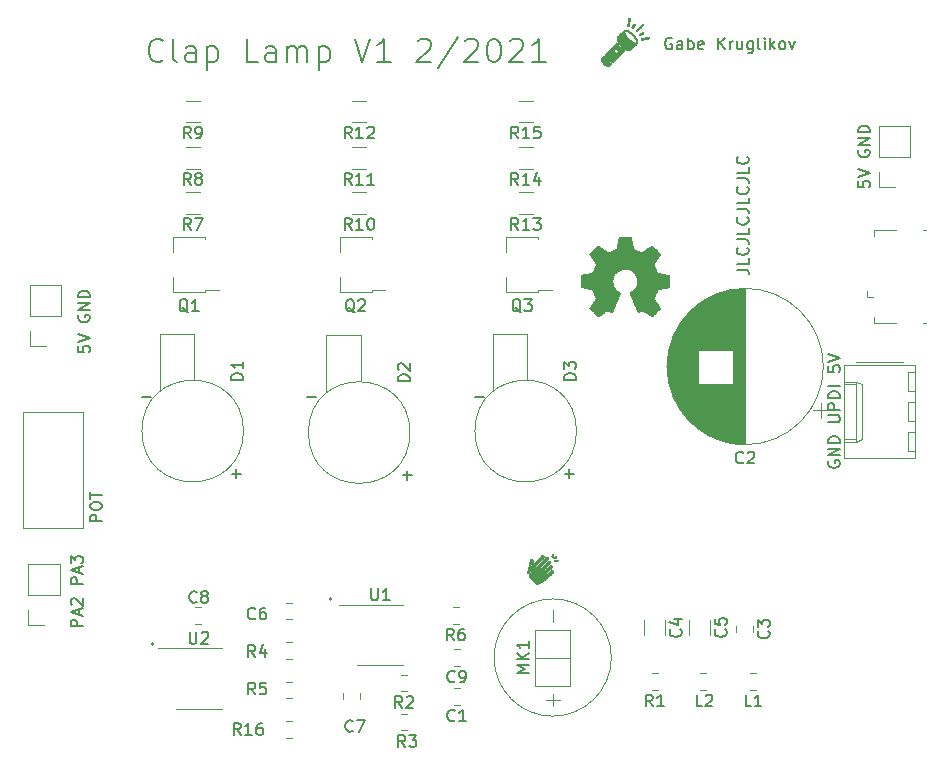
<source format=gbr>
G04 #@! TF.GenerationSoftware,KiCad,Pcbnew,(5.1.6)-1*
G04 #@! TF.CreationDate,2021-02-23T14:06:05-08:00*
G04 #@! TF.ProjectId,clap_detector,636c6170-5f64-4657-9465-63746f722e6b,rev?*
G04 #@! TF.SameCoordinates,Original*
G04 #@! TF.FileFunction,Legend,Top*
G04 #@! TF.FilePolarity,Positive*
%FSLAX46Y46*%
G04 Gerber Fmt 4.6, Leading zero omitted, Abs format (unit mm)*
G04 Created by KiCad (PCBNEW (5.1.6)-1) date 2021-02-23 14:06:05*
%MOMM*%
%LPD*%
G01*
G04 APERTURE LIST*
%ADD10C,0.150000*%
%ADD11C,0.120000*%
%ADD12C,0.010000*%
G04 APERTURE END LIST*
D10*
X210995238Y-83955000D02*
X210900000Y-83907380D01*
X210757142Y-83907380D01*
X210614285Y-83955000D01*
X210519047Y-84050238D01*
X210471428Y-84145476D01*
X210423809Y-84335952D01*
X210423809Y-84478809D01*
X210471428Y-84669285D01*
X210519047Y-84764523D01*
X210614285Y-84859761D01*
X210757142Y-84907380D01*
X210852380Y-84907380D01*
X210995238Y-84859761D01*
X211042857Y-84812142D01*
X211042857Y-84478809D01*
X210852380Y-84478809D01*
X211900000Y-84907380D02*
X211900000Y-84383571D01*
X211852380Y-84288333D01*
X211757142Y-84240714D01*
X211566666Y-84240714D01*
X211471428Y-84288333D01*
X211900000Y-84859761D02*
X211804761Y-84907380D01*
X211566666Y-84907380D01*
X211471428Y-84859761D01*
X211423809Y-84764523D01*
X211423809Y-84669285D01*
X211471428Y-84574047D01*
X211566666Y-84526428D01*
X211804761Y-84526428D01*
X211900000Y-84478809D01*
X212376190Y-84907380D02*
X212376190Y-83907380D01*
X212376190Y-84288333D02*
X212471428Y-84240714D01*
X212661904Y-84240714D01*
X212757142Y-84288333D01*
X212804761Y-84335952D01*
X212852380Y-84431190D01*
X212852380Y-84716904D01*
X212804761Y-84812142D01*
X212757142Y-84859761D01*
X212661904Y-84907380D01*
X212471428Y-84907380D01*
X212376190Y-84859761D01*
X213661904Y-84859761D02*
X213566666Y-84907380D01*
X213376190Y-84907380D01*
X213280952Y-84859761D01*
X213233333Y-84764523D01*
X213233333Y-84383571D01*
X213280952Y-84288333D01*
X213376190Y-84240714D01*
X213566666Y-84240714D01*
X213661904Y-84288333D01*
X213709523Y-84383571D01*
X213709523Y-84478809D01*
X213233333Y-84574047D01*
X214900000Y-84907380D02*
X214900000Y-83907380D01*
X215471428Y-84907380D02*
X215042857Y-84335952D01*
X215471428Y-83907380D02*
X214900000Y-84478809D01*
X215900000Y-84907380D02*
X215900000Y-84240714D01*
X215900000Y-84431190D02*
X215947619Y-84335952D01*
X215995238Y-84288333D01*
X216090476Y-84240714D01*
X216185714Y-84240714D01*
X216947619Y-84240714D02*
X216947619Y-84907380D01*
X216519047Y-84240714D02*
X216519047Y-84764523D01*
X216566666Y-84859761D01*
X216661904Y-84907380D01*
X216804761Y-84907380D01*
X216900000Y-84859761D01*
X216947619Y-84812142D01*
X217852380Y-84240714D02*
X217852380Y-85050238D01*
X217804761Y-85145476D01*
X217757142Y-85193095D01*
X217661904Y-85240714D01*
X217519047Y-85240714D01*
X217423809Y-85193095D01*
X217852380Y-84859761D02*
X217757142Y-84907380D01*
X217566666Y-84907380D01*
X217471428Y-84859761D01*
X217423809Y-84812142D01*
X217376190Y-84716904D01*
X217376190Y-84431190D01*
X217423809Y-84335952D01*
X217471428Y-84288333D01*
X217566666Y-84240714D01*
X217757142Y-84240714D01*
X217852380Y-84288333D01*
X218471428Y-84907380D02*
X218376190Y-84859761D01*
X218328571Y-84764523D01*
X218328571Y-83907380D01*
X218852380Y-84907380D02*
X218852380Y-84240714D01*
X218852380Y-83907380D02*
X218804761Y-83955000D01*
X218852380Y-84002619D01*
X218900000Y-83955000D01*
X218852380Y-83907380D01*
X218852380Y-84002619D01*
X219328571Y-84907380D02*
X219328571Y-83907380D01*
X219423809Y-84526428D02*
X219709523Y-84907380D01*
X219709523Y-84240714D02*
X219328571Y-84621666D01*
X220280952Y-84907380D02*
X220185714Y-84859761D01*
X220138095Y-84812142D01*
X220090476Y-84716904D01*
X220090476Y-84431190D01*
X220138095Y-84335952D01*
X220185714Y-84288333D01*
X220280952Y-84240714D01*
X220423809Y-84240714D01*
X220519047Y-84288333D01*
X220566666Y-84335952D01*
X220614285Y-84431190D01*
X220614285Y-84716904D01*
X220566666Y-84812142D01*
X220519047Y-84859761D01*
X220423809Y-84907380D01*
X220280952Y-84907380D01*
X220947619Y-84240714D02*
X221185714Y-84907380D01*
X221423809Y-84240714D01*
X167943571Y-85804285D02*
X167848333Y-85899523D01*
X167562619Y-85994761D01*
X167372142Y-85994761D01*
X167086428Y-85899523D01*
X166895952Y-85709047D01*
X166800714Y-85518571D01*
X166705476Y-85137619D01*
X166705476Y-84851904D01*
X166800714Y-84470952D01*
X166895952Y-84280476D01*
X167086428Y-84090000D01*
X167372142Y-83994761D01*
X167562619Y-83994761D01*
X167848333Y-84090000D01*
X167943571Y-84185238D01*
X169086428Y-85994761D02*
X168895952Y-85899523D01*
X168800714Y-85709047D01*
X168800714Y-83994761D01*
X170705476Y-85994761D02*
X170705476Y-84947142D01*
X170610238Y-84756666D01*
X170419761Y-84661428D01*
X170038809Y-84661428D01*
X169848333Y-84756666D01*
X170705476Y-85899523D02*
X170515000Y-85994761D01*
X170038809Y-85994761D01*
X169848333Y-85899523D01*
X169753095Y-85709047D01*
X169753095Y-85518571D01*
X169848333Y-85328095D01*
X170038809Y-85232857D01*
X170515000Y-85232857D01*
X170705476Y-85137619D01*
X171657857Y-84661428D02*
X171657857Y-86661428D01*
X171657857Y-84756666D02*
X171848333Y-84661428D01*
X172229285Y-84661428D01*
X172419761Y-84756666D01*
X172515000Y-84851904D01*
X172610238Y-85042380D01*
X172610238Y-85613809D01*
X172515000Y-85804285D01*
X172419761Y-85899523D01*
X172229285Y-85994761D01*
X171848333Y-85994761D01*
X171657857Y-85899523D01*
X175943571Y-85994761D02*
X174991190Y-85994761D01*
X174991190Y-83994761D01*
X177467380Y-85994761D02*
X177467380Y-84947142D01*
X177372142Y-84756666D01*
X177181666Y-84661428D01*
X176800714Y-84661428D01*
X176610238Y-84756666D01*
X177467380Y-85899523D02*
X177276904Y-85994761D01*
X176800714Y-85994761D01*
X176610238Y-85899523D01*
X176515000Y-85709047D01*
X176515000Y-85518571D01*
X176610238Y-85328095D01*
X176800714Y-85232857D01*
X177276904Y-85232857D01*
X177467380Y-85137619D01*
X178419761Y-85994761D02*
X178419761Y-84661428D01*
X178419761Y-84851904D02*
X178515000Y-84756666D01*
X178705476Y-84661428D01*
X178991190Y-84661428D01*
X179181666Y-84756666D01*
X179276904Y-84947142D01*
X179276904Y-85994761D01*
X179276904Y-84947142D02*
X179372142Y-84756666D01*
X179562619Y-84661428D01*
X179848333Y-84661428D01*
X180038809Y-84756666D01*
X180134047Y-84947142D01*
X180134047Y-85994761D01*
X181086428Y-84661428D02*
X181086428Y-86661428D01*
X181086428Y-84756666D02*
X181276904Y-84661428D01*
X181657857Y-84661428D01*
X181848333Y-84756666D01*
X181943571Y-84851904D01*
X182038809Y-85042380D01*
X182038809Y-85613809D01*
X181943571Y-85804285D01*
X181848333Y-85899523D01*
X181657857Y-85994761D01*
X181276904Y-85994761D01*
X181086428Y-85899523D01*
X184134047Y-83994761D02*
X184800714Y-85994761D01*
X185467380Y-83994761D01*
X187181666Y-85994761D02*
X186038809Y-85994761D01*
X186610238Y-85994761D02*
X186610238Y-83994761D01*
X186419761Y-84280476D01*
X186229285Y-84470952D01*
X186038809Y-84566190D01*
X189467380Y-84185238D02*
X189562619Y-84090000D01*
X189753095Y-83994761D01*
X190229285Y-83994761D01*
X190419761Y-84090000D01*
X190515000Y-84185238D01*
X190610238Y-84375714D01*
X190610238Y-84566190D01*
X190515000Y-84851904D01*
X189372142Y-85994761D01*
X190610238Y-85994761D01*
X192895952Y-83899523D02*
X191181666Y-86470952D01*
X193467380Y-84185238D02*
X193562619Y-84090000D01*
X193753095Y-83994761D01*
X194229285Y-83994761D01*
X194419761Y-84090000D01*
X194515000Y-84185238D01*
X194610238Y-84375714D01*
X194610238Y-84566190D01*
X194515000Y-84851904D01*
X193372142Y-85994761D01*
X194610238Y-85994761D01*
X195848333Y-83994761D02*
X196038809Y-83994761D01*
X196229285Y-84090000D01*
X196324523Y-84185238D01*
X196419761Y-84375714D01*
X196515000Y-84756666D01*
X196515000Y-85232857D01*
X196419761Y-85613809D01*
X196324523Y-85804285D01*
X196229285Y-85899523D01*
X196038809Y-85994761D01*
X195848333Y-85994761D01*
X195657857Y-85899523D01*
X195562619Y-85804285D01*
X195467380Y-85613809D01*
X195372142Y-85232857D01*
X195372142Y-84756666D01*
X195467380Y-84375714D01*
X195562619Y-84185238D01*
X195657857Y-84090000D01*
X195848333Y-83994761D01*
X197276904Y-84185238D02*
X197372142Y-84090000D01*
X197562619Y-83994761D01*
X198038809Y-83994761D01*
X198229285Y-84090000D01*
X198324523Y-84185238D01*
X198419761Y-84375714D01*
X198419761Y-84566190D01*
X198324523Y-84851904D01*
X197181666Y-85994761D01*
X198419761Y-85994761D01*
X200324523Y-85994761D02*
X199181666Y-85994761D01*
X199753095Y-85994761D02*
X199753095Y-83994761D01*
X199562619Y-84280476D01*
X199372142Y-84470952D01*
X199181666Y-84566190D01*
D11*
X182245000Y-131445000D02*
G75*
G03*
X182245000Y-131445000I-127000J0D01*
G01*
D10*
X161107380Y-133762380D02*
X160107380Y-133762380D01*
X160107380Y-133381428D01*
X160155000Y-133286190D01*
X160202619Y-133238571D01*
X160297857Y-133190952D01*
X160440714Y-133190952D01*
X160535952Y-133238571D01*
X160583571Y-133286190D01*
X160631190Y-133381428D01*
X160631190Y-133762380D01*
X160821666Y-132810000D02*
X160821666Y-132333809D01*
X161107380Y-132905238D02*
X160107380Y-132571904D01*
X161107380Y-132238571D01*
X160202619Y-131952857D02*
X160155000Y-131905238D01*
X160107380Y-131810000D01*
X160107380Y-131571904D01*
X160155000Y-131476666D01*
X160202619Y-131429047D01*
X160297857Y-131381428D01*
X160393095Y-131381428D01*
X160535952Y-131429047D01*
X161107380Y-132000476D01*
X161107380Y-131381428D01*
X161107380Y-130190952D02*
X160107380Y-130190952D01*
X160107380Y-129810000D01*
X160155000Y-129714761D01*
X160202619Y-129667142D01*
X160297857Y-129619523D01*
X160440714Y-129619523D01*
X160535952Y-129667142D01*
X160583571Y-129714761D01*
X160631190Y-129810000D01*
X160631190Y-130190952D01*
X160821666Y-129238571D02*
X160821666Y-128762380D01*
X161107380Y-129333809D02*
X160107380Y-129000476D01*
X161107380Y-128667142D01*
X160107380Y-128429047D02*
X160107380Y-127810000D01*
X160488333Y-128143333D01*
X160488333Y-128000476D01*
X160535952Y-127905238D01*
X160583571Y-127857619D01*
X160678809Y-127810000D01*
X160916904Y-127810000D01*
X161012142Y-127857619D01*
X161059761Y-127905238D01*
X161107380Y-128000476D01*
X161107380Y-128286190D01*
X161059761Y-128381428D01*
X161012142Y-128429047D01*
X160742380Y-110045238D02*
X160742380Y-110521428D01*
X161218571Y-110569047D01*
X161170952Y-110521428D01*
X161123333Y-110426190D01*
X161123333Y-110188095D01*
X161170952Y-110092857D01*
X161218571Y-110045238D01*
X161313809Y-109997619D01*
X161551904Y-109997619D01*
X161647142Y-110045238D01*
X161694761Y-110092857D01*
X161742380Y-110188095D01*
X161742380Y-110426190D01*
X161694761Y-110521428D01*
X161647142Y-110569047D01*
X160742380Y-109711904D02*
X161742380Y-109378571D01*
X160742380Y-109045238D01*
X160790000Y-107426190D02*
X160742380Y-107521428D01*
X160742380Y-107664285D01*
X160790000Y-107807142D01*
X160885238Y-107902380D01*
X160980476Y-107950000D01*
X161170952Y-107997619D01*
X161313809Y-107997619D01*
X161504285Y-107950000D01*
X161599523Y-107902380D01*
X161694761Y-107807142D01*
X161742380Y-107664285D01*
X161742380Y-107569047D01*
X161694761Y-107426190D01*
X161647142Y-107378571D01*
X161313809Y-107378571D01*
X161313809Y-107569047D01*
X161742380Y-106950000D02*
X160742380Y-106950000D01*
X161742380Y-106378571D01*
X160742380Y-106378571D01*
X161742380Y-105902380D02*
X160742380Y-105902380D01*
X160742380Y-105664285D01*
X160790000Y-105521428D01*
X160885238Y-105426190D01*
X160980476Y-105378571D01*
X161170952Y-105330952D01*
X161313809Y-105330952D01*
X161504285Y-105378571D01*
X161599523Y-105426190D01*
X161694761Y-105521428D01*
X161742380Y-105664285D01*
X161742380Y-105902380D01*
X226782380Y-96075238D02*
X226782380Y-96551428D01*
X227258571Y-96599047D01*
X227210952Y-96551428D01*
X227163333Y-96456190D01*
X227163333Y-96218095D01*
X227210952Y-96122857D01*
X227258571Y-96075238D01*
X227353809Y-96027619D01*
X227591904Y-96027619D01*
X227687142Y-96075238D01*
X227734761Y-96122857D01*
X227782380Y-96218095D01*
X227782380Y-96456190D01*
X227734761Y-96551428D01*
X227687142Y-96599047D01*
X226782380Y-95741904D02*
X227782380Y-95408571D01*
X226782380Y-95075238D01*
X226830000Y-93456190D02*
X226782380Y-93551428D01*
X226782380Y-93694285D01*
X226830000Y-93837142D01*
X226925238Y-93932380D01*
X227020476Y-93980000D01*
X227210952Y-94027619D01*
X227353809Y-94027619D01*
X227544285Y-93980000D01*
X227639523Y-93932380D01*
X227734761Y-93837142D01*
X227782380Y-93694285D01*
X227782380Y-93599047D01*
X227734761Y-93456190D01*
X227687142Y-93408571D01*
X227353809Y-93408571D01*
X227353809Y-93599047D01*
X227782380Y-92980000D02*
X226782380Y-92980000D01*
X227782380Y-92408571D01*
X226782380Y-92408571D01*
X227782380Y-91932380D02*
X226782380Y-91932380D01*
X226782380Y-91694285D01*
X226830000Y-91551428D01*
X226925238Y-91456190D01*
X227020476Y-91408571D01*
X227210952Y-91360952D01*
X227353809Y-91360952D01*
X227544285Y-91408571D01*
X227639523Y-91456190D01*
X227734761Y-91551428D01*
X227782380Y-91694285D01*
X227782380Y-91932380D01*
X224290000Y-119760476D02*
X224242380Y-119855714D01*
X224242380Y-119998571D01*
X224290000Y-120141428D01*
X224385238Y-120236666D01*
X224480476Y-120284285D01*
X224670952Y-120331904D01*
X224813809Y-120331904D01*
X225004285Y-120284285D01*
X225099523Y-120236666D01*
X225194761Y-120141428D01*
X225242380Y-119998571D01*
X225242380Y-119903333D01*
X225194761Y-119760476D01*
X225147142Y-119712857D01*
X224813809Y-119712857D01*
X224813809Y-119903333D01*
X225242380Y-119284285D02*
X224242380Y-119284285D01*
X225242380Y-118712857D01*
X224242380Y-118712857D01*
X225242380Y-118236666D02*
X224242380Y-118236666D01*
X224242380Y-117998571D01*
X224290000Y-117855714D01*
X224385238Y-117760476D01*
X224480476Y-117712857D01*
X224670952Y-117665238D01*
X224813809Y-117665238D01*
X225004285Y-117712857D01*
X225099523Y-117760476D01*
X225194761Y-117855714D01*
X225242380Y-117998571D01*
X225242380Y-118236666D01*
X224242380Y-116474761D02*
X225051904Y-116474761D01*
X225147142Y-116427142D01*
X225194761Y-116379523D01*
X225242380Y-116284285D01*
X225242380Y-116093809D01*
X225194761Y-115998571D01*
X225147142Y-115950952D01*
X225051904Y-115903333D01*
X224242380Y-115903333D01*
X225242380Y-115427142D02*
X224242380Y-115427142D01*
X224242380Y-115046190D01*
X224290000Y-114950952D01*
X224337619Y-114903333D01*
X224432857Y-114855714D01*
X224575714Y-114855714D01*
X224670952Y-114903333D01*
X224718571Y-114950952D01*
X224766190Y-115046190D01*
X224766190Y-115427142D01*
X225242380Y-114427142D02*
X224242380Y-114427142D01*
X224242380Y-114189047D01*
X224290000Y-114046190D01*
X224385238Y-113950952D01*
X224480476Y-113903333D01*
X224670952Y-113855714D01*
X224813809Y-113855714D01*
X225004285Y-113903333D01*
X225099523Y-113950952D01*
X225194761Y-114046190D01*
X225242380Y-114189047D01*
X225242380Y-114427142D01*
X225242380Y-113427142D02*
X224242380Y-113427142D01*
X224242380Y-111712857D02*
X224242380Y-112189047D01*
X224718571Y-112236666D01*
X224670952Y-112189047D01*
X224623333Y-112093809D01*
X224623333Y-111855714D01*
X224670952Y-111760476D01*
X224718571Y-111712857D01*
X224813809Y-111665238D01*
X225051904Y-111665238D01*
X225147142Y-111712857D01*
X225194761Y-111760476D01*
X225242380Y-111855714D01*
X225242380Y-112093809D01*
X225194761Y-112189047D01*
X225147142Y-112236666D01*
X224242380Y-111379523D02*
X225242380Y-111046190D01*
X224242380Y-110712857D01*
X216495380Y-103552047D02*
X217209666Y-103552047D01*
X217352523Y-103599666D01*
X217447761Y-103694904D01*
X217495380Y-103837761D01*
X217495380Y-103933000D01*
X217495380Y-102599666D02*
X217495380Y-103075857D01*
X216495380Y-103075857D01*
X217400142Y-101694904D02*
X217447761Y-101742523D01*
X217495380Y-101885380D01*
X217495380Y-101980619D01*
X217447761Y-102123476D01*
X217352523Y-102218714D01*
X217257285Y-102266333D01*
X217066809Y-102313952D01*
X216923952Y-102313952D01*
X216733476Y-102266333D01*
X216638238Y-102218714D01*
X216543000Y-102123476D01*
X216495380Y-101980619D01*
X216495380Y-101885380D01*
X216543000Y-101742523D01*
X216590619Y-101694904D01*
X216495380Y-100980619D02*
X217209666Y-100980619D01*
X217352523Y-101028238D01*
X217447761Y-101123476D01*
X217495380Y-101266333D01*
X217495380Y-101361571D01*
X217495380Y-100028238D02*
X217495380Y-100504428D01*
X216495380Y-100504428D01*
X217400142Y-99123476D02*
X217447761Y-99171095D01*
X217495380Y-99313952D01*
X217495380Y-99409190D01*
X217447761Y-99552047D01*
X217352523Y-99647285D01*
X217257285Y-99694904D01*
X217066809Y-99742523D01*
X216923952Y-99742523D01*
X216733476Y-99694904D01*
X216638238Y-99647285D01*
X216543000Y-99552047D01*
X216495380Y-99409190D01*
X216495380Y-99313952D01*
X216543000Y-99171095D01*
X216590619Y-99123476D01*
X216495380Y-98409190D02*
X217209666Y-98409190D01*
X217352523Y-98456809D01*
X217447761Y-98552047D01*
X217495380Y-98694904D01*
X217495380Y-98790142D01*
X217495380Y-97456809D02*
X217495380Y-97933000D01*
X216495380Y-97933000D01*
X217400142Y-96552047D02*
X217447761Y-96599666D01*
X217495380Y-96742523D01*
X217495380Y-96837761D01*
X217447761Y-96980619D01*
X217352523Y-97075857D01*
X217257285Y-97123476D01*
X217066809Y-97171095D01*
X216923952Y-97171095D01*
X216733476Y-97123476D01*
X216638238Y-97075857D01*
X216543000Y-96980619D01*
X216495380Y-96837761D01*
X216495380Y-96742523D01*
X216543000Y-96599666D01*
X216590619Y-96552047D01*
X216495380Y-95837761D02*
X217209666Y-95837761D01*
X217352523Y-95885380D01*
X217447761Y-95980619D01*
X217495380Y-96123476D01*
X217495380Y-96218714D01*
X217495380Y-94885380D02*
X217495380Y-95361571D01*
X216495380Y-95361571D01*
X217400142Y-93980619D02*
X217447761Y-94028238D01*
X217495380Y-94171095D01*
X217495380Y-94266333D01*
X217447761Y-94409190D01*
X217352523Y-94504428D01*
X217257285Y-94552047D01*
X217066809Y-94599666D01*
X216923952Y-94599666D01*
X216733476Y-94552047D01*
X216638238Y-94504428D01*
X216543000Y-94409190D01*
X216495380Y-94266333D01*
X216495380Y-94171095D01*
X216543000Y-94028238D01*
X216590619Y-93980619D01*
D11*
X167132000Y-135255000D02*
G75*
G03*
X167132000Y-135255000I-127000J0D01*
G01*
D10*
X194310047Y-114371428D02*
X195071952Y-114371428D01*
X180086047Y-114371428D02*
X180847952Y-114371428D01*
X166116047Y-114371428D02*
X166877952Y-114371428D01*
X173736047Y-120848428D02*
X174497952Y-120848428D01*
X174117000Y-121229380D02*
X174117000Y-120467476D01*
X188214047Y-120975428D02*
X188975952Y-120975428D01*
X188595000Y-121356380D02*
X188595000Y-120594476D01*
X201930047Y-120848428D02*
X202691952Y-120848428D01*
X202311000Y-121229380D02*
X202311000Y-120467476D01*
D12*
G04 #@! TO.C,G\u002A\u002A\u002A*
G36*
X207087244Y-100773346D02*
G01*
X207182852Y-100774141D01*
X207272474Y-100775585D01*
X207352621Y-100777679D01*
X207419809Y-100780423D01*
X207470550Y-100783817D01*
X207501358Y-100787860D01*
X207508560Y-100790375D01*
X207515877Y-100802407D01*
X207525044Y-100829656D01*
X207536422Y-100873755D01*
X207550376Y-100936334D01*
X207567268Y-101019026D01*
X207587462Y-101123463D01*
X207611320Y-101251277D01*
X207612393Y-101257100D01*
X207636375Y-101387271D01*
X207656331Y-101494764D01*
X207672870Y-101581871D01*
X207686601Y-101650888D01*
X207698134Y-101704108D01*
X207708078Y-101743826D01*
X207717042Y-101772335D01*
X207725635Y-101791931D01*
X207734467Y-101804908D01*
X207744145Y-101813559D01*
X207755281Y-101820179D01*
X207762962Y-101824155D01*
X207794681Y-101839213D01*
X207843415Y-101860658D01*
X207905408Y-101886985D01*
X207976902Y-101916688D01*
X208054140Y-101948258D01*
X208133365Y-101980191D01*
X208210819Y-102010979D01*
X208282745Y-102039115D01*
X208345386Y-102063094D01*
X208394985Y-102081409D01*
X208427785Y-102092553D01*
X208439182Y-102095299D01*
X208457289Y-102088349D01*
X208492590Y-102068952D01*
X208541515Y-102039288D01*
X208600494Y-102001538D01*
X208665955Y-101957883D01*
X208680719Y-101947807D01*
X208763524Y-101891082D01*
X208855783Y-101827911D01*
X208949308Y-101763901D01*
X209035912Y-101704653D01*
X209088922Y-101668407D01*
X209151654Y-101626351D01*
X209208425Y-101589836D01*
X209255471Y-101561162D01*
X209289029Y-101542626D01*
X209304910Y-101536500D01*
X209319532Y-101545290D01*
X209349251Y-101570045D01*
X209391644Y-101608337D01*
X209444287Y-101657740D01*
X209504758Y-101715829D01*
X209570632Y-101780175D01*
X209639488Y-101848354D01*
X209708902Y-101917939D01*
X209776450Y-101986503D01*
X209839709Y-102051619D01*
X209896257Y-102110863D01*
X209943669Y-102161807D01*
X209979523Y-102202025D01*
X210001396Y-102229090D01*
X210007200Y-102239702D01*
X210000216Y-102255180D01*
X209980319Y-102289075D01*
X209949089Y-102338945D01*
X209908107Y-102402349D01*
X209858954Y-102476845D01*
X209803209Y-102559992D01*
X209742455Y-102649348D01*
X209734150Y-102661471D01*
X209658573Y-102772516D01*
X209594165Y-102868886D01*
X209541622Y-102949486D01*
X209501640Y-103013221D01*
X209474917Y-103058997D01*
X209462148Y-103085719D01*
X209461100Y-103090613D01*
X209466048Y-103110295D01*
X209479856Y-103149483D01*
X209500970Y-103204516D01*
X209527836Y-103271733D01*
X209558901Y-103347475D01*
X209592609Y-103428080D01*
X209627408Y-103509887D01*
X209661742Y-103589236D01*
X209694059Y-103662466D01*
X209722804Y-103725916D01*
X209746423Y-103775926D01*
X209763362Y-103808834D01*
X209770778Y-103820121D01*
X209790254Y-103829692D01*
X209829591Y-103841853D01*
X209883571Y-103855192D01*
X209946973Y-103868295D01*
X209952480Y-103869325D01*
X210013181Y-103880561D01*
X210092724Y-103895250D01*
X210184968Y-103912260D01*
X210283771Y-103930459D01*
X210382992Y-103948715D01*
X210426300Y-103956676D01*
X210532939Y-103976751D01*
X210616314Y-103993577D01*
X210678293Y-104007600D01*
X210720741Y-104019266D01*
X210745525Y-104029023D01*
X210753325Y-104034904D01*
X210757078Y-104052287D01*
X210760383Y-104091575D01*
X210763224Y-104149279D01*
X210765585Y-104221909D01*
X210767450Y-104305974D01*
X210768801Y-104397983D01*
X210769624Y-104494447D01*
X210769901Y-104591875D01*
X210769616Y-104686777D01*
X210768754Y-104775662D01*
X210767297Y-104855040D01*
X210765229Y-104921422D01*
X210762534Y-104971315D01*
X210759196Y-105001231D01*
X210757860Y-105006370D01*
X210751398Y-105018283D01*
X210739611Y-105028001D01*
X210718580Y-105036784D01*
X210684387Y-105045890D01*
X210633111Y-105056580D01*
X210560835Y-105070114D01*
X210557835Y-105070662D01*
X210403769Y-105098847D01*
X210272742Y-105122950D01*
X210162796Y-105143394D01*
X210071972Y-105160604D01*
X209998312Y-105175001D01*
X209939857Y-105187010D01*
X209894650Y-105197055D01*
X209860732Y-105205559D01*
X209836145Y-105212945D01*
X209818931Y-105219637D01*
X209807130Y-105226058D01*
X209798786Y-105232632D01*
X209795949Y-105235429D01*
X209784293Y-105254377D01*
X209765163Y-105293417D01*
X209740047Y-105348881D01*
X209710430Y-105417104D01*
X209677799Y-105494417D01*
X209643642Y-105577155D01*
X209609443Y-105661651D01*
X209576690Y-105744237D01*
X209546870Y-105821247D01*
X209521468Y-105889014D01*
X209501972Y-105943872D01*
X209489868Y-105982154D01*
X209486500Y-105998745D01*
X209493758Y-106017514D01*
X209514889Y-106055377D01*
X209548925Y-106110812D01*
X209594900Y-106182298D01*
X209651846Y-106268316D01*
X209718798Y-106367342D01*
X209746850Y-106408340D01*
X209806705Y-106496236D01*
X209861710Y-106578326D01*
X209910243Y-106652087D01*
X209950680Y-106714995D01*
X209981398Y-106764527D01*
X210000775Y-106798159D01*
X210007200Y-106813132D01*
X209998419Y-106828166D01*
X209973691Y-106858302D01*
X209935441Y-106901109D01*
X209886090Y-106954155D01*
X209828064Y-107015006D01*
X209763783Y-107081232D01*
X209695673Y-107150400D01*
X209626156Y-107220078D01*
X209557656Y-107287833D01*
X209492596Y-107351233D01*
X209433399Y-107407847D01*
X209382488Y-107455242D01*
X209342287Y-107490985D01*
X209315219Y-107512645D01*
X209304713Y-107518200D01*
X209283511Y-107511162D01*
X209249050Y-107492594D01*
X209208312Y-107466313D01*
X209203025Y-107462604D01*
X209138262Y-107417069D01*
X209065388Y-107366418D01*
X208987284Y-107312595D01*
X208906828Y-107257544D01*
X208826901Y-107203209D01*
X208750381Y-107151534D01*
X208680149Y-107104463D01*
X208619083Y-107063941D01*
X208570063Y-107031911D01*
X208535970Y-107010318D01*
X208519681Y-107001106D01*
X208519288Y-107000976D01*
X208501276Y-107004685D01*
X208465396Y-107018740D01*
X208416012Y-107041204D01*
X208357487Y-107070138D01*
X208322438Y-107088397D01*
X208261033Y-107120438D01*
X208206818Y-107147727D01*
X208164043Y-107168203D01*
X208136960Y-107179801D01*
X208130222Y-107181650D01*
X208123276Y-107170281D01*
X208107659Y-107137707D01*
X208084334Y-107086223D01*
X208054266Y-107018125D01*
X208018417Y-106935710D01*
X207977751Y-106841273D01*
X207933230Y-106737110D01*
X207885819Y-106625519D01*
X207836481Y-106508794D01*
X207786179Y-106389233D01*
X207735876Y-106269130D01*
X207686536Y-106150782D01*
X207639122Y-106036486D01*
X207594597Y-105928537D01*
X207553925Y-105829232D01*
X207518069Y-105740866D01*
X207487992Y-105665737D01*
X207464659Y-105606138D01*
X207449031Y-105564368D01*
X207442073Y-105542722D01*
X207441800Y-105540797D01*
X207451752Y-105525209D01*
X207477135Y-105503409D01*
X207495775Y-105490694D01*
X207646184Y-105385163D01*
X207772967Y-105272048D01*
X207877100Y-105150078D01*
X207959560Y-105017981D01*
X208021324Y-104874485D01*
X208053154Y-104764957D01*
X208068740Y-104671676D01*
X208075495Y-104565626D01*
X208073657Y-104455448D01*
X208063461Y-104349779D01*
X208045142Y-104257258D01*
X208038705Y-104235250D01*
X207976037Y-104078462D01*
X207893219Y-103935953D01*
X207791736Y-103809196D01*
X207673072Y-103699664D01*
X207538711Y-103608830D01*
X207390137Y-103538169D01*
X207308450Y-103510096D01*
X207255981Y-103495285D01*
X207209789Y-103485308D01*
X207162162Y-103479214D01*
X207105387Y-103476051D01*
X207031754Y-103474866D01*
X207022700Y-103474817D01*
X206944461Y-103475250D01*
X206884026Y-103477916D01*
X206833840Y-103483602D01*
X206786349Y-103493093D01*
X206746694Y-103503537D01*
X206592893Y-103559415D01*
X206452216Y-103635398D01*
X206326132Y-103729457D01*
X206216113Y-103839563D01*
X206123629Y-103963686D01*
X206050149Y-104099796D01*
X205997143Y-104245863D01*
X205966083Y-104399858D01*
X205958438Y-104559752D01*
X205959717Y-104589985D01*
X205980234Y-104749744D01*
X206023620Y-104900010D01*
X206090653Y-105042854D01*
X206179833Y-105177372D01*
X206222702Y-105231546D01*
X206262979Y-105276813D01*
X206305949Y-105318000D01*
X206356895Y-105359936D01*
X206421103Y-105407449D01*
X206467400Y-105440090D01*
X206515692Y-105475241D01*
X206555135Y-105506774D01*
X206581583Y-105531176D01*
X206590900Y-105544707D01*
X206586200Y-105560494D01*
X206572856Y-105596857D01*
X206551998Y-105650924D01*
X206524758Y-105719829D01*
X206492266Y-105800701D01*
X206455654Y-105890672D01*
X206427290Y-105959685D01*
X206346058Y-106156502D01*
X206273954Y-106331143D01*
X206210431Y-106484916D01*
X206154942Y-106619129D01*
X206106940Y-106735092D01*
X206065880Y-106834113D01*
X206031213Y-106917500D01*
X206002395Y-106986564D01*
X205978878Y-107042612D01*
X205960115Y-107086953D01*
X205945560Y-107120896D01*
X205934667Y-107145751D01*
X205926889Y-107162824D01*
X205921678Y-107173426D01*
X205918490Y-107178865D01*
X205917721Y-107179823D01*
X205903630Y-107177855D01*
X205871202Y-107165462D01*
X205824393Y-107144394D01*
X205767158Y-107116398D01*
X205723921Y-107094098D01*
X205661267Y-107061582D01*
X205605957Y-107033732D01*
X205562099Y-107012551D01*
X205533798Y-107000038D01*
X205525623Y-106997500D01*
X205512098Y-107004453D01*
X205480121Y-107024240D01*
X205432132Y-107055250D01*
X205370571Y-107095873D01*
X205297881Y-107144499D01*
X205216501Y-107199517D01*
X205131012Y-107257850D01*
X205043410Y-107317578D01*
X204962016Y-107372482D01*
X204889287Y-107420949D01*
X204827680Y-107461366D01*
X204779652Y-107492121D01*
X204747660Y-107511601D01*
X204734262Y-107518200D01*
X204721783Y-107509499D01*
X204693499Y-107484704D01*
X204651469Y-107445776D01*
X204597752Y-107394679D01*
X204534407Y-107333373D01*
X204463493Y-107263821D01*
X204387070Y-107187985D01*
X204374619Y-107175549D01*
X204297763Y-107098339D01*
X204226708Y-107026221D01*
X204163443Y-106961273D01*
X204109962Y-106905573D01*
X204068257Y-106861196D01*
X204040318Y-106830221D01*
X204028139Y-106814725D01*
X204027794Y-106813860D01*
X204033830Y-106799353D01*
X204052799Y-106766468D01*
X204083114Y-106717668D01*
X204123189Y-106655418D01*
X204171439Y-106582181D01*
X204226278Y-106500420D01*
X204285250Y-106413867D01*
X204345392Y-106326048D01*
X204401029Y-106244407D01*
X204450501Y-106171410D01*
X204492151Y-106109521D01*
X204524319Y-106061204D01*
X204545348Y-106028925D01*
X204553545Y-106015236D01*
X204550376Y-106000439D01*
X204538997Y-105965577D01*
X204520752Y-105914120D01*
X204496986Y-105849538D01*
X204469041Y-105775300D01*
X204438264Y-105694876D01*
X204405996Y-105611736D01*
X204373584Y-105529349D01*
X204342371Y-105451186D01*
X204313700Y-105380715D01*
X204288918Y-105321408D01*
X204269366Y-105276732D01*
X204259155Y-105255325D01*
X204236986Y-105227234D01*
X204212964Y-105211858D01*
X204194145Y-105207398D01*
X204153373Y-105198909D01*
X204093673Y-105186981D01*
X204018068Y-105172205D01*
X203929582Y-105155173D01*
X203831239Y-105136476D01*
X203733400Y-105118078D01*
X203282550Y-105033740D01*
X203279225Y-104533679D01*
X203278731Y-104423330D01*
X203278733Y-104320943D01*
X203279197Y-104229297D01*
X203280089Y-104151172D01*
X203281373Y-104089344D01*
X203283015Y-104046592D01*
X203284981Y-104025694D01*
X203285575Y-104024146D01*
X203301670Y-104017860D01*
X203336633Y-104008988D01*
X203384262Y-103999022D01*
X203409550Y-103994333D01*
X203596082Y-103960807D01*
X203758200Y-103930949D01*
X203896599Y-103904615D01*
X204011976Y-103881658D01*
X204105027Y-103861932D01*
X204176450Y-103845292D01*
X204226941Y-103831592D01*
X204257196Y-103820685D01*
X204266450Y-103814914D01*
X204277223Y-103797376D01*
X204296345Y-103759558D01*
X204322359Y-103704609D01*
X204353812Y-103635680D01*
X204389250Y-103555922D01*
X204427217Y-103468487D01*
X204438207Y-103442814D01*
X204481841Y-103339955D01*
X204516001Y-103257836D01*
X204541574Y-103194009D01*
X204559448Y-103146022D01*
X204570509Y-103111427D01*
X204575646Y-103087772D01*
X204575745Y-103072609D01*
X204574168Y-103067414D01*
X204564300Y-103050950D01*
X204541683Y-103016095D01*
X204508001Y-102965360D01*
X204464942Y-102901253D01*
X204414190Y-102826284D01*
X204357432Y-102742961D01*
X204296352Y-102653795D01*
X204293577Y-102649754D01*
X204232836Y-102560774D01*
X204176916Y-102477756D01*
X204127414Y-102403155D01*
X204085927Y-102339428D01*
X204054053Y-102289028D01*
X204033388Y-102254412D01*
X204025529Y-102238035D01*
X204025500Y-102237666D01*
X204034314Y-102222906D01*
X204059137Y-102193097D01*
X204097534Y-102150660D01*
X204147074Y-102098012D01*
X204205323Y-102037573D01*
X204269848Y-101971762D01*
X204338217Y-101902999D01*
X204407996Y-101833701D01*
X204476754Y-101766288D01*
X204542056Y-101703180D01*
X204601471Y-101646795D01*
X204652566Y-101599552D01*
X204692907Y-101563870D01*
X204720061Y-101542169D01*
X204730660Y-101536500D01*
X204746523Y-101543501D01*
X204780797Y-101563461D01*
X204831058Y-101594811D01*
X204894880Y-101635982D01*
X204969838Y-101685407D01*
X205053508Y-101741516D01*
X205143466Y-101802742D01*
X205162374Y-101815721D01*
X205253410Y-101877829D01*
X205338752Y-101935143D01*
X205415958Y-101986094D01*
X205482588Y-102029108D01*
X205536202Y-102062615D01*
X205574358Y-102085043D01*
X205594617Y-102094822D01*
X205596312Y-102095121D01*
X205616407Y-102090343D01*
X205656005Y-102076925D01*
X205711345Y-102056416D01*
X205778663Y-102030366D01*
X205854196Y-102000324D01*
X205934181Y-101967838D01*
X206014856Y-101934459D01*
X206092457Y-101901735D01*
X206163222Y-101871215D01*
X206223388Y-101844450D01*
X206269191Y-101822988D01*
X206296870Y-101808378D01*
X206302490Y-101804375D01*
X206309841Y-101791983D01*
X206318673Y-101766621D01*
X206329391Y-101726467D01*
X206342395Y-101669699D01*
X206358090Y-101594498D01*
X206376879Y-101499041D01*
X206399165Y-101381507D01*
X206415362Y-101294332D01*
X206441475Y-101154758D01*
X206463833Y-101039300D01*
X206482650Y-100946986D01*
X206498136Y-100876843D01*
X206510504Y-100827898D01*
X206519966Y-100799179D01*
X206525224Y-100790375D01*
X206543214Y-100785972D01*
X206583109Y-100782219D01*
X206641423Y-100779116D01*
X206714669Y-100776663D01*
X206799361Y-100774859D01*
X206892011Y-100773705D01*
X206989134Y-100773200D01*
X207087244Y-100773346D01*
G37*
X207087244Y-100773346D02*
X207182852Y-100774141D01*
X207272474Y-100775585D01*
X207352621Y-100777679D01*
X207419809Y-100780423D01*
X207470550Y-100783817D01*
X207501358Y-100787860D01*
X207508560Y-100790375D01*
X207515877Y-100802407D01*
X207525044Y-100829656D01*
X207536422Y-100873755D01*
X207550376Y-100936334D01*
X207567268Y-101019026D01*
X207587462Y-101123463D01*
X207611320Y-101251277D01*
X207612393Y-101257100D01*
X207636375Y-101387271D01*
X207656331Y-101494764D01*
X207672870Y-101581871D01*
X207686601Y-101650888D01*
X207698134Y-101704108D01*
X207708078Y-101743826D01*
X207717042Y-101772335D01*
X207725635Y-101791931D01*
X207734467Y-101804908D01*
X207744145Y-101813559D01*
X207755281Y-101820179D01*
X207762962Y-101824155D01*
X207794681Y-101839213D01*
X207843415Y-101860658D01*
X207905408Y-101886985D01*
X207976902Y-101916688D01*
X208054140Y-101948258D01*
X208133365Y-101980191D01*
X208210819Y-102010979D01*
X208282745Y-102039115D01*
X208345386Y-102063094D01*
X208394985Y-102081409D01*
X208427785Y-102092553D01*
X208439182Y-102095299D01*
X208457289Y-102088349D01*
X208492590Y-102068952D01*
X208541515Y-102039288D01*
X208600494Y-102001538D01*
X208665955Y-101957883D01*
X208680719Y-101947807D01*
X208763524Y-101891082D01*
X208855783Y-101827911D01*
X208949308Y-101763901D01*
X209035912Y-101704653D01*
X209088922Y-101668407D01*
X209151654Y-101626351D01*
X209208425Y-101589836D01*
X209255471Y-101561162D01*
X209289029Y-101542626D01*
X209304910Y-101536500D01*
X209319532Y-101545290D01*
X209349251Y-101570045D01*
X209391644Y-101608337D01*
X209444287Y-101657740D01*
X209504758Y-101715829D01*
X209570632Y-101780175D01*
X209639488Y-101848354D01*
X209708902Y-101917939D01*
X209776450Y-101986503D01*
X209839709Y-102051619D01*
X209896257Y-102110863D01*
X209943669Y-102161807D01*
X209979523Y-102202025D01*
X210001396Y-102229090D01*
X210007200Y-102239702D01*
X210000216Y-102255180D01*
X209980319Y-102289075D01*
X209949089Y-102338945D01*
X209908107Y-102402349D01*
X209858954Y-102476845D01*
X209803209Y-102559992D01*
X209742455Y-102649348D01*
X209734150Y-102661471D01*
X209658573Y-102772516D01*
X209594165Y-102868886D01*
X209541622Y-102949486D01*
X209501640Y-103013221D01*
X209474917Y-103058997D01*
X209462148Y-103085719D01*
X209461100Y-103090613D01*
X209466048Y-103110295D01*
X209479856Y-103149483D01*
X209500970Y-103204516D01*
X209527836Y-103271733D01*
X209558901Y-103347475D01*
X209592609Y-103428080D01*
X209627408Y-103509887D01*
X209661742Y-103589236D01*
X209694059Y-103662466D01*
X209722804Y-103725916D01*
X209746423Y-103775926D01*
X209763362Y-103808834D01*
X209770778Y-103820121D01*
X209790254Y-103829692D01*
X209829591Y-103841853D01*
X209883571Y-103855192D01*
X209946973Y-103868295D01*
X209952480Y-103869325D01*
X210013181Y-103880561D01*
X210092724Y-103895250D01*
X210184968Y-103912260D01*
X210283771Y-103930459D01*
X210382992Y-103948715D01*
X210426300Y-103956676D01*
X210532939Y-103976751D01*
X210616314Y-103993577D01*
X210678293Y-104007600D01*
X210720741Y-104019266D01*
X210745525Y-104029023D01*
X210753325Y-104034904D01*
X210757078Y-104052287D01*
X210760383Y-104091575D01*
X210763224Y-104149279D01*
X210765585Y-104221909D01*
X210767450Y-104305974D01*
X210768801Y-104397983D01*
X210769624Y-104494447D01*
X210769901Y-104591875D01*
X210769616Y-104686777D01*
X210768754Y-104775662D01*
X210767297Y-104855040D01*
X210765229Y-104921422D01*
X210762534Y-104971315D01*
X210759196Y-105001231D01*
X210757860Y-105006370D01*
X210751398Y-105018283D01*
X210739611Y-105028001D01*
X210718580Y-105036784D01*
X210684387Y-105045890D01*
X210633111Y-105056580D01*
X210560835Y-105070114D01*
X210557835Y-105070662D01*
X210403769Y-105098847D01*
X210272742Y-105122950D01*
X210162796Y-105143394D01*
X210071972Y-105160604D01*
X209998312Y-105175001D01*
X209939857Y-105187010D01*
X209894650Y-105197055D01*
X209860732Y-105205559D01*
X209836145Y-105212945D01*
X209818931Y-105219637D01*
X209807130Y-105226058D01*
X209798786Y-105232632D01*
X209795949Y-105235429D01*
X209784293Y-105254377D01*
X209765163Y-105293417D01*
X209740047Y-105348881D01*
X209710430Y-105417104D01*
X209677799Y-105494417D01*
X209643642Y-105577155D01*
X209609443Y-105661651D01*
X209576690Y-105744237D01*
X209546870Y-105821247D01*
X209521468Y-105889014D01*
X209501972Y-105943872D01*
X209489868Y-105982154D01*
X209486500Y-105998745D01*
X209493758Y-106017514D01*
X209514889Y-106055377D01*
X209548925Y-106110812D01*
X209594900Y-106182298D01*
X209651846Y-106268316D01*
X209718798Y-106367342D01*
X209746850Y-106408340D01*
X209806705Y-106496236D01*
X209861710Y-106578326D01*
X209910243Y-106652087D01*
X209950680Y-106714995D01*
X209981398Y-106764527D01*
X210000775Y-106798159D01*
X210007200Y-106813132D01*
X209998419Y-106828166D01*
X209973691Y-106858302D01*
X209935441Y-106901109D01*
X209886090Y-106954155D01*
X209828064Y-107015006D01*
X209763783Y-107081232D01*
X209695673Y-107150400D01*
X209626156Y-107220078D01*
X209557656Y-107287833D01*
X209492596Y-107351233D01*
X209433399Y-107407847D01*
X209382488Y-107455242D01*
X209342287Y-107490985D01*
X209315219Y-107512645D01*
X209304713Y-107518200D01*
X209283511Y-107511162D01*
X209249050Y-107492594D01*
X209208312Y-107466313D01*
X209203025Y-107462604D01*
X209138262Y-107417069D01*
X209065388Y-107366418D01*
X208987284Y-107312595D01*
X208906828Y-107257544D01*
X208826901Y-107203209D01*
X208750381Y-107151534D01*
X208680149Y-107104463D01*
X208619083Y-107063941D01*
X208570063Y-107031911D01*
X208535970Y-107010318D01*
X208519681Y-107001106D01*
X208519288Y-107000976D01*
X208501276Y-107004685D01*
X208465396Y-107018740D01*
X208416012Y-107041204D01*
X208357487Y-107070138D01*
X208322438Y-107088397D01*
X208261033Y-107120438D01*
X208206818Y-107147727D01*
X208164043Y-107168203D01*
X208136960Y-107179801D01*
X208130222Y-107181650D01*
X208123276Y-107170281D01*
X208107659Y-107137707D01*
X208084334Y-107086223D01*
X208054266Y-107018125D01*
X208018417Y-106935710D01*
X207977751Y-106841273D01*
X207933230Y-106737110D01*
X207885819Y-106625519D01*
X207836481Y-106508794D01*
X207786179Y-106389233D01*
X207735876Y-106269130D01*
X207686536Y-106150782D01*
X207639122Y-106036486D01*
X207594597Y-105928537D01*
X207553925Y-105829232D01*
X207518069Y-105740866D01*
X207487992Y-105665737D01*
X207464659Y-105606138D01*
X207449031Y-105564368D01*
X207442073Y-105542722D01*
X207441800Y-105540797D01*
X207451752Y-105525209D01*
X207477135Y-105503409D01*
X207495775Y-105490694D01*
X207646184Y-105385163D01*
X207772967Y-105272048D01*
X207877100Y-105150078D01*
X207959560Y-105017981D01*
X208021324Y-104874485D01*
X208053154Y-104764957D01*
X208068740Y-104671676D01*
X208075495Y-104565626D01*
X208073657Y-104455448D01*
X208063461Y-104349779D01*
X208045142Y-104257258D01*
X208038705Y-104235250D01*
X207976037Y-104078462D01*
X207893219Y-103935953D01*
X207791736Y-103809196D01*
X207673072Y-103699664D01*
X207538711Y-103608830D01*
X207390137Y-103538169D01*
X207308450Y-103510096D01*
X207255981Y-103495285D01*
X207209789Y-103485308D01*
X207162162Y-103479214D01*
X207105387Y-103476051D01*
X207031754Y-103474866D01*
X207022700Y-103474817D01*
X206944461Y-103475250D01*
X206884026Y-103477916D01*
X206833840Y-103483602D01*
X206786349Y-103493093D01*
X206746694Y-103503537D01*
X206592893Y-103559415D01*
X206452216Y-103635398D01*
X206326132Y-103729457D01*
X206216113Y-103839563D01*
X206123629Y-103963686D01*
X206050149Y-104099796D01*
X205997143Y-104245863D01*
X205966083Y-104399858D01*
X205958438Y-104559752D01*
X205959717Y-104589985D01*
X205980234Y-104749744D01*
X206023620Y-104900010D01*
X206090653Y-105042854D01*
X206179833Y-105177372D01*
X206222702Y-105231546D01*
X206262979Y-105276813D01*
X206305949Y-105318000D01*
X206356895Y-105359936D01*
X206421103Y-105407449D01*
X206467400Y-105440090D01*
X206515692Y-105475241D01*
X206555135Y-105506774D01*
X206581583Y-105531176D01*
X206590900Y-105544707D01*
X206586200Y-105560494D01*
X206572856Y-105596857D01*
X206551998Y-105650924D01*
X206524758Y-105719829D01*
X206492266Y-105800701D01*
X206455654Y-105890672D01*
X206427290Y-105959685D01*
X206346058Y-106156502D01*
X206273954Y-106331143D01*
X206210431Y-106484916D01*
X206154942Y-106619129D01*
X206106940Y-106735092D01*
X206065880Y-106834113D01*
X206031213Y-106917500D01*
X206002395Y-106986564D01*
X205978878Y-107042612D01*
X205960115Y-107086953D01*
X205945560Y-107120896D01*
X205934667Y-107145751D01*
X205926889Y-107162824D01*
X205921678Y-107173426D01*
X205918490Y-107178865D01*
X205917721Y-107179823D01*
X205903630Y-107177855D01*
X205871202Y-107165462D01*
X205824393Y-107144394D01*
X205767158Y-107116398D01*
X205723921Y-107094098D01*
X205661267Y-107061582D01*
X205605957Y-107033732D01*
X205562099Y-107012551D01*
X205533798Y-107000038D01*
X205525623Y-106997500D01*
X205512098Y-107004453D01*
X205480121Y-107024240D01*
X205432132Y-107055250D01*
X205370571Y-107095873D01*
X205297881Y-107144499D01*
X205216501Y-107199517D01*
X205131012Y-107257850D01*
X205043410Y-107317578D01*
X204962016Y-107372482D01*
X204889287Y-107420949D01*
X204827680Y-107461366D01*
X204779652Y-107492121D01*
X204747660Y-107511601D01*
X204734262Y-107518200D01*
X204721783Y-107509499D01*
X204693499Y-107484704D01*
X204651469Y-107445776D01*
X204597752Y-107394679D01*
X204534407Y-107333373D01*
X204463493Y-107263821D01*
X204387070Y-107187985D01*
X204374619Y-107175549D01*
X204297763Y-107098339D01*
X204226708Y-107026221D01*
X204163443Y-106961273D01*
X204109962Y-106905573D01*
X204068257Y-106861196D01*
X204040318Y-106830221D01*
X204028139Y-106814725D01*
X204027794Y-106813860D01*
X204033830Y-106799353D01*
X204052799Y-106766468D01*
X204083114Y-106717668D01*
X204123189Y-106655418D01*
X204171439Y-106582181D01*
X204226278Y-106500420D01*
X204285250Y-106413867D01*
X204345392Y-106326048D01*
X204401029Y-106244407D01*
X204450501Y-106171410D01*
X204492151Y-106109521D01*
X204524319Y-106061204D01*
X204545348Y-106028925D01*
X204553545Y-106015236D01*
X204550376Y-106000439D01*
X204538997Y-105965577D01*
X204520752Y-105914120D01*
X204496986Y-105849538D01*
X204469041Y-105775300D01*
X204438264Y-105694876D01*
X204405996Y-105611736D01*
X204373584Y-105529349D01*
X204342371Y-105451186D01*
X204313700Y-105380715D01*
X204288918Y-105321408D01*
X204269366Y-105276732D01*
X204259155Y-105255325D01*
X204236986Y-105227234D01*
X204212964Y-105211858D01*
X204194145Y-105207398D01*
X204153373Y-105198909D01*
X204093673Y-105186981D01*
X204018068Y-105172205D01*
X203929582Y-105155173D01*
X203831239Y-105136476D01*
X203733400Y-105118078D01*
X203282550Y-105033740D01*
X203279225Y-104533679D01*
X203278731Y-104423330D01*
X203278733Y-104320943D01*
X203279197Y-104229297D01*
X203280089Y-104151172D01*
X203281373Y-104089344D01*
X203283015Y-104046592D01*
X203284981Y-104025694D01*
X203285575Y-104024146D01*
X203301670Y-104017860D01*
X203336633Y-104008988D01*
X203384262Y-103999022D01*
X203409550Y-103994333D01*
X203596082Y-103960807D01*
X203758200Y-103930949D01*
X203896599Y-103904615D01*
X204011976Y-103881658D01*
X204105027Y-103861932D01*
X204176450Y-103845292D01*
X204226941Y-103831592D01*
X204257196Y-103820685D01*
X204266450Y-103814914D01*
X204277223Y-103797376D01*
X204296345Y-103759558D01*
X204322359Y-103704609D01*
X204353812Y-103635680D01*
X204389250Y-103555922D01*
X204427217Y-103468487D01*
X204438207Y-103442814D01*
X204481841Y-103339955D01*
X204516001Y-103257836D01*
X204541574Y-103194009D01*
X204559448Y-103146022D01*
X204570509Y-103111427D01*
X204575646Y-103087772D01*
X204575745Y-103072609D01*
X204574168Y-103067414D01*
X204564300Y-103050950D01*
X204541683Y-103016095D01*
X204508001Y-102965360D01*
X204464942Y-102901253D01*
X204414190Y-102826284D01*
X204357432Y-102742961D01*
X204296352Y-102653795D01*
X204293577Y-102649754D01*
X204232836Y-102560774D01*
X204176916Y-102477756D01*
X204127414Y-102403155D01*
X204085927Y-102339428D01*
X204054053Y-102289028D01*
X204033388Y-102254412D01*
X204025529Y-102238035D01*
X204025500Y-102237666D01*
X204034314Y-102222906D01*
X204059137Y-102193097D01*
X204097534Y-102150660D01*
X204147074Y-102098012D01*
X204205323Y-102037573D01*
X204269848Y-101971762D01*
X204338217Y-101902999D01*
X204407996Y-101833701D01*
X204476754Y-101766288D01*
X204542056Y-101703180D01*
X204601471Y-101646795D01*
X204652566Y-101599552D01*
X204692907Y-101563870D01*
X204720061Y-101542169D01*
X204730660Y-101536500D01*
X204746523Y-101543501D01*
X204780797Y-101563461D01*
X204831058Y-101594811D01*
X204894880Y-101635982D01*
X204969838Y-101685407D01*
X205053508Y-101741516D01*
X205143466Y-101802742D01*
X205162374Y-101815721D01*
X205253410Y-101877829D01*
X205338752Y-101935143D01*
X205415958Y-101986094D01*
X205482588Y-102029108D01*
X205536202Y-102062615D01*
X205574358Y-102085043D01*
X205594617Y-102094822D01*
X205596312Y-102095121D01*
X205616407Y-102090343D01*
X205656005Y-102076925D01*
X205711345Y-102056416D01*
X205778663Y-102030366D01*
X205854196Y-102000324D01*
X205934181Y-101967838D01*
X206014856Y-101934459D01*
X206092457Y-101901735D01*
X206163222Y-101871215D01*
X206223388Y-101844450D01*
X206269191Y-101822988D01*
X206296870Y-101808378D01*
X206302490Y-101804375D01*
X206309841Y-101791983D01*
X206318673Y-101766621D01*
X206329391Y-101726467D01*
X206342395Y-101669699D01*
X206358090Y-101594498D01*
X206376879Y-101499041D01*
X206399165Y-101381507D01*
X206415362Y-101294332D01*
X206441475Y-101154758D01*
X206463833Y-101039300D01*
X206482650Y-100946986D01*
X206498136Y-100876843D01*
X206510504Y-100827898D01*
X206519966Y-100799179D01*
X206525224Y-100790375D01*
X206543214Y-100785972D01*
X206583109Y-100782219D01*
X206641423Y-100779116D01*
X206714669Y-100776663D01*
X206799361Y-100774859D01*
X206892011Y-100773705D01*
X206989134Y-100773200D01*
X207087244Y-100773346D01*
G36*
X200229336Y-128068420D02*
G01*
X200244847Y-128071506D01*
X200275384Y-128086522D01*
X200299882Y-128108458D01*
X200317592Y-128135623D01*
X200327765Y-128166324D01*
X200329652Y-128198872D01*
X200322504Y-128231574D01*
X200319242Y-128239520D01*
X200315121Y-128246343D01*
X200307254Y-128256552D01*
X200295240Y-128270571D01*
X200278679Y-128288823D01*
X200257169Y-128311731D01*
X200230309Y-128339718D01*
X200197697Y-128373207D01*
X200158933Y-128412622D01*
X200113616Y-128458385D01*
X200073620Y-128498600D01*
X200018747Y-128553854D01*
X199971016Y-128602265D01*
X199930454Y-128643806D01*
X199897087Y-128678448D01*
X199870942Y-128706163D01*
X199852045Y-128726924D01*
X199840423Y-128740704D01*
X199836101Y-128747474D01*
X199836093Y-128747520D01*
X199836410Y-128770836D01*
X199844764Y-128790921D01*
X199859313Y-128806412D01*
X199878215Y-128815947D01*
X199899628Y-128818164D01*
X199921710Y-128811700D01*
X199922382Y-128811348D01*
X199928042Y-128806677D01*
X199940292Y-128795350D01*
X199958564Y-128777923D01*
X199982292Y-128754952D01*
X200010909Y-128726993D01*
X200043849Y-128694602D01*
X200080545Y-128658336D01*
X200120430Y-128618751D01*
X200162939Y-128576402D01*
X200207503Y-128531847D01*
X200225660Y-128513650D01*
X200280319Y-128458854D01*
X200328326Y-128410818D01*
X200370193Y-128369097D01*
X200406431Y-128333247D01*
X200437549Y-128302822D01*
X200464060Y-128277378D01*
X200486474Y-128256469D01*
X200505303Y-128239649D01*
X200521056Y-128226475D01*
X200534246Y-128216501D01*
X200545383Y-128209281D01*
X200554979Y-128204372D01*
X200563543Y-128201326D01*
X200571588Y-128199701D01*
X200579624Y-128199049D01*
X200586971Y-128198929D01*
X200620654Y-128203426D01*
X200651411Y-128216294D01*
X200677306Y-128236355D01*
X200696403Y-128262431D01*
X200698597Y-128266865D01*
X200708911Y-128299998D01*
X200709400Y-128334482D01*
X200702486Y-128364345D01*
X200700488Y-128369350D01*
X200697370Y-128375100D01*
X200692672Y-128382085D01*
X200685931Y-128390793D01*
X200676686Y-128401712D01*
X200664475Y-128415332D01*
X200648837Y-128432141D01*
X200629310Y-128452627D01*
X200605432Y-128477280D01*
X200576742Y-128506587D01*
X200542778Y-128541038D01*
X200503079Y-128581121D01*
X200457182Y-128627326D01*
X200404627Y-128680140D01*
X200395705Y-128689100D01*
X200349968Y-128735125D01*
X200306285Y-128779275D01*
X200265191Y-128820995D01*
X200227223Y-128859731D01*
X200192918Y-128894930D01*
X200162814Y-128926037D01*
X200137446Y-128952499D01*
X200117353Y-128973762D01*
X200103070Y-128989272D01*
X200095134Y-128998476D01*
X200093656Y-129000691D01*
X200092023Y-129021602D01*
X200098174Y-129042275D01*
X200110497Y-129059888D01*
X200127384Y-129071620D01*
X200135562Y-129074138D01*
X200142431Y-129075389D01*
X200148860Y-129075950D01*
X200155423Y-129075334D01*
X200162693Y-129073053D01*
X200171246Y-129068620D01*
X200181653Y-129061549D01*
X200194490Y-129051353D01*
X200210330Y-129037544D01*
X200229747Y-129019637D01*
X200253315Y-128997143D01*
X200281607Y-128969576D01*
X200315197Y-128936450D01*
X200354660Y-128897277D01*
X200400568Y-128851570D01*
X200416160Y-128836037D01*
X200467054Y-128785430D01*
X200511275Y-128741684D01*
X200549250Y-128704392D01*
X200581408Y-128673150D01*
X200608175Y-128647552D01*
X200629981Y-128627193D01*
X200647251Y-128611666D01*
X200660415Y-128600566D01*
X200669900Y-128593488D01*
X200675240Y-128590397D01*
X200706812Y-128581185D01*
X200738133Y-128581012D01*
X200767777Y-128588887D01*
X200794319Y-128603822D01*
X200816332Y-128624826D01*
X200832393Y-128650910D01*
X200841074Y-128681086D01*
X200841867Y-128706059D01*
X200838834Y-128726622D01*
X200833548Y-128746720D01*
X200830289Y-128755140D01*
X200824325Y-128763712D01*
X200811190Y-128779136D01*
X200790860Y-128801438D01*
X200763311Y-128830641D01*
X200728519Y-128866773D01*
X200686460Y-128909858D01*
X200637108Y-128959921D01*
X200585500Y-129011908D01*
X200350120Y-129248356D01*
X200350120Y-129272766D01*
X200351288Y-129289552D01*
X200356260Y-129301624D01*
X200367236Y-129314292D01*
X200367392Y-129314447D01*
X200387332Y-129328172D01*
X200409332Y-129332048D01*
X200432471Y-129325941D01*
X200435462Y-129324435D01*
X200442002Y-129319298D01*
X200454816Y-129307747D01*
X200473048Y-129290606D01*
X200495843Y-129268700D01*
X200522344Y-129242853D01*
X200551696Y-129213890D01*
X200583043Y-129182633D01*
X200591420Y-129174228D01*
X200623391Y-129142336D01*
X200653836Y-129112411D01*
X200681860Y-129085299D01*
X200706566Y-129061850D01*
X200727059Y-129042910D01*
X200742441Y-129029329D01*
X200751818Y-129021954D01*
X200753057Y-129021212D01*
X200785730Y-129009485D01*
X200818634Y-129007629D01*
X200850504Y-129015465D01*
X200880078Y-129032814D01*
X200888942Y-129040431D01*
X200910765Y-129067289D01*
X200924217Y-129098156D01*
X200928931Y-129131115D01*
X200924541Y-129164250D01*
X200916572Y-129185098D01*
X200911461Y-129191762D01*
X200899830Y-129204772D01*
X200882428Y-129223377D01*
X200860003Y-129246826D01*
X200833306Y-129274368D01*
X200803085Y-129305250D01*
X200770088Y-129338721D01*
X200735066Y-129374030D01*
X200698768Y-129410425D01*
X200661942Y-129447155D01*
X200625337Y-129483469D01*
X200589703Y-129518615D01*
X200555789Y-129551842D01*
X200524344Y-129582397D01*
X200496116Y-129609530D01*
X200471856Y-129632490D01*
X200455374Y-129647742D01*
X200364272Y-129728298D01*
X200277261Y-129800024D01*
X200193913Y-129863190D01*
X200113802Y-129918066D01*
X200036497Y-129964922D01*
X199961571Y-130004028D01*
X199888596Y-130035653D01*
X199817143Y-130060067D01*
X199788240Y-130068042D01*
X199774030Y-130074193D01*
X199752862Y-130087022D01*
X199725177Y-130106241D01*
X199696800Y-130127426D01*
X199665197Y-130151518D01*
X199640444Y-130169989D01*
X199621377Y-130183466D01*
X199606833Y-130192576D01*
X199595649Y-130197946D01*
X199586662Y-130200202D01*
X199578709Y-130199970D01*
X199570626Y-130197877D01*
X199567800Y-130196909D01*
X199563163Y-130192999D01*
X199551866Y-130182408D01*
X199534426Y-130165646D01*
X199511360Y-130143221D01*
X199483188Y-130115643D01*
X199450425Y-130083422D01*
X199413590Y-130047066D01*
X199373201Y-130007084D01*
X199329775Y-129963987D01*
X199283830Y-129918282D01*
X199235884Y-129870481D01*
X199231413Y-129866019D01*
X199165966Y-129800568D01*
X199107654Y-129742008D01*
X199056496Y-129690360D01*
X199012513Y-129645644D01*
X198975723Y-129607879D01*
X198946148Y-129577087D01*
X198923805Y-129553288D01*
X198908717Y-129536502D01*
X198900901Y-129526750D01*
X198899734Y-129524551D01*
X198898625Y-129515473D01*
X198899928Y-129506175D01*
X198904405Y-129495411D01*
X198912815Y-129481933D01*
X198925921Y-129464496D01*
X198944483Y-129441850D01*
X198964793Y-129417956D01*
X199023163Y-129349887D01*
X199028490Y-129309053D01*
X199033419Y-129271619D01*
X199039189Y-129228401D01*
X199045677Y-129180285D01*
X199052758Y-129128157D01*
X199060309Y-129072906D01*
X199068206Y-129015416D01*
X199076325Y-128956576D01*
X199084542Y-128897272D01*
X199092733Y-128838391D01*
X199100775Y-128780819D01*
X199108544Y-128725443D01*
X199115915Y-128673151D01*
X199122765Y-128624829D01*
X199128971Y-128581363D01*
X199134408Y-128543641D01*
X199138952Y-128512549D01*
X199142480Y-128488975D01*
X199144868Y-128473804D01*
X199145925Y-128468120D01*
X199157688Y-128443555D01*
X199177121Y-128421317D01*
X199201747Y-128403238D01*
X199229086Y-128391153D01*
X199255745Y-128386889D01*
X199288519Y-128391542D01*
X199319415Y-128404704D01*
X199346042Y-128424941D01*
X199366007Y-128450821D01*
X199367688Y-128453940D01*
X199370772Y-128460707D01*
X199373310Y-128468679D01*
X199375416Y-128479074D01*
X199377207Y-128493108D01*
X199378800Y-128511997D01*
X199380310Y-128536958D01*
X199381854Y-128569207D01*
X199383549Y-128609960D01*
X199384213Y-128626815D01*
X199385609Y-128661228D01*
X199386877Y-128686983D01*
X199388228Y-128705579D01*
X199389873Y-128718512D01*
X199392025Y-128727279D01*
X199394894Y-128733378D01*
X199398694Y-128738305D01*
X199400213Y-128739957D01*
X199418990Y-128753184D01*
X199441689Y-128759218D01*
X199456039Y-128758654D01*
X199462065Y-128754706D01*
X199474885Y-128743761D01*
X199494531Y-128725785D01*
X199521039Y-128700746D01*
X199554440Y-128668612D01*
X199594770Y-128629349D01*
X199642061Y-128582926D01*
X199696349Y-128529310D01*
X199757665Y-128468468D01*
X199804020Y-128422326D01*
X199852846Y-128373758D01*
X199899899Y-128327127D01*
X199944646Y-128282952D01*
X199986555Y-128241748D01*
X200025097Y-128204033D01*
X200059738Y-128170322D01*
X200089949Y-128141134D01*
X200115198Y-128116984D01*
X200134953Y-128098389D01*
X200148683Y-128085866D01*
X200155858Y-128079932D01*
X200156381Y-128079618D01*
X200178283Y-128072080D01*
X200204168Y-128068204D01*
X200229336Y-128068420D01*
G37*
X200229336Y-128068420D02*
X200244847Y-128071506D01*
X200275384Y-128086522D01*
X200299882Y-128108458D01*
X200317592Y-128135623D01*
X200327765Y-128166324D01*
X200329652Y-128198872D01*
X200322504Y-128231574D01*
X200319242Y-128239520D01*
X200315121Y-128246343D01*
X200307254Y-128256552D01*
X200295240Y-128270571D01*
X200278679Y-128288823D01*
X200257169Y-128311731D01*
X200230309Y-128339718D01*
X200197697Y-128373207D01*
X200158933Y-128412622D01*
X200113616Y-128458385D01*
X200073620Y-128498600D01*
X200018747Y-128553854D01*
X199971016Y-128602265D01*
X199930454Y-128643806D01*
X199897087Y-128678448D01*
X199870942Y-128706163D01*
X199852045Y-128726924D01*
X199840423Y-128740704D01*
X199836101Y-128747474D01*
X199836093Y-128747520D01*
X199836410Y-128770836D01*
X199844764Y-128790921D01*
X199859313Y-128806412D01*
X199878215Y-128815947D01*
X199899628Y-128818164D01*
X199921710Y-128811700D01*
X199922382Y-128811348D01*
X199928042Y-128806677D01*
X199940292Y-128795350D01*
X199958564Y-128777923D01*
X199982292Y-128754952D01*
X200010909Y-128726993D01*
X200043849Y-128694602D01*
X200080545Y-128658336D01*
X200120430Y-128618751D01*
X200162939Y-128576402D01*
X200207503Y-128531847D01*
X200225660Y-128513650D01*
X200280319Y-128458854D01*
X200328326Y-128410818D01*
X200370193Y-128369097D01*
X200406431Y-128333247D01*
X200437549Y-128302822D01*
X200464060Y-128277378D01*
X200486474Y-128256469D01*
X200505303Y-128239649D01*
X200521056Y-128226475D01*
X200534246Y-128216501D01*
X200545383Y-128209281D01*
X200554979Y-128204372D01*
X200563543Y-128201326D01*
X200571588Y-128199701D01*
X200579624Y-128199049D01*
X200586971Y-128198929D01*
X200620654Y-128203426D01*
X200651411Y-128216294D01*
X200677306Y-128236355D01*
X200696403Y-128262431D01*
X200698597Y-128266865D01*
X200708911Y-128299998D01*
X200709400Y-128334482D01*
X200702486Y-128364345D01*
X200700488Y-128369350D01*
X200697370Y-128375100D01*
X200692672Y-128382085D01*
X200685931Y-128390793D01*
X200676686Y-128401712D01*
X200664475Y-128415332D01*
X200648837Y-128432141D01*
X200629310Y-128452627D01*
X200605432Y-128477280D01*
X200576742Y-128506587D01*
X200542778Y-128541038D01*
X200503079Y-128581121D01*
X200457182Y-128627326D01*
X200404627Y-128680140D01*
X200395705Y-128689100D01*
X200349968Y-128735125D01*
X200306285Y-128779275D01*
X200265191Y-128820995D01*
X200227223Y-128859731D01*
X200192918Y-128894930D01*
X200162814Y-128926037D01*
X200137446Y-128952499D01*
X200117353Y-128973762D01*
X200103070Y-128989272D01*
X200095134Y-128998476D01*
X200093656Y-129000691D01*
X200092023Y-129021602D01*
X200098174Y-129042275D01*
X200110497Y-129059888D01*
X200127384Y-129071620D01*
X200135562Y-129074138D01*
X200142431Y-129075389D01*
X200148860Y-129075950D01*
X200155423Y-129075334D01*
X200162693Y-129073053D01*
X200171246Y-129068620D01*
X200181653Y-129061549D01*
X200194490Y-129051353D01*
X200210330Y-129037544D01*
X200229747Y-129019637D01*
X200253315Y-128997143D01*
X200281607Y-128969576D01*
X200315197Y-128936450D01*
X200354660Y-128897277D01*
X200400568Y-128851570D01*
X200416160Y-128836037D01*
X200467054Y-128785430D01*
X200511275Y-128741684D01*
X200549250Y-128704392D01*
X200581408Y-128673150D01*
X200608175Y-128647552D01*
X200629981Y-128627193D01*
X200647251Y-128611666D01*
X200660415Y-128600566D01*
X200669900Y-128593488D01*
X200675240Y-128590397D01*
X200706812Y-128581185D01*
X200738133Y-128581012D01*
X200767777Y-128588887D01*
X200794319Y-128603822D01*
X200816332Y-128624826D01*
X200832393Y-128650910D01*
X200841074Y-128681086D01*
X200841867Y-128706059D01*
X200838834Y-128726622D01*
X200833548Y-128746720D01*
X200830289Y-128755140D01*
X200824325Y-128763712D01*
X200811190Y-128779136D01*
X200790860Y-128801438D01*
X200763311Y-128830641D01*
X200728519Y-128866773D01*
X200686460Y-128909858D01*
X200637108Y-128959921D01*
X200585500Y-129011908D01*
X200350120Y-129248356D01*
X200350120Y-129272766D01*
X200351288Y-129289552D01*
X200356260Y-129301624D01*
X200367236Y-129314292D01*
X200367392Y-129314447D01*
X200387332Y-129328172D01*
X200409332Y-129332048D01*
X200432471Y-129325941D01*
X200435462Y-129324435D01*
X200442002Y-129319298D01*
X200454816Y-129307747D01*
X200473048Y-129290606D01*
X200495843Y-129268700D01*
X200522344Y-129242853D01*
X200551696Y-129213890D01*
X200583043Y-129182633D01*
X200591420Y-129174228D01*
X200623391Y-129142336D01*
X200653836Y-129112411D01*
X200681860Y-129085299D01*
X200706566Y-129061850D01*
X200727059Y-129042910D01*
X200742441Y-129029329D01*
X200751818Y-129021954D01*
X200753057Y-129021212D01*
X200785730Y-129009485D01*
X200818634Y-129007629D01*
X200850504Y-129015465D01*
X200880078Y-129032814D01*
X200888942Y-129040431D01*
X200910765Y-129067289D01*
X200924217Y-129098156D01*
X200928931Y-129131115D01*
X200924541Y-129164250D01*
X200916572Y-129185098D01*
X200911461Y-129191762D01*
X200899830Y-129204772D01*
X200882428Y-129223377D01*
X200860003Y-129246826D01*
X200833306Y-129274368D01*
X200803085Y-129305250D01*
X200770088Y-129338721D01*
X200735066Y-129374030D01*
X200698768Y-129410425D01*
X200661942Y-129447155D01*
X200625337Y-129483469D01*
X200589703Y-129518615D01*
X200555789Y-129551842D01*
X200524344Y-129582397D01*
X200496116Y-129609530D01*
X200471856Y-129632490D01*
X200455374Y-129647742D01*
X200364272Y-129728298D01*
X200277261Y-129800024D01*
X200193913Y-129863190D01*
X200113802Y-129918066D01*
X200036497Y-129964922D01*
X199961571Y-130004028D01*
X199888596Y-130035653D01*
X199817143Y-130060067D01*
X199788240Y-130068042D01*
X199774030Y-130074193D01*
X199752862Y-130087022D01*
X199725177Y-130106241D01*
X199696800Y-130127426D01*
X199665197Y-130151518D01*
X199640444Y-130169989D01*
X199621377Y-130183466D01*
X199606833Y-130192576D01*
X199595649Y-130197946D01*
X199586662Y-130200202D01*
X199578709Y-130199970D01*
X199570626Y-130197877D01*
X199567800Y-130196909D01*
X199563163Y-130192999D01*
X199551866Y-130182408D01*
X199534426Y-130165646D01*
X199511360Y-130143221D01*
X199483188Y-130115643D01*
X199450425Y-130083422D01*
X199413590Y-130047066D01*
X199373201Y-130007084D01*
X199329775Y-129963987D01*
X199283830Y-129918282D01*
X199235884Y-129870481D01*
X199231413Y-129866019D01*
X199165966Y-129800568D01*
X199107654Y-129742008D01*
X199056496Y-129690360D01*
X199012513Y-129645644D01*
X198975723Y-129607879D01*
X198946148Y-129577087D01*
X198923805Y-129553288D01*
X198908717Y-129536502D01*
X198900901Y-129526750D01*
X198899734Y-129524551D01*
X198898625Y-129515473D01*
X198899928Y-129506175D01*
X198904405Y-129495411D01*
X198912815Y-129481933D01*
X198925921Y-129464496D01*
X198944483Y-129441850D01*
X198964793Y-129417956D01*
X199023163Y-129349887D01*
X199028490Y-129309053D01*
X199033419Y-129271619D01*
X199039189Y-129228401D01*
X199045677Y-129180285D01*
X199052758Y-129128157D01*
X199060309Y-129072906D01*
X199068206Y-129015416D01*
X199076325Y-128956576D01*
X199084542Y-128897272D01*
X199092733Y-128838391D01*
X199100775Y-128780819D01*
X199108544Y-128725443D01*
X199115915Y-128673151D01*
X199122765Y-128624829D01*
X199128971Y-128581363D01*
X199134408Y-128543641D01*
X199138952Y-128512549D01*
X199142480Y-128488975D01*
X199144868Y-128473804D01*
X199145925Y-128468120D01*
X199157688Y-128443555D01*
X199177121Y-128421317D01*
X199201747Y-128403238D01*
X199229086Y-128391153D01*
X199255745Y-128386889D01*
X199288519Y-128391542D01*
X199319415Y-128404704D01*
X199346042Y-128424941D01*
X199366007Y-128450821D01*
X199367688Y-128453940D01*
X199370772Y-128460707D01*
X199373310Y-128468679D01*
X199375416Y-128479074D01*
X199377207Y-128493108D01*
X199378800Y-128511997D01*
X199380310Y-128536958D01*
X199381854Y-128569207D01*
X199383549Y-128609960D01*
X199384213Y-128626815D01*
X199385609Y-128661228D01*
X199386877Y-128686983D01*
X199388228Y-128705579D01*
X199389873Y-128718512D01*
X199392025Y-128727279D01*
X199394894Y-128733378D01*
X199398694Y-128738305D01*
X199400213Y-128739957D01*
X199418990Y-128753184D01*
X199441689Y-128759218D01*
X199456039Y-128758654D01*
X199462065Y-128754706D01*
X199474885Y-128743761D01*
X199494531Y-128725785D01*
X199521039Y-128700746D01*
X199554440Y-128668612D01*
X199594770Y-128629349D01*
X199642061Y-128582926D01*
X199696349Y-128529310D01*
X199757665Y-128468468D01*
X199804020Y-128422326D01*
X199852846Y-128373758D01*
X199899899Y-128327127D01*
X199944646Y-128282952D01*
X199986555Y-128241748D01*
X200025097Y-128204033D01*
X200059738Y-128170322D01*
X200089949Y-128141134D01*
X200115198Y-128116984D01*
X200134953Y-128098389D01*
X200148683Y-128085866D01*
X200155858Y-128079932D01*
X200156381Y-128079618D01*
X200178283Y-128072080D01*
X200204168Y-128068204D01*
X200229336Y-128068420D01*
G36*
X199128417Y-128057245D02*
G01*
X199156882Y-128072939D01*
X199181013Y-128097221D01*
X199190233Y-128111046D01*
X199195730Y-128121087D01*
X199199655Y-128130758D01*
X199202370Y-128142163D01*
X199204233Y-128157404D01*
X199205605Y-128178583D01*
X199206847Y-128207802D01*
X199206857Y-128208048D01*
X199207834Y-128237287D01*
X199208100Y-128257893D01*
X199207561Y-128271376D01*
X199206119Y-128279243D01*
X199203680Y-128283003D01*
X199202040Y-128283820D01*
X199194008Y-128287043D01*
X199179658Y-128293439D01*
X199161813Y-128301745D01*
X199158125Y-128303499D01*
X199124617Y-128324023D01*
X199093332Y-128351568D01*
X199067027Y-128383352D01*
X199050465Y-128412017D01*
X199048291Y-128416721D01*
X199046330Y-128421132D01*
X199044489Y-128425853D01*
X199042677Y-128431487D01*
X199040800Y-128438634D01*
X199038765Y-128447898D01*
X199036479Y-128459881D01*
X199033849Y-128475184D01*
X199030784Y-128494410D01*
X199027189Y-128518161D01*
X199022972Y-128547039D01*
X199018040Y-128581647D01*
X199012300Y-128622587D01*
X199005659Y-128670460D01*
X198998025Y-128725869D01*
X198989305Y-128789416D01*
X198979405Y-128861703D01*
X198968233Y-128943333D01*
X198965832Y-128960880D01*
X198958152Y-129016881D01*
X198950816Y-129070178D01*
X198943950Y-129119870D01*
X198937677Y-129165057D01*
X198932125Y-129204840D01*
X198927419Y-129238318D01*
X198923685Y-129264593D01*
X198921048Y-129282764D01*
X198919633Y-129291931D01*
X198919517Y-129292560D01*
X198914606Y-129304329D01*
X198905069Y-129319296D01*
X198897493Y-129328887D01*
X198878326Y-129351032D01*
X198804068Y-129276606D01*
X198776319Y-129248468D01*
X198755321Y-129226146D01*
X198740401Y-129208520D01*
X198730885Y-129194469D01*
X198726101Y-129182873D01*
X198725375Y-129172613D01*
X198728034Y-129162568D01*
X198731304Y-129155535D01*
X198737214Y-129146644D01*
X198748513Y-129131803D01*
X198763872Y-129112682D01*
X198781959Y-129090951D01*
X198794119Y-129076713D01*
X198849161Y-129012923D01*
X198906650Y-128591931D01*
X198915484Y-128527258D01*
X198923968Y-128465165D01*
X198931997Y-128406435D01*
X198939463Y-128351849D01*
X198946259Y-128302190D01*
X198952277Y-128258239D01*
X198957412Y-128220779D01*
X198961555Y-128190592D01*
X198964600Y-128168460D01*
X198966439Y-128155165D01*
X198966908Y-128151833D01*
X198971147Y-128136695D01*
X198979091Y-128118172D01*
X198985528Y-128106258D01*
X198998819Y-128087542D01*
X199014438Y-128074096D01*
X199029727Y-128065312D01*
X199063568Y-128053069D01*
X199096888Y-128050501D01*
X199128417Y-128057245D01*
G37*
X199128417Y-128057245D02*
X199156882Y-128072939D01*
X199181013Y-128097221D01*
X199190233Y-128111046D01*
X199195730Y-128121087D01*
X199199655Y-128130758D01*
X199202370Y-128142163D01*
X199204233Y-128157404D01*
X199205605Y-128178583D01*
X199206847Y-128207802D01*
X199206857Y-128208048D01*
X199207834Y-128237287D01*
X199208100Y-128257893D01*
X199207561Y-128271376D01*
X199206119Y-128279243D01*
X199203680Y-128283003D01*
X199202040Y-128283820D01*
X199194008Y-128287043D01*
X199179658Y-128293439D01*
X199161813Y-128301745D01*
X199158125Y-128303499D01*
X199124617Y-128324023D01*
X199093332Y-128351568D01*
X199067027Y-128383352D01*
X199050465Y-128412017D01*
X199048291Y-128416721D01*
X199046330Y-128421132D01*
X199044489Y-128425853D01*
X199042677Y-128431487D01*
X199040800Y-128438634D01*
X199038765Y-128447898D01*
X199036479Y-128459881D01*
X199033849Y-128475184D01*
X199030784Y-128494410D01*
X199027189Y-128518161D01*
X199022972Y-128547039D01*
X199018040Y-128581647D01*
X199012300Y-128622587D01*
X199005659Y-128670460D01*
X198998025Y-128725869D01*
X198989305Y-128789416D01*
X198979405Y-128861703D01*
X198968233Y-128943333D01*
X198965832Y-128960880D01*
X198958152Y-129016881D01*
X198950816Y-129070178D01*
X198943950Y-129119870D01*
X198937677Y-129165057D01*
X198932125Y-129204840D01*
X198927419Y-129238318D01*
X198923685Y-129264593D01*
X198921048Y-129282764D01*
X198919633Y-129291931D01*
X198919517Y-129292560D01*
X198914606Y-129304329D01*
X198905069Y-129319296D01*
X198897493Y-129328887D01*
X198878326Y-129351032D01*
X198804068Y-129276606D01*
X198776319Y-129248468D01*
X198755321Y-129226146D01*
X198740401Y-129208520D01*
X198730885Y-129194469D01*
X198726101Y-129182873D01*
X198725375Y-129172613D01*
X198728034Y-129162568D01*
X198731304Y-129155535D01*
X198737214Y-129146644D01*
X198748513Y-129131803D01*
X198763872Y-129112682D01*
X198781959Y-129090951D01*
X198794119Y-129076713D01*
X198849161Y-129012923D01*
X198906650Y-128591931D01*
X198915484Y-128527258D01*
X198923968Y-128465165D01*
X198931997Y-128406435D01*
X198939463Y-128351849D01*
X198946259Y-128302190D01*
X198952277Y-128258239D01*
X198957412Y-128220779D01*
X198961555Y-128190592D01*
X198964600Y-128168460D01*
X198966439Y-128155165D01*
X198966908Y-128151833D01*
X198971147Y-128136695D01*
X198979091Y-128118172D01*
X198985528Y-128106258D01*
X198998819Y-128087542D01*
X199014438Y-128074096D01*
X199029727Y-128065312D01*
X199063568Y-128053069D01*
X199096888Y-128050501D01*
X199128417Y-128057245D01*
G36*
X200070476Y-127736049D02*
G01*
X200099769Y-127748691D01*
X200124042Y-127768027D01*
X200142363Y-127792638D01*
X200153801Y-127821106D01*
X200157423Y-127852012D01*
X200152300Y-127883937D01*
X200146758Y-127898555D01*
X200144454Y-127903265D01*
X200141485Y-127908384D01*
X200137442Y-127914346D01*
X200131912Y-127921585D01*
X200124483Y-127930533D01*
X200114744Y-127941625D01*
X200102284Y-127955294D01*
X200086691Y-127971973D01*
X200067552Y-127992097D01*
X200044458Y-128016099D01*
X200016996Y-128044413D01*
X199984755Y-128077472D01*
X199947322Y-128115710D01*
X199904287Y-128159560D01*
X199855238Y-128209457D01*
X199799764Y-128265833D01*
X199754927Y-128311375D01*
X199491600Y-128578810D01*
X199491499Y-128545055D01*
X199488315Y-128490915D01*
X199478835Y-128443875D01*
X199462645Y-128402752D01*
X199439331Y-128366362D01*
X199422147Y-128346716D01*
X199394845Y-128318528D01*
X199675632Y-128037607D01*
X199729533Y-127983693D01*
X199776779Y-127936513D01*
X199817902Y-127895618D01*
X199853433Y-127860560D01*
X199883901Y-127830888D01*
X199909838Y-127806153D01*
X199931774Y-127785907D01*
X199950239Y-127769699D01*
X199965764Y-127757081D01*
X199978880Y-127747603D01*
X199990118Y-127740816D01*
X200000007Y-127736271D01*
X200009079Y-127733518D01*
X200017864Y-127732108D01*
X200026892Y-127731591D01*
X200036695Y-127731519D01*
X200037093Y-127731519D01*
X200070476Y-127736049D01*
G37*
X200070476Y-127736049D02*
X200099769Y-127748691D01*
X200124042Y-127768027D01*
X200142363Y-127792638D01*
X200153801Y-127821106D01*
X200157423Y-127852012D01*
X200152300Y-127883937D01*
X200146758Y-127898555D01*
X200144454Y-127903265D01*
X200141485Y-127908384D01*
X200137442Y-127914346D01*
X200131912Y-127921585D01*
X200124483Y-127930533D01*
X200114744Y-127941625D01*
X200102284Y-127955294D01*
X200086691Y-127971973D01*
X200067552Y-127992097D01*
X200044458Y-128016099D01*
X200016996Y-128044413D01*
X199984755Y-128077472D01*
X199947322Y-128115710D01*
X199904287Y-128159560D01*
X199855238Y-128209457D01*
X199799764Y-128265833D01*
X199754927Y-128311375D01*
X199491600Y-128578810D01*
X199491499Y-128545055D01*
X199488315Y-128490915D01*
X199478835Y-128443875D01*
X199462645Y-128402752D01*
X199439331Y-128366362D01*
X199422147Y-128346716D01*
X199394845Y-128318528D01*
X199675632Y-128037607D01*
X199729533Y-127983693D01*
X199776779Y-127936513D01*
X199817902Y-127895618D01*
X199853433Y-127860560D01*
X199883901Y-127830888D01*
X199909838Y-127806153D01*
X199931774Y-127785907D01*
X199950239Y-127769699D01*
X199965764Y-127757081D01*
X199978880Y-127747603D01*
X199990118Y-127740816D01*
X200000007Y-127736271D01*
X200009079Y-127733518D01*
X200017864Y-127732108D01*
X200026892Y-127731591D01*
X200036695Y-127731519D01*
X200037093Y-127731519D01*
X200070476Y-127736049D01*
G36*
X201226757Y-128112555D02*
G01*
X201251582Y-128112783D01*
X201269385Y-128113384D01*
X201281734Y-128114541D01*
X201290198Y-128116433D01*
X201296346Y-128119243D01*
X201301746Y-128123152D01*
X201304396Y-128125357D01*
X201318838Y-128142960D01*
X201323465Y-128163184D01*
X201318330Y-128185836D01*
X201313033Y-128196314D01*
X201306130Y-128204366D01*
X201296316Y-128210303D01*
X201282288Y-128214436D01*
X201262743Y-128217078D01*
X201236377Y-128218539D01*
X201201887Y-128219131D01*
X201178713Y-128219200D01*
X201082421Y-128219200D01*
X201066790Y-128203569D01*
X201054247Y-128184843D01*
X201050488Y-128164433D01*
X201055017Y-128144686D01*
X201067338Y-128127953D01*
X201084998Y-128117288D01*
X201093932Y-128115777D01*
X201111174Y-128114463D01*
X201134872Y-128113428D01*
X201163177Y-128112753D01*
X201193340Y-128112520D01*
X201226757Y-128112555D01*
G37*
X201226757Y-128112555D02*
X201251582Y-128112783D01*
X201269385Y-128113384D01*
X201281734Y-128114541D01*
X201290198Y-128116433D01*
X201296346Y-128119243D01*
X201301746Y-128123152D01*
X201304396Y-128125357D01*
X201318838Y-128142960D01*
X201323465Y-128163184D01*
X201318330Y-128185836D01*
X201313033Y-128196314D01*
X201306130Y-128204366D01*
X201296316Y-128210303D01*
X201282288Y-128214436D01*
X201262743Y-128217078D01*
X201236377Y-128218539D01*
X201201887Y-128219131D01*
X201178713Y-128219200D01*
X201082421Y-128219200D01*
X201066790Y-128203569D01*
X201054247Y-128184843D01*
X201050488Y-128164433D01*
X201055017Y-128144686D01*
X201067338Y-128127953D01*
X201084998Y-128117288D01*
X201093932Y-128115777D01*
X201111174Y-128114463D01*
X201134872Y-128113428D01*
X201163177Y-128112753D01*
X201193340Y-128112520D01*
X201226757Y-128112555D01*
G36*
X200452090Y-127868227D02*
G01*
X200481979Y-127881196D01*
X200506754Y-127901361D01*
X200525133Y-127927462D01*
X200535838Y-127958242D01*
X200538080Y-127981394D01*
X200535513Y-128005787D01*
X200527196Y-128029363D01*
X200512202Y-128053888D01*
X200489603Y-128081124D01*
X200480696Y-128090615D01*
X200461130Y-128110653D01*
X200447369Y-128123742D01*
X200438478Y-128130534D01*
X200433519Y-128131679D01*
X200431556Y-128127829D01*
X200431400Y-128124905D01*
X200428439Y-128112057D01*
X200420565Y-128094076D01*
X200409286Y-128073704D01*
X200396110Y-128053678D01*
X200383308Y-128037580D01*
X200351499Y-128007243D01*
X200316532Y-127984469D01*
X200292207Y-127973236D01*
X200263910Y-127961735D01*
X200303867Y-127922851D01*
X200330714Y-127898369D01*
X200353987Y-127881280D01*
X200375742Y-127870521D01*
X200398039Y-127865030D01*
X200418366Y-127863711D01*
X200452090Y-127868227D01*
G37*
X200452090Y-127868227D02*
X200481979Y-127881196D01*
X200506754Y-127901361D01*
X200525133Y-127927462D01*
X200535838Y-127958242D01*
X200538080Y-127981394D01*
X200535513Y-128005787D01*
X200527196Y-128029363D01*
X200512202Y-128053888D01*
X200489603Y-128081124D01*
X200480696Y-128090615D01*
X200461130Y-128110653D01*
X200447369Y-128123742D01*
X200438478Y-128130534D01*
X200433519Y-128131679D01*
X200431556Y-128127829D01*
X200431400Y-128124905D01*
X200428439Y-128112057D01*
X200420565Y-128094076D01*
X200409286Y-128073704D01*
X200396110Y-128053678D01*
X200383308Y-128037580D01*
X200351499Y-128007243D01*
X200316532Y-127984469D01*
X200292207Y-127973236D01*
X200263910Y-127961735D01*
X200303867Y-127922851D01*
X200330714Y-127898369D01*
X200353987Y-127881280D01*
X200375742Y-127870521D01*
X200398039Y-127865030D01*
X200418366Y-127863711D01*
X200452090Y-127868227D01*
G36*
X201193214Y-127811994D02*
G01*
X201209885Y-127823382D01*
X201220755Y-127839730D01*
X201224731Y-127858883D01*
X201220723Y-127878688D01*
X201213738Y-127890362D01*
X201204628Y-127899296D01*
X201187731Y-127913108D01*
X201163827Y-127931216D01*
X201133696Y-127953036D01*
X201098117Y-127977987D01*
X201077259Y-127992321D01*
X201055067Y-128005108D01*
X201036143Y-128010110D01*
X201017911Y-128007854D01*
X201011822Y-128005693D01*
X200999837Y-127996670D01*
X200988917Y-127981722D01*
X200981642Y-127964969D01*
X200980092Y-127955040D01*
X200981523Y-127944669D01*
X200986427Y-127934120D01*
X200995757Y-127922438D01*
X201010466Y-127908669D01*
X201031507Y-127891859D01*
X201059834Y-127871054D01*
X201074104Y-127860915D01*
X201101435Y-127841775D01*
X201122047Y-127827828D01*
X201137422Y-127818268D01*
X201149039Y-127812289D01*
X201158380Y-127809086D01*
X201166925Y-127807851D01*
X201171834Y-127807719D01*
X201193214Y-127811994D01*
G37*
X201193214Y-127811994D02*
X201209885Y-127823382D01*
X201220755Y-127839730D01*
X201224731Y-127858883D01*
X201220723Y-127878688D01*
X201213738Y-127890362D01*
X201204628Y-127899296D01*
X201187731Y-127913108D01*
X201163827Y-127931216D01*
X201133696Y-127953036D01*
X201098117Y-127977987D01*
X201077259Y-127992321D01*
X201055067Y-128005108D01*
X201036143Y-128010110D01*
X201017911Y-128007854D01*
X201011822Y-128005693D01*
X200999837Y-127996670D01*
X200988917Y-127981722D01*
X200981642Y-127964969D01*
X200980092Y-127955040D01*
X200981523Y-127944669D01*
X200986427Y-127934120D01*
X200995757Y-127922438D01*
X201010466Y-127908669D01*
X201031507Y-127891859D01*
X201059834Y-127871054D01*
X201074104Y-127860915D01*
X201101435Y-127841775D01*
X201122047Y-127827828D01*
X201137422Y-127818268D01*
X201149039Y-127812289D01*
X201158380Y-127809086D01*
X201166925Y-127807851D01*
X201171834Y-127807719D01*
X201193214Y-127811994D01*
G36*
X200940038Y-127616098D02*
G01*
X200956606Y-127627674D01*
X200968128Y-127644729D01*
X200972781Y-127663925D01*
X200971753Y-127674174D01*
X200968362Y-127685233D01*
X200962047Y-127703538D01*
X200953634Y-127726899D01*
X200943945Y-127753123D01*
X200933804Y-127780018D01*
X200924036Y-127805392D01*
X200915464Y-127827054D01*
X200908912Y-127842811D01*
X200906048Y-127849000D01*
X200894934Y-127863807D01*
X200879351Y-127871638D01*
X200858844Y-127873760D01*
X200842400Y-127871624D01*
X200828922Y-127863675D01*
X200822950Y-127858129D01*
X200811621Y-127843686D01*
X200807501Y-127828518D01*
X200807347Y-127823839D01*
X200809148Y-127813490D01*
X200814056Y-127795740D01*
X200821352Y-127772602D01*
X200830315Y-127746088D01*
X200840228Y-127718208D01*
X200850370Y-127690976D01*
X200860023Y-127666402D01*
X200868468Y-127646499D01*
X200874986Y-127633279D01*
X200876133Y-127631400D01*
X200889516Y-127619405D01*
X200908297Y-127612948D01*
X200928850Y-127612898D01*
X200940038Y-127616098D01*
G37*
X200940038Y-127616098D02*
X200956606Y-127627674D01*
X200968128Y-127644729D01*
X200972781Y-127663925D01*
X200971753Y-127674174D01*
X200968362Y-127685233D01*
X200962047Y-127703538D01*
X200953634Y-127726899D01*
X200943945Y-127753123D01*
X200933804Y-127780018D01*
X200924036Y-127805392D01*
X200915464Y-127827054D01*
X200908912Y-127842811D01*
X200906048Y-127849000D01*
X200894934Y-127863807D01*
X200879351Y-127871638D01*
X200858844Y-127873760D01*
X200842400Y-127871624D01*
X200828922Y-127863675D01*
X200822950Y-127858129D01*
X200811621Y-127843686D01*
X200807501Y-127828518D01*
X200807347Y-127823839D01*
X200809148Y-127813490D01*
X200814056Y-127795740D01*
X200821352Y-127772602D01*
X200830315Y-127746088D01*
X200840228Y-127718208D01*
X200850370Y-127690976D01*
X200860023Y-127666402D01*
X200868468Y-127646499D01*
X200874986Y-127633279D01*
X200876133Y-127631400D01*
X200889516Y-127619405D01*
X200908297Y-127612948D01*
X200928850Y-127612898D01*
X200940038Y-127616098D01*
G36*
X205234384Y-85435354D02*
G01*
X205237080Y-85445711D01*
X205239792Y-85459746D01*
X205247910Y-85482293D01*
X205261403Y-85513280D01*
X205280243Y-85552637D01*
X205286012Y-85564229D01*
X205312931Y-85614724D01*
X205341371Y-85661136D01*
X205372845Y-85705499D01*
X205408867Y-85749849D01*
X205450952Y-85796219D01*
X205483356Y-85829494D01*
X205535215Y-85879393D01*
X205584510Y-85921938D01*
X205633515Y-85958710D01*
X205684504Y-85991288D01*
X205739750Y-86021255D01*
X205799600Y-86049341D01*
X205824615Y-86060219D01*
X205846552Y-86069450D01*
X205863644Y-86076315D01*
X205874121Y-86080093D01*
X205876328Y-86080600D01*
X205880957Y-86084893D01*
X205882240Y-86091901D01*
X205879538Y-86098078D01*
X205871203Y-86109163D01*
X205856883Y-86125537D01*
X205836230Y-86147581D01*
X205808894Y-86175676D01*
X205774527Y-86210202D01*
X205765785Y-86218901D01*
X205732991Y-86251372D01*
X205706517Y-86277283D01*
X205685573Y-86297328D01*
X205669367Y-86312203D01*
X205657109Y-86322604D01*
X205648008Y-86329225D01*
X205641273Y-86332763D01*
X205636113Y-86333912D01*
X205634975Y-86333907D01*
X205623199Y-86333097D01*
X205604820Y-86331568D01*
X205583344Y-86329615D01*
X205578073Y-86329112D01*
X205526148Y-86321960D01*
X205479045Y-86310510D01*
X205434625Y-86293846D01*
X205390747Y-86271050D01*
X205345273Y-86241206D01*
X205309068Y-86213832D01*
X205287293Y-86195402D01*
X205260881Y-86171155D01*
X205231327Y-86142642D01*
X205200129Y-86111412D01*
X205168783Y-86079016D01*
X205138785Y-86047003D01*
X205111632Y-86016924D01*
X205088820Y-85990329D01*
X205071847Y-85968768D01*
X205070005Y-85966215D01*
X205041347Y-85922911D01*
X205019584Y-85882344D01*
X205003658Y-85841619D01*
X204992515Y-85797840D01*
X204985098Y-85748111D01*
X204983117Y-85727966D01*
X204977870Y-85668109D01*
X205002757Y-85639404D01*
X205017011Y-85623681D01*
X205035889Y-85603905D01*
X205058173Y-85581254D01*
X205082641Y-85556903D01*
X205108074Y-85532031D01*
X205133253Y-85507814D01*
X205156956Y-85485430D01*
X205177965Y-85466056D01*
X205195060Y-85450869D01*
X205207020Y-85441045D01*
X205211293Y-85438180D01*
X205225925Y-85432837D01*
X205234384Y-85435354D01*
G37*
X205234384Y-85435354D02*
X205237080Y-85445711D01*
X205239792Y-85459746D01*
X205247910Y-85482293D01*
X205261403Y-85513280D01*
X205280243Y-85552637D01*
X205286012Y-85564229D01*
X205312931Y-85614724D01*
X205341371Y-85661136D01*
X205372845Y-85705499D01*
X205408867Y-85749849D01*
X205450952Y-85796219D01*
X205483356Y-85829494D01*
X205535215Y-85879393D01*
X205584510Y-85921938D01*
X205633515Y-85958710D01*
X205684504Y-85991288D01*
X205739750Y-86021255D01*
X205799600Y-86049341D01*
X205824615Y-86060219D01*
X205846552Y-86069450D01*
X205863644Y-86076315D01*
X205874121Y-86080093D01*
X205876328Y-86080600D01*
X205880957Y-86084893D01*
X205882240Y-86091901D01*
X205879538Y-86098078D01*
X205871203Y-86109163D01*
X205856883Y-86125537D01*
X205836230Y-86147581D01*
X205808894Y-86175676D01*
X205774527Y-86210202D01*
X205765785Y-86218901D01*
X205732991Y-86251372D01*
X205706517Y-86277283D01*
X205685573Y-86297328D01*
X205669367Y-86312203D01*
X205657109Y-86322604D01*
X205648008Y-86329225D01*
X205641273Y-86332763D01*
X205636113Y-86333912D01*
X205634975Y-86333907D01*
X205623199Y-86333097D01*
X205604820Y-86331568D01*
X205583344Y-86329615D01*
X205578073Y-86329112D01*
X205526148Y-86321960D01*
X205479045Y-86310510D01*
X205434625Y-86293846D01*
X205390747Y-86271050D01*
X205345273Y-86241206D01*
X205309068Y-86213832D01*
X205287293Y-86195402D01*
X205260881Y-86171155D01*
X205231327Y-86142642D01*
X205200129Y-86111412D01*
X205168783Y-86079016D01*
X205138785Y-86047003D01*
X205111632Y-86016924D01*
X205088820Y-85990329D01*
X205071847Y-85968768D01*
X205070005Y-85966215D01*
X205041347Y-85922911D01*
X205019584Y-85882344D01*
X205003658Y-85841619D01*
X204992515Y-85797840D01*
X204985098Y-85748111D01*
X204983117Y-85727966D01*
X204977870Y-85668109D01*
X205002757Y-85639404D01*
X205017011Y-85623681D01*
X205035889Y-85603905D01*
X205058173Y-85581254D01*
X205082641Y-85556903D01*
X205108074Y-85532031D01*
X205133253Y-85507814D01*
X205156956Y-85485430D01*
X205177965Y-85466056D01*
X205195060Y-85450869D01*
X205207020Y-85441045D01*
X205211293Y-85438180D01*
X205225925Y-85432837D01*
X205234384Y-85435354D01*
G36*
X206324020Y-84339076D02*
G01*
X206332928Y-84350998D01*
X206342889Y-84367513D01*
X206345685Y-84372732D01*
X206365550Y-84406977D01*
X206391932Y-84446519D01*
X206423685Y-84489978D01*
X206459667Y-84535976D01*
X206498735Y-84583132D01*
X206539745Y-84630068D01*
X206581553Y-84675404D01*
X206623016Y-84717761D01*
X206662992Y-84755759D01*
X206663820Y-84756512D01*
X206701596Y-84789992D01*
X206741363Y-84823737D01*
X206781799Y-84856734D01*
X206821586Y-84887971D01*
X206859405Y-84916436D01*
X206893934Y-84941116D01*
X206923856Y-84960999D01*
X206947850Y-84975072D01*
X206950368Y-84976373D01*
X206974858Y-84988783D01*
X206964928Y-85002561D01*
X206955989Y-85013539D01*
X206940074Y-85031403D01*
X206917432Y-85055897D01*
X206888312Y-85086764D01*
X206852964Y-85123749D01*
X206811637Y-85166595D01*
X206764579Y-85215044D01*
X206712041Y-85268842D01*
X206654271Y-85327730D01*
X206591518Y-85391453D01*
X206524032Y-85459754D01*
X206452061Y-85532377D01*
X206375855Y-85609065D01*
X206372981Y-85611953D01*
X206007743Y-85979000D01*
X205969121Y-85978585D01*
X205943482Y-85977225D01*
X205915598Y-85974104D01*
X205894940Y-85970568D01*
X205844949Y-85955669D01*
X205791916Y-85931984D01*
X205736683Y-85900112D01*
X205680092Y-85860654D01*
X205622985Y-85814211D01*
X205566205Y-85761384D01*
X205510593Y-85702773D01*
X205495377Y-85685445D01*
X205448954Y-85628581D01*
X205411157Y-85575240D01*
X205381503Y-85524443D01*
X205359511Y-85475207D01*
X205344700Y-85426554D01*
X205336587Y-85377501D01*
X205335197Y-85359240D01*
X205332347Y-85305900D01*
X205600177Y-85038999D01*
X206101146Y-85038999D01*
X206104121Y-85075993D01*
X206108136Y-85090998D01*
X206125242Y-85128561D01*
X206149160Y-85159684D01*
X206178594Y-85183807D01*
X206212246Y-85200369D01*
X206248819Y-85208809D01*
X206287017Y-85208568D01*
X206325542Y-85199084D01*
X206341921Y-85192007D01*
X206372499Y-85172846D01*
X206398903Y-85148350D01*
X206418957Y-85120832D01*
X206428337Y-85100169D01*
X206436166Y-85062032D01*
X206435671Y-85022415D01*
X206427318Y-84983782D01*
X206411572Y-84948600D01*
X206395446Y-84926249D01*
X206368050Y-84902470D01*
X206335032Y-84885626D01*
X206298586Y-84876165D01*
X206260908Y-84874532D01*
X206224193Y-84881176D01*
X206206710Y-84887820D01*
X206171929Y-84908624D01*
X206143265Y-84935622D01*
X206121435Y-84967336D01*
X206107157Y-85002287D01*
X206101146Y-85038999D01*
X205600177Y-85038999D01*
X205820798Y-84819145D01*
X205900962Y-84739335D01*
X205974118Y-84666660D01*
X206040255Y-84601129D01*
X206099363Y-84542754D01*
X206151431Y-84491545D01*
X206196448Y-84447511D01*
X206234404Y-84410665D01*
X206265287Y-84381016D01*
X206289088Y-84358575D01*
X206305795Y-84343352D01*
X206315397Y-84335357D01*
X206317815Y-84334040D01*
X206324020Y-84339076D01*
G37*
X206324020Y-84339076D02*
X206332928Y-84350998D01*
X206342889Y-84367513D01*
X206345685Y-84372732D01*
X206365550Y-84406977D01*
X206391932Y-84446519D01*
X206423685Y-84489978D01*
X206459667Y-84535976D01*
X206498735Y-84583132D01*
X206539745Y-84630068D01*
X206581553Y-84675404D01*
X206623016Y-84717761D01*
X206662992Y-84755759D01*
X206663820Y-84756512D01*
X206701596Y-84789992D01*
X206741363Y-84823737D01*
X206781799Y-84856734D01*
X206821586Y-84887971D01*
X206859405Y-84916436D01*
X206893934Y-84941116D01*
X206923856Y-84960999D01*
X206947850Y-84975072D01*
X206950368Y-84976373D01*
X206974858Y-84988783D01*
X206964928Y-85002561D01*
X206955989Y-85013539D01*
X206940074Y-85031403D01*
X206917432Y-85055897D01*
X206888312Y-85086764D01*
X206852964Y-85123749D01*
X206811637Y-85166595D01*
X206764579Y-85215044D01*
X206712041Y-85268842D01*
X206654271Y-85327730D01*
X206591518Y-85391453D01*
X206524032Y-85459754D01*
X206452061Y-85532377D01*
X206375855Y-85609065D01*
X206372981Y-85611953D01*
X206007743Y-85979000D01*
X205969121Y-85978585D01*
X205943482Y-85977225D01*
X205915598Y-85974104D01*
X205894940Y-85970568D01*
X205844949Y-85955669D01*
X205791916Y-85931984D01*
X205736683Y-85900112D01*
X205680092Y-85860654D01*
X205622985Y-85814211D01*
X205566205Y-85761384D01*
X205510593Y-85702773D01*
X205495377Y-85685445D01*
X205448954Y-85628581D01*
X205411157Y-85575240D01*
X205381503Y-85524443D01*
X205359511Y-85475207D01*
X205344700Y-85426554D01*
X205336587Y-85377501D01*
X205335197Y-85359240D01*
X205332347Y-85305900D01*
X205600177Y-85038999D01*
X206101146Y-85038999D01*
X206104121Y-85075993D01*
X206108136Y-85090998D01*
X206125242Y-85128561D01*
X206149160Y-85159684D01*
X206178594Y-85183807D01*
X206212246Y-85200369D01*
X206248819Y-85208809D01*
X206287017Y-85208568D01*
X206325542Y-85199084D01*
X206341921Y-85192007D01*
X206372499Y-85172846D01*
X206398903Y-85148350D01*
X206418957Y-85120832D01*
X206428337Y-85100169D01*
X206436166Y-85062032D01*
X206435671Y-85022415D01*
X206427318Y-84983782D01*
X206411572Y-84948600D01*
X206395446Y-84926249D01*
X206368050Y-84902470D01*
X206335032Y-84885626D01*
X206298586Y-84876165D01*
X206260908Y-84874532D01*
X206224193Y-84881176D01*
X206206710Y-84887820D01*
X206171929Y-84908624D01*
X206143265Y-84935622D01*
X206121435Y-84967336D01*
X206107157Y-85002287D01*
X206101146Y-85038999D01*
X205600177Y-85038999D01*
X205820798Y-84819145D01*
X205900962Y-84739335D01*
X205974118Y-84666660D01*
X206040255Y-84601129D01*
X206099363Y-84542754D01*
X206151431Y-84491545D01*
X206196448Y-84447511D01*
X206234404Y-84410665D01*
X206265287Y-84381016D01*
X206289088Y-84358575D01*
X206305795Y-84343352D01*
X206315397Y-84335357D01*
X206317815Y-84334040D01*
X206324020Y-84339076D01*
G36*
X207077880Y-83232396D02*
G01*
X207126727Y-83239162D01*
X207177731Y-83252382D01*
X207206786Y-83262213D01*
X207270954Y-83289102D01*
X207338630Y-83324351D01*
X207408806Y-83367216D01*
X207480474Y-83416956D01*
X207552626Y-83472828D01*
X207624255Y-83534090D01*
X207694351Y-83600000D01*
X207761908Y-83669815D01*
X207765436Y-83673651D01*
X207824908Y-83740957D01*
X207876724Y-83805131D01*
X207922132Y-83867936D01*
X207962379Y-83931136D01*
X207998712Y-83996492D01*
X208010962Y-84020660D01*
X208039677Y-84083278D01*
X208061776Y-84141541D01*
X208077125Y-84194896D01*
X208085594Y-84242788D01*
X208087050Y-84284662D01*
X208081818Y-84318367D01*
X208076682Y-84330176D01*
X208066542Y-84346211D01*
X208051141Y-84366757D01*
X208030218Y-84392101D01*
X208003516Y-84422528D01*
X207970776Y-84458323D01*
X207931739Y-84499771D01*
X207886148Y-84547159D01*
X207833744Y-84600772D01*
X207774268Y-84660895D01*
X207746600Y-84688676D01*
X207693143Y-84742030D01*
X207646019Y-84788478D01*
X207604580Y-84828499D01*
X207568177Y-84862570D01*
X207536163Y-84891168D01*
X207507890Y-84914771D01*
X207482711Y-84933856D01*
X207459977Y-84948902D01*
X207439042Y-84960385D01*
X207419258Y-84968784D01*
X207399977Y-84974576D01*
X207380551Y-84978239D01*
X207360332Y-84980250D01*
X207350517Y-84980754D01*
X207328467Y-84981298D01*
X207308541Y-84981216D01*
X207294285Y-84980540D01*
X207291940Y-84980269D01*
X207220980Y-84967383D01*
X207155935Y-84949638D01*
X207093277Y-84925933D01*
X207044636Y-84903026D01*
X206963350Y-84857209D01*
X206882752Y-84803082D01*
X206803830Y-84741719D01*
X206727574Y-84674197D01*
X206654971Y-84601591D01*
X206587010Y-84524977D01*
X206524680Y-84445431D01*
X206468968Y-84364029D01*
X206420863Y-84281846D01*
X206381353Y-84199958D01*
X206367661Y-84166176D01*
X206345774Y-84098279D01*
X206333339Y-84034038D01*
X206330345Y-83973407D01*
X206330671Y-83965337D01*
X206333255Y-83931683D01*
X206337832Y-83904030D01*
X206345466Y-83879938D01*
X206357219Y-83856965D01*
X206374153Y-83832672D01*
X206397332Y-83804617D01*
X206403927Y-83797070D01*
X206417540Y-83782110D01*
X206436911Y-83761554D01*
X206461323Y-83736118D01*
X206490062Y-83706516D01*
X206522410Y-83673462D01*
X206557653Y-83637671D01*
X206595076Y-83599857D01*
X206633961Y-83560735D01*
X206673595Y-83521018D01*
X206713260Y-83481422D01*
X206752241Y-83442661D01*
X206780461Y-83414719D01*
X206974440Y-83414719D01*
X206978345Y-83453774D01*
X206989827Y-83498506D01*
X207008537Y-83548235D01*
X207034126Y-83602285D01*
X207066244Y-83659975D01*
X207104543Y-83720628D01*
X207148671Y-83783564D01*
X207196115Y-83845400D01*
X207243811Y-83902201D01*
X207294549Y-83957339D01*
X207347676Y-84010398D01*
X207402539Y-84060965D01*
X207458488Y-84108624D01*
X207514868Y-84152960D01*
X207571029Y-84193559D01*
X207626317Y-84230004D01*
X207680080Y-84261881D01*
X207731667Y-84288776D01*
X207780425Y-84310273D01*
X207825702Y-84325958D01*
X207866846Y-84335414D01*
X207903203Y-84338229D01*
X207934123Y-84333985D01*
X207952340Y-84326504D01*
X207972660Y-84315016D01*
X207974174Y-84277262D01*
X207971587Y-84225358D01*
X207959921Y-84169412D01*
X207939303Y-84109670D01*
X207909866Y-84046379D01*
X207871737Y-83979786D01*
X207825048Y-83910137D01*
X207769928Y-83837680D01*
X207706507Y-83762660D01*
X207698488Y-83753658D01*
X207646687Y-83698544D01*
X207591566Y-83644929D01*
X207534066Y-83593468D01*
X207475131Y-83544814D01*
X207415701Y-83499623D01*
X207356720Y-83458549D01*
X207299129Y-83422246D01*
X207243872Y-83391368D01*
X207191889Y-83366570D01*
X207144124Y-83348506D01*
X207101518Y-83337830D01*
X207099178Y-83337444D01*
X207074270Y-83334894D01*
X207048771Y-83334671D01*
X207025539Y-83336582D01*
X207007430Y-83340431D01*
X206999184Y-83344281D01*
X206986227Y-83359678D01*
X206977785Y-83382723D01*
X206974466Y-83411683D01*
X206974440Y-83414719D01*
X206780461Y-83414719D01*
X206789824Y-83405449D01*
X206825291Y-83370501D01*
X206857928Y-83338531D01*
X206887018Y-83310254D01*
X206911846Y-83286383D01*
X206931697Y-83267635D01*
X206945854Y-83254722D01*
X206953537Y-83248403D01*
X206964658Y-83241503D01*
X206975108Y-83236983D01*
X206987640Y-83234219D01*
X207005010Y-83232586D01*
X207027982Y-83231534D01*
X207077880Y-83232396D01*
G37*
X207077880Y-83232396D02*
X207126727Y-83239162D01*
X207177731Y-83252382D01*
X207206786Y-83262213D01*
X207270954Y-83289102D01*
X207338630Y-83324351D01*
X207408806Y-83367216D01*
X207480474Y-83416956D01*
X207552626Y-83472828D01*
X207624255Y-83534090D01*
X207694351Y-83600000D01*
X207761908Y-83669815D01*
X207765436Y-83673651D01*
X207824908Y-83740957D01*
X207876724Y-83805131D01*
X207922132Y-83867936D01*
X207962379Y-83931136D01*
X207998712Y-83996492D01*
X208010962Y-84020660D01*
X208039677Y-84083278D01*
X208061776Y-84141541D01*
X208077125Y-84194896D01*
X208085594Y-84242788D01*
X208087050Y-84284662D01*
X208081818Y-84318367D01*
X208076682Y-84330176D01*
X208066542Y-84346211D01*
X208051141Y-84366757D01*
X208030218Y-84392101D01*
X208003516Y-84422528D01*
X207970776Y-84458323D01*
X207931739Y-84499771D01*
X207886148Y-84547159D01*
X207833744Y-84600772D01*
X207774268Y-84660895D01*
X207746600Y-84688676D01*
X207693143Y-84742030D01*
X207646019Y-84788478D01*
X207604580Y-84828499D01*
X207568177Y-84862570D01*
X207536163Y-84891168D01*
X207507890Y-84914771D01*
X207482711Y-84933856D01*
X207459977Y-84948902D01*
X207439042Y-84960385D01*
X207419258Y-84968784D01*
X207399977Y-84974576D01*
X207380551Y-84978239D01*
X207360332Y-84980250D01*
X207350517Y-84980754D01*
X207328467Y-84981298D01*
X207308541Y-84981216D01*
X207294285Y-84980540D01*
X207291940Y-84980269D01*
X207220980Y-84967383D01*
X207155935Y-84949638D01*
X207093277Y-84925933D01*
X207044636Y-84903026D01*
X206963350Y-84857209D01*
X206882752Y-84803082D01*
X206803830Y-84741719D01*
X206727574Y-84674197D01*
X206654971Y-84601591D01*
X206587010Y-84524977D01*
X206524680Y-84445431D01*
X206468968Y-84364029D01*
X206420863Y-84281846D01*
X206381353Y-84199958D01*
X206367661Y-84166176D01*
X206345774Y-84098279D01*
X206333339Y-84034038D01*
X206330345Y-83973407D01*
X206330671Y-83965337D01*
X206333255Y-83931683D01*
X206337832Y-83904030D01*
X206345466Y-83879938D01*
X206357219Y-83856965D01*
X206374153Y-83832672D01*
X206397332Y-83804617D01*
X206403927Y-83797070D01*
X206417540Y-83782110D01*
X206436911Y-83761554D01*
X206461323Y-83736118D01*
X206490062Y-83706516D01*
X206522410Y-83673462D01*
X206557653Y-83637671D01*
X206595076Y-83599857D01*
X206633961Y-83560735D01*
X206673595Y-83521018D01*
X206713260Y-83481422D01*
X206752241Y-83442661D01*
X206780461Y-83414719D01*
X206974440Y-83414719D01*
X206978345Y-83453774D01*
X206989827Y-83498506D01*
X207008537Y-83548235D01*
X207034126Y-83602285D01*
X207066244Y-83659975D01*
X207104543Y-83720628D01*
X207148671Y-83783564D01*
X207196115Y-83845400D01*
X207243811Y-83902201D01*
X207294549Y-83957339D01*
X207347676Y-84010398D01*
X207402539Y-84060965D01*
X207458488Y-84108624D01*
X207514868Y-84152960D01*
X207571029Y-84193559D01*
X207626317Y-84230004D01*
X207680080Y-84261881D01*
X207731667Y-84288776D01*
X207780425Y-84310273D01*
X207825702Y-84325958D01*
X207866846Y-84335414D01*
X207903203Y-84338229D01*
X207934123Y-84333985D01*
X207952340Y-84326504D01*
X207972660Y-84315016D01*
X207974174Y-84277262D01*
X207971587Y-84225358D01*
X207959921Y-84169412D01*
X207939303Y-84109670D01*
X207909866Y-84046379D01*
X207871737Y-83979786D01*
X207825048Y-83910137D01*
X207769928Y-83837680D01*
X207706507Y-83762660D01*
X207698488Y-83753658D01*
X207646687Y-83698544D01*
X207591566Y-83644929D01*
X207534066Y-83593468D01*
X207475131Y-83544814D01*
X207415701Y-83499623D01*
X207356720Y-83458549D01*
X207299129Y-83422246D01*
X207243872Y-83391368D01*
X207191889Y-83366570D01*
X207144124Y-83348506D01*
X207101518Y-83337830D01*
X207099178Y-83337444D01*
X207074270Y-83334894D01*
X207048771Y-83334671D01*
X207025539Y-83336582D01*
X207007430Y-83340431D01*
X206999184Y-83344281D01*
X206986227Y-83359678D01*
X206977785Y-83382723D01*
X206974466Y-83411683D01*
X206974440Y-83414719D01*
X206780461Y-83414719D01*
X206789824Y-83405449D01*
X206825291Y-83370501D01*
X206857928Y-83338531D01*
X206887018Y-83310254D01*
X206911846Y-83286383D01*
X206931697Y-83267635D01*
X206945854Y-83254722D01*
X206953537Y-83248403D01*
X206964658Y-83241503D01*
X206975108Y-83236983D01*
X206987640Y-83234219D01*
X207005010Y-83232586D01*
X207027982Y-83231534D01*
X207077880Y-83232396D01*
G36*
X209013526Y-83852112D02*
G01*
X209018042Y-83858071D01*
X209022935Y-83870816D01*
X209025795Y-83881716D01*
X209029291Y-83899280D01*
X209032833Y-83919732D01*
X209036062Y-83940586D01*
X209038620Y-83959355D01*
X209040146Y-83973554D01*
X209040283Y-83980695D01*
X209040130Y-83981042D01*
X209034430Y-83982768D01*
X209019786Y-83986067D01*
X208997262Y-83990740D01*
X208967918Y-83996593D01*
X208932817Y-84003428D01*
X208893022Y-84011050D01*
X208849593Y-84019262D01*
X208803594Y-84027867D01*
X208756085Y-84036670D01*
X208708129Y-84045473D01*
X208660788Y-84054082D01*
X208615124Y-84062299D01*
X208572199Y-84069927D01*
X208533075Y-84076772D01*
X208498813Y-84082635D01*
X208470477Y-84087322D01*
X208449127Y-84090635D01*
X208441777Y-84091666D01*
X208418134Y-84094796D01*
X208410505Y-84070428D01*
X208401215Y-84037938D01*
X208394853Y-84009640D01*
X208391907Y-83987794D01*
X208391760Y-83983271D01*
X208391449Y-83979626D01*
X208391063Y-83976610D01*
X208391419Y-83974002D01*
X208393336Y-83971584D01*
X208397633Y-83969135D01*
X208405126Y-83966435D01*
X208416635Y-83963263D01*
X208432978Y-83959400D01*
X208454972Y-83954626D01*
X208483437Y-83948720D01*
X208519190Y-83941462D01*
X208563050Y-83932633D01*
X208615834Y-83922013D01*
X208630520Y-83919052D01*
X208691541Y-83906881D01*
X208749647Y-83895561D01*
X208804043Y-83885231D01*
X208853929Y-83876031D01*
X208898508Y-83868100D01*
X208936985Y-83861577D01*
X208968560Y-83856602D01*
X208992437Y-83853314D01*
X209007818Y-83851852D01*
X209013526Y-83852112D01*
G37*
X209013526Y-83852112D02*
X209018042Y-83858071D01*
X209022935Y-83870816D01*
X209025795Y-83881716D01*
X209029291Y-83899280D01*
X209032833Y-83919732D01*
X209036062Y-83940586D01*
X209038620Y-83959355D01*
X209040146Y-83973554D01*
X209040283Y-83980695D01*
X209040130Y-83981042D01*
X209034430Y-83982768D01*
X209019786Y-83986067D01*
X208997262Y-83990740D01*
X208967918Y-83996593D01*
X208932817Y-84003428D01*
X208893022Y-84011050D01*
X208849593Y-84019262D01*
X208803594Y-84027867D01*
X208756085Y-84036670D01*
X208708129Y-84045473D01*
X208660788Y-84054082D01*
X208615124Y-84062299D01*
X208572199Y-84069927D01*
X208533075Y-84076772D01*
X208498813Y-84082635D01*
X208470477Y-84087322D01*
X208449127Y-84090635D01*
X208441777Y-84091666D01*
X208418134Y-84094796D01*
X208410505Y-84070428D01*
X208401215Y-84037938D01*
X208394853Y-84009640D01*
X208391907Y-83987794D01*
X208391760Y-83983271D01*
X208391449Y-83979626D01*
X208391063Y-83976610D01*
X208391419Y-83974002D01*
X208393336Y-83971584D01*
X208397633Y-83969135D01*
X208405126Y-83966435D01*
X208416635Y-83963263D01*
X208432978Y-83959400D01*
X208454972Y-83954626D01*
X208483437Y-83948720D01*
X208519190Y-83941462D01*
X208563050Y-83932633D01*
X208615834Y-83922013D01*
X208630520Y-83919052D01*
X208691541Y-83906881D01*
X208749647Y-83895561D01*
X208804043Y-83885231D01*
X208853929Y-83876031D01*
X208898508Y-83868100D01*
X208936985Y-83861577D01*
X208968560Y-83856602D01*
X208992437Y-83853314D01*
X209007818Y-83851852D01*
X209013526Y-83852112D01*
G36*
X208530551Y-83438033D02*
G01*
X208540260Y-83449014D01*
X208551971Y-83464823D01*
X208564241Y-83483423D01*
X208575626Y-83502773D01*
X208582561Y-83516225D01*
X208587916Y-83529594D01*
X208587986Y-83538000D01*
X208585202Y-83542654D01*
X208577997Y-83548684D01*
X208563418Y-83558808D01*
X208542722Y-83572280D01*
X208517167Y-83588356D01*
X208488011Y-83606290D01*
X208456510Y-83625337D01*
X208423923Y-83644751D01*
X208391505Y-83663788D01*
X208360516Y-83681701D01*
X208332212Y-83697747D01*
X208307850Y-83711179D01*
X208288689Y-83721252D01*
X208275985Y-83727221D01*
X208271551Y-83728560D01*
X208265500Y-83724501D01*
X208257229Y-83714172D01*
X208252695Y-83706970D01*
X208241841Y-83685851D01*
X208232496Y-83663342D01*
X208225399Y-83641807D01*
X208221286Y-83623610D01*
X208220896Y-83611117D01*
X208221904Y-83608314D01*
X208228256Y-83602669D01*
X208242197Y-83592968D01*
X208262416Y-83579964D01*
X208287606Y-83564413D01*
X208316457Y-83547069D01*
X208347661Y-83528687D01*
X208379909Y-83510023D01*
X208411892Y-83491831D01*
X208442301Y-83474865D01*
X208469828Y-83459881D01*
X208493163Y-83447633D01*
X208510998Y-83438877D01*
X208522024Y-83434366D01*
X208524288Y-83433920D01*
X208530551Y-83438033D01*
G37*
X208530551Y-83438033D02*
X208540260Y-83449014D01*
X208551971Y-83464823D01*
X208564241Y-83483423D01*
X208575626Y-83502773D01*
X208582561Y-83516225D01*
X208587916Y-83529594D01*
X208587986Y-83538000D01*
X208585202Y-83542654D01*
X208577997Y-83548684D01*
X208563418Y-83558808D01*
X208542722Y-83572280D01*
X208517167Y-83588356D01*
X208488011Y-83606290D01*
X208456510Y-83625337D01*
X208423923Y-83644751D01*
X208391505Y-83663788D01*
X208360516Y-83681701D01*
X208332212Y-83697747D01*
X208307850Y-83711179D01*
X208288689Y-83721252D01*
X208275985Y-83727221D01*
X208271551Y-83728560D01*
X208265500Y-83724501D01*
X208257229Y-83714172D01*
X208252695Y-83706970D01*
X208241841Y-83685851D01*
X208232496Y-83663342D01*
X208225399Y-83641807D01*
X208221286Y-83623610D01*
X208220896Y-83611117D01*
X208221904Y-83608314D01*
X208228256Y-83602669D01*
X208242197Y-83592968D01*
X208262416Y-83579964D01*
X208287606Y-83564413D01*
X208316457Y-83547069D01*
X208347661Y-83528687D01*
X208379909Y-83510023D01*
X208411892Y-83491831D01*
X208442301Y-83474865D01*
X208469828Y-83459881D01*
X208493163Y-83447633D01*
X208510998Y-83438877D01*
X208522024Y-83434366D01*
X208524288Y-83433920D01*
X208530551Y-83438033D01*
G36*
X208472172Y-82752874D02*
G01*
X208479212Y-82756779D01*
X208489561Y-82765289D01*
X208504639Y-82779362D01*
X208519044Y-82793304D01*
X208536424Y-82810733D01*
X208550561Y-82825885D01*
X208560131Y-82837266D01*
X208563813Y-82843385D01*
X208563783Y-82843739D01*
X208559974Y-82848197D01*
X208549724Y-82859125D01*
X208533716Y-82875831D01*
X208512637Y-82897618D01*
X208487170Y-82923793D01*
X208458002Y-82953662D01*
X208425816Y-82986529D01*
X208391298Y-83021701D01*
X208355133Y-83058482D01*
X208318006Y-83096179D01*
X208280601Y-83134097D01*
X208243604Y-83171541D01*
X208207700Y-83207817D01*
X208173573Y-83242231D01*
X208141908Y-83274088D01*
X208113391Y-83302693D01*
X208088707Y-83327352D01*
X208068540Y-83347371D01*
X208053575Y-83362055D01*
X208044497Y-83370710D01*
X208041946Y-83372829D01*
X208037327Y-83369418D01*
X208026905Y-83360154D01*
X208012092Y-83346336D01*
X207994301Y-83329263D01*
X207988702Y-83323807D01*
X207938704Y-83274916D01*
X208054742Y-83158303D01*
X208101648Y-83111222D01*
X208148085Y-83064721D01*
X208193476Y-83019372D01*
X208237243Y-82975745D01*
X208278808Y-82934412D01*
X208317595Y-82895945D01*
X208353025Y-82860915D01*
X208384520Y-82829895D01*
X208411503Y-82803454D01*
X208433397Y-82782166D01*
X208449623Y-82766600D01*
X208459604Y-82757330D01*
X208462333Y-82755042D01*
X208467020Y-82752615D01*
X208472172Y-82752874D01*
G37*
X208472172Y-82752874D02*
X208479212Y-82756779D01*
X208489561Y-82765289D01*
X208504639Y-82779362D01*
X208519044Y-82793304D01*
X208536424Y-82810733D01*
X208550561Y-82825885D01*
X208560131Y-82837266D01*
X208563813Y-82843385D01*
X208563783Y-82843739D01*
X208559974Y-82848197D01*
X208549724Y-82859125D01*
X208533716Y-82875831D01*
X208512637Y-82897618D01*
X208487170Y-82923793D01*
X208458002Y-82953662D01*
X208425816Y-82986529D01*
X208391298Y-83021701D01*
X208355133Y-83058482D01*
X208318006Y-83096179D01*
X208280601Y-83134097D01*
X208243604Y-83171541D01*
X208207700Y-83207817D01*
X208173573Y-83242231D01*
X208141908Y-83274088D01*
X208113391Y-83302693D01*
X208088707Y-83327352D01*
X208068540Y-83347371D01*
X208053575Y-83362055D01*
X208044497Y-83370710D01*
X208041946Y-83372829D01*
X208037327Y-83369418D01*
X208026905Y-83360154D01*
X208012092Y-83346336D01*
X207994301Y-83329263D01*
X207988702Y-83323807D01*
X207938704Y-83274916D01*
X208054742Y-83158303D01*
X208101648Y-83111222D01*
X208148085Y-83064721D01*
X208193476Y-83019372D01*
X208237243Y-82975745D01*
X208278808Y-82934412D01*
X208317595Y-82895945D01*
X208353025Y-82860915D01*
X208384520Y-82829895D01*
X208411503Y-82803454D01*
X208433397Y-82782166D01*
X208449623Y-82766600D01*
X208459604Y-82757330D01*
X208462333Y-82755042D01*
X208467020Y-82752615D01*
X208472172Y-82752874D01*
G36*
X207783372Y-82725348D02*
G01*
X207797924Y-82730841D01*
X207815867Y-82739734D01*
X207834963Y-82750691D01*
X207852975Y-82762373D01*
X207867663Y-82773444D01*
X207876789Y-82782567D01*
X207878680Y-82786852D01*
X207876256Y-82793309D01*
X207869468Y-82807249D01*
X207859040Y-82827363D01*
X207845696Y-82852338D01*
X207830160Y-82880865D01*
X207813157Y-82911634D01*
X207795410Y-82943332D01*
X207777644Y-82974651D01*
X207760583Y-83004279D01*
X207744952Y-83030906D01*
X207731659Y-83052920D01*
X207717986Y-83073688D01*
X207706560Y-83086341D01*
X207695234Y-83091923D01*
X207681859Y-83091478D01*
X207664289Y-83086052D01*
X207663878Y-83085899D01*
X207646543Y-83078652D01*
X207627807Y-83069593D01*
X207609954Y-83059997D01*
X207595270Y-83051136D01*
X207586037Y-83044281D01*
X207584040Y-83041429D01*
X207586487Y-83035257D01*
X207593354Y-83021604D01*
X207603925Y-83001757D01*
X207617486Y-82977003D01*
X207633322Y-82948629D01*
X207650718Y-82917921D01*
X207668961Y-82886167D01*
X207687334Y-82854653D01*
X207694739Y-82842100D01*
X207718327Y-82802969D01*
X207738315Y-82771282D01*
X207754441Y-82747428D01*
X207766442Y-82731792D01*
X207774056Y-82724763D01*
X207774449Y-82724591D01*
X207783372Y-82725348D01*
G37*
X207783372Y-82725348D02*
X207797924Y-82730841D01*
X207815867Y-82739734D01*
X207834963Y-82750691D01*
X207852975Y-82762373D01*
X207867663Y-82773444D01*
X207876789Y-82782567D01*
X207878680Y-82786852D01*
X207876256Y-82793309D01*
X207869468Y-82807249D01*
X207859040Y-82827363D01*
X207845696Y-82852338D01*
X207830160Y-82880865D01*
X207813157Y-82911634D01*
X207795410Y-82943332D01*
X207777644Y-82974651D01*
X207760583Y-83004279D01*
X207744952Y-83030906D01*
X207731659Y-83052920D01*
X207717986Y-83073688D01*
X207706560Y-83086341D01*
X207695234Y-83091923D01*
X207681859Y-83091478D01*
X207664289Y-83086052D01*
X207663878Y-83085899D01*
X207646543Y-83078652D01*
X207627807Y-83069593D01*
X207609954Y-83059997D01*
X207595270Y-83051136D01*
X207586037Y-83044281D01*
X207584040Y-83041429D01*
X207586487Y-83035257D01*
X207593354Y-83021604D01*
X207603925Y-83001757D01*
X207617486Y-82977003D01*
X207633322Y-82948629D01*
X207650718Y-82917921D01*
X207668961Y-82886167D01*
X207687334Y-82854653D01*
X207694739Y-82842100D01*
X207718327Y-82802969D01*
X207738315Y-82771282D01*
X207754441Y-82747428D01*
X207766442Y-82731792D01*
X207774056Y-82724763D01*
X207774449Y-82724591D01*
X207783372Y-82725348D01*
G36*
X207337737Y-82271769D02*
G01*
X207350771Y-82273359D01*
X207369126Y-82276053D01*
X207390469Y-82279460D01*
X207412468Y-82283190D01*
X207432791Y-82286852D01*
X207449107Y-82290058D01*
X207459083Y-82292416D01*
X207461004Y-82293191D01*
X207461024Y-82298994D01*
X207459257Y-82313877D01*
X207455858Y-82336946D01*
X207450986Y-82367307D01*
X207444798Y-82404067D01*
X207437451Y-82446333D01*
X207429103Y-82493212D01*
X207419910Y-82543811D01*
X207410030Y-82597236D01*
X207399620Y-82652595D01*
X207388838Y-82708994D01*
X207377840Y-82765540D01*
X207377770Y-82765900D01*
X207369268Y-82809295D01*
X207362458Y-82843757D01*
X207356996Y-82870308D01*
X207352540Y-82889969D01*
X207348748Y-82903761D01*
X207345279Y-82912706D01*
X207341790Y-82917825D01*
X207337939Y-82920139D01*
X207333384Y-82920671D01*
X207327783Y-82920442D01*
X207326034Y-82920381D01*
X207307403Y-82918693D01*
X207289400Y-82915320D01*
X207273948Y-82911128D01*
X207254535Y-82905613D01*
X207244436Y-82902657D01*
X207217252Y-82894597D01*
X207220533Y-82870888D01*
X207223438Y-82851592D01*
X207227788Y-82825014D01*
X207233384Y-82792213D01*
X207240029Y-82754247D01*
X207247525Y-82712176D01*
X207255676Y-82667057D01*
X207264282Y-82619951D01*
X207273147Y-82571916D01*
X207282073Y-82524010D01*
X207290862Y-82477293D01*
X207299318Y-82432823D01*
X207307241Y-82391658D01*
X207314435Y-82354859D01*
X207320703Y-82323484D01*
X207325846Y-82298590D01*
X207329666Y-82281238D01*
X207331967Y-82272487D01*
X207332355Y-82271671D01*
X207337737Y-82271769D01*
G37*
X207337737Y-82271769D02*
X207350771Y-82273359D01*
X207369126Y-82276053D01*
X207390469Y-82279460D01*
X207412468Y-82283190D01*
X207432791Y-82286852D01*
X207449107Y-82290058D01*
X207459083Y-82292416D01*
X207461004Y-82293191D01*
X207461024Y-82298994D01*
X207459257Y-82313877D01*
X207455858Y-82336946D01*
X207450986Y-82367307D01*
X207444798Y-82404067D01*
X207437451Y-82446333D01*
X207429103Y-82493212D01*
X207419910Y-82543811D01*
X207410030Y-82597236D01*
X207399620Y-82652595D01*
X207388838Y-82708994D01*
X207377840Y-82765540D01*
X207377770Y-82765900D01*
X207369268Y-82809295D01*
X207362458Y-82843757D01*
X207356996Y-82870308D01*
X207352540Y-82889969D01*
X207348748Y-82903761D01*
X207345279Y-82912706D01*
X207341790Y-82917825D01*
X207337939Y-82920139D01*
X207333384Y-82920671D01*
X207327783Y-82920442D01*
X207326034Y-82920381D01*
X207307403Y-82918693D01*
X207289400Y-82915320D01*
X207273948Y-82911128D01*
X207254535Y-82905613D01*
X207244436Y-82902657D01*
X207217252Y-82894597D01*
X207220533Y-82870888D01*
X207223438Y-82851592D01*
X207227788Y-82825014D01*
X207233384Y-82792213D01*
X207240029Y-82754247D01*
X207247525Y-82712176D01*
X207255676Y-82667057D01*
X207264282Y-82619951D01*
X207273147Y-82571916D01*
X207282073Y-82524010D01*
X207290862Y-82477293D01*
X207299318Y-82432823D01*
X207307241Y-82391658D01*
X207314435Y-82354859D01*
X207320703Y-82323484D01*
X207325846Y-82298590D01*
X207329666Y-82281238D01*
X207331967Y-82272487D01*
X207332355Y-82271671D01*
X207337737Y-82271769D01*
D11*
G04 #@! TO.C,D3*
X195834000Y-108966000D02*
X195834000Y-113792000D01*
X198755000Y-108966000D02*
X195834000Y-108966000D01*
X198755000Y-112776000D02*
X198755000Y-108966000D01*
X202928000Y-117221000D02*
G75*
G03*
X202928000Y-117221000I-4300000J0D01*
G01*
G04 #@! TO.C,D2*
X181737000Y-109093000D02*
X181737000Y-113919000D01*
X184658000Y-109093000D02*
X181737000Y-109093000D01*
X184658000Y-112903000D02*
X184658000Y-109093000D01*
X188831000Y-117348000D02*
G75*
G03*
X188831000Y-117348000I-4300000J0D01*
G01*
G04 #@! TO.C,D1*
X167640000Y-108966000D02*
X167640000Y-113792000D01*
X170561000Y-108966000D02*
X167640000Y-108966000D01*
X170561000Y-112776000D02*
X170561000Y-108966000D01*
X174734000Y-117221000D02*
G75*
G03*
X174734000Y-117221000I-4300000J0D01*
G01*
G04 #@! TO.C,MK1*
X202414000Y-134028000D02*
X202414000Y-138768000D01*
X202414000Y-138768000D02*
X199414000Y-138768000D01*
X199414000Y-138768000D02*
X199414000Y-134028000D01*
X199414000Y-134028000D02*
X202414000Y-134028000D01*
X202414000Y-136398000D02*
X199414000Y-136398000D01*
X205878877Y-136398000D02*
G75*
G03*
X205878877Y-136398000I-4964877J0D01*
G01*
X201514000Y-139998000D02*
X200314000Y-139998000D01*
X200314000Y-139998000D02*
X200914000Y-139998000D01*
X200914000Y-139998000D02*
X200914000Y-140498000D01*
X200914000Y-140498000D02*
X200914000Y-139498000D01*
X200914000Y-139498000D02*
X200914000Y-139998000D01*
X200914000Y-132398000D02*
X200914000Y-133398000D01*
G04 #@! TO.C,R16*
X178351922Y-143204000D02*
X178869078Y-143204000D01*
X178351922Y-141784000D02*
X178869078Y-141784000D01*
G04 #@! TO.C,U2*
X170942000Y-135616000D02*
X167492000Y-135616000D01*
X170942000Y-135616000D02*
X172892000Y-135616000D01*
X170942000Y-140736000D02*
X168992000Y-140736000D01*
X170942000Y-140736000D02*
X172892000Y-140736000D01*
G04 #@! TO.C,U1*
X186309000Y-131933000D02*
X182859000Y-131933000D01*
X186309000Y-131933000D02*
X188259000Y-131933000D01*
X186309000Y-137053000D02*
X184359000Y-137053000D01*
X186309000Y-137053000D02*
X188259000Y-137053000D01*
G04 #@! TO.C,POT*
X156093000Y-115638000D02*
X161163000Y-115638000D01*
X156093000Y-125408000D02*
X161163000Y-125408000D01*
X161163000Y-125408000D02*
X161163000Y-115638000D01*
X156093000Y-125408000D02*
X156093000Y-115638000D01*
G04 #@! TO.C,R15*
X199230064Y-89260000D02*
X198025936Y-89260000D01*
X199230064Y-91080000D02*
X198025936Y-91080000D01*
G04 #@! TO.C,R14*
X199230064Y-93197000D02*
X198025936Y-93197000D01*
X199230064Y-95017000D02*
X198025936Y-95017000D01*
G04 #@! TO.C,R13*
X199230064Y-97007000D02*
X198025936Y-97007000D01*
X199230064Y-98827000D02*
X198025936Y-98827000D01*
G04 #@! TO.C,R12*
X185133064Y-89260000D02*
X183928936Y-89260000D01*
X185133064Y-91080000D02*
X183928936Y-91080000D01*
G04 #@! TO.C,R11*
X185133064Y-93197000D02*
X183928936Y-93197000D01*
X185133064Y-95017000D02*
X183928936Y-95017000D01*
G04 #@! TO.C,R10*
X185133064Y-97007000D02*
X183928936Y-97007000D01*
X185133064Y-98827000D02*
X183928936Y-98827000D01*
G04 #@! TO.C,R9*
X171036064Y-89260000D02*
X169831936Y-89260000D01*
X171036064Y-91080000D02*
X169831936Y-91080000D01*
G04 #@! TO.C,R8*
X171036064Y-93197000D02*
X169831936Y-93197000D01*
X171036064Y-95017000D02*
X169831936Y-95017000D01*
G04 #@! TO.C,R7*
X171036064Y-97007000D02*
X169831936Y-97007000D01*
X171036064Y-98827000D02*
X169831936Y-98827000D01*
G04 #@! TO.C,R6*
X192966078Y-132132000D02*
X192448922Y-132132000D01*
X192966078Y-133552000D02*
X192448922Y-133552000D01*
G04 #@! TO.C,R5*
X178869078Y-138439666D02*
X178351922Y-138439666D01*
X178869078Y-139859666D02*
X178351922Y-139859666D01*
G04 #@! TO.C,R4*
X178869078Y-135095333D02*
X178351922Y-135095333D01*
X178869078Y-136515333D02*
X178351922Y-136515333D01*
G04 #@! TO.C,R3*
X188599578Y-141149000D02*
X188082422Y-141149000D01*
X188599578Y-142569000D02*
X188082422Y-142569000D01*
G04 #@! TO.C,R2*
X188082422Y-139267000D02*
X188599578Y-139267000D01*
X188082422Y-137847000D02*
X188599578Y-137847000D01*
G04 #@! TO.C,R1*
X209808578Y-137720000D02*
X209291422Y-137720000D01*
X209808578Y-139140000D02*
X209291422Y-139140000D01*
G04 #@! TO.C,Q3*
X199688000Y-100764000D02*
X199688000Y-100994000D01*
X199688000Y-105484000D02*
X199688000Y-105254000D01*
X199688000Y-105484000D02*
X196968000Y-105484000D01*
X196968000Y-105484000D02*
X196968000Y-104174000D01*
X200828000Y-105254000D02*
X199688000Y-105254000D01*
X196968000Y-100764000D02*
X199688000Y-100764000D01*
X196968000Y-102074000D02*
X196968000Y-100764000D01*
G04 #@! TO.C,Q2*
X185591000Y-100764000D02*
X185591000Y-100994000D01*
X185591000Y-105484000D02*
X185591000Y-105254000D01*
X185591000Y-105484000D02*
X182871000Y-105484000D01*
X182871000Y-105484000D02*
X182871000Y-104174000D01*
X186731000Y-105254000D02*
X185591000Y-105254000D01*
X182871000Y-100764000D02*
X185591000Y-100764000D01*
X182871000Y-102074000D02*
X182871000Y-100764000D01*
G04 #@! TO.C,Q1*
X168774000Y-102074000D02*
X168774000Y-100764000D01*
X168774000Y-100764000D02*
X171494000Y-100764000D01*
X172634000Y-105254000D02*
X171494000Y-105254000D01*
X168774000Y-105484000D02*
X168774000Y-104174000D01*
X171494000Y-105484000D02*
X168774000Y-105484000D01*
X171494000Y-105484000D02*
X171494000Y-105254000D01*
X171494000Y-100764000D02*
X171494000Y-100994000D01*
G04 #@! TO.C,L2*
X213921078Y-137720000D02*
X213403922Y-137720000D01*
X213921078Y-139140000D02*
X213403922Y-139140000D01*
G04 #@! TO.C,L1*
X218142078Y-137720000D02*
X217624922Y-137720000D01*
X218142078Y-139140000D02*
X217624922Y-139140000D01*
G04 #@! TO.C,J5*
X157861000Y-133664000D02*
X156531000Y-133664000D01*
X156531000Y-133664000D02*
X156531000Y-132334000D01*
X156531000Y-131064000D02*
X156531000Y-128464000D01*
X159191000Y-128464000D02*
X156531000Y-128464000D01*
X159191000Y-131064000D02*
X159191000Y-128464000D01*
X159191000Y-131064000D02*
X156531000Y-131064000D01*
G04 #@! TO.C,J4*
X231030000Y-118910000D02*
X231630000Y-118910000D01*
X231030000Y-117310000D02*
X231030000Y-118910000D01*
X231630000Y-117310000D02*
X231030000Y-117310000D01*
X231030000Y-116370000D02*
X231630000Y-116370000D01*
X231030000Y-114770000D02*
X231030000Y-116370000D01*
X231630000Y-114770000D02*
X231030000Y-114770000D01*
X231030000Y-113830000D02*
X231630000Y-113830000D01*
X231030000Y-112230000D02*
X231030000Y-113830000D01*
X231630000Y-112230000D02*
X231030000Y-112230000D01*
X225610000Y-117860000D02*
X226610000Y-117860000D01*
X225610000Y-113280000D02*
X226610000Y-113280000D01*
X227140000Y-117860000D02*
X226610000Y-118110000D01*
X227140000Y-113280000D02*
X227140000Y-117860000D01*
X226610000Y-113030000D02*
X227140000Y-113280000D01*
X226610000Y-118110000D02*
X225610000Y-118110000D01*
X226610000Y-113030000D02*
X226610000Y-118110000D01*
X225610000Y-113030000D02*
X226610000Y-113030000D01*
X230600000Y-111360000D02*
X226600000Y-111360000D01*
X231630000Y-119490000D02*
X231630000Y-111650000D01*
X225610000Y-119490000D02*
X231630000Y-119490000D01*
X225610000Y-111650000D02*
X225610000Y-119490000D01*
X231630000Y-111650000D02*
X225610000Y-111650000D01*
G04 #@! TO.C,J3*
X157988000Y-110042000D02*
X156658000Y-110042000D01*
X156658000Y-110042000D02*
X156658000Y-108712000D01*
X156658000Y-107442000D02*
X156658000Y-104842000D01*
X159318000Y-104842000D02*
X156658000Y-104842000D01*
X159318000Y-107442000D02*
X159318000Y-104842000D01*
X159318000Y-107442000D02*
X156658000Y-107442000D01*
G04 #@! TO.C,J2*
X229870000Y-96580000D02*
X228540000Y-96580000D01*
X228540000Y-96580000D02*
X228540000Y-95250000D01*
X228540000Y-93980000D02*
X228540000Y-91380000D01*
X231200000Y-91380000D02*
X228540000Y-91380000D01*
X231200000Y-93980000D02*
X231200000Y-91380000D01*
X231200000Y-93980000D02*
X228540000Y-93980000D01*
G04 #@! TO.C,J1*
X227557500Y-105840000D02*
X228007500Y-105840000D01*
X227557500Y-105840000D02*
X227557500Y-105390000D01*
X228107500Y-100240000D02*
X228107500Y-100690000D01*
X229957500Y-100240000D02*
X228107500Y-100240000D01*
X232507500Y-108040000D02*
X232257500Y-108040000D01*
X232507500Y-100240000D02*
X232257500Y-100240000D01*
X229957500Y-108040000D02*
X228107500Y-108040000D01*
X228107500Y-108040000D02*
X228107500Y-107590000D01*
G04 #@! TO.C,C9*
X193044578Y-135688000D02*
X192527422Y-135688000D01*
X193044578Y-137108000D02*
X192527422Y-137108000D01*
G04 #@! TO.C,C8*
X171122078Y-132132000D02*
X170604922Y-132132000D01*
X171122078Y-133552000D02*
X170604922Y-133552000D01*
G04 #@! TO.C,C7*
X183186000Y-139362922D02*
X183186000Y-139880078D01*
X184606000Y-139362922D02*
X184606000Y-139880078D01*
G04 #@! TO.C,C6*
X178351922Y-133171000D02*
X178869078Y-133171000D01*
X178351922Y-131751000D02*
X178869078Y-131751000D01*
G04 #@! TO.C,C5*
X212450000Y-133252936D02*
X212450000Y-134457064D01*
X214270000Y-133252936D02*
X214270000Y-134457064D01*
G04 #@! TO.C,C4*
X208640000Y-133252936D02*
X208640000Y-134457064D01*
X210460000Y-133252936D02*
X210460000Y-134457064D01*
G04 #@! TO.C,C3*
X216460000Y-133726422D02*
X216460000Y-134243578D01*
X217880000Y-133726422D02*
X217880000Y-134243578D01*
G04 #@! TO.C,C2*
X223644569Y-116125000D02*
X223644569Y-114825000D01*
X224294569Y-115475000D02*
X222994569Y-115475000D01*
X210609000Y-112235000D02*
X210609000Y-111285000D01*
X210649000Y-112610000D02*
X210649000Y-110910000D01*
X210689000Y-112867000D02*
X210689000Y-110653000D01*
X210729000Y-113075000D02*
X210729000Y-110445000D01*
X210769000Y-113254000D02*
X210769000Y-110266000D01*
X210809000Y-113413000D02*
X210809000Y-110107000D01*
X210849000Y-113558000D02*
X210849000Y-109962000D01*
X210889000Y-113691000D02*
X210889000Y-109829000D01*
X210929000Y-113815000D02*
X210929000Y-109705000D01*
X210969000Y-113931000D02*
X210969000Y-109589000D01*
X211009000Y-114041000D02*
X211009000Y-109479000D01*
X211049000Y-114145000D02*
X211049000Y-109375000D01*
X211089000Y-114244000D02*
X211089000Y-109276000D01*
X211129000Y-114339000D02*
X211129000Y-109181000D01*
X211169000Y-114430000D02*
X211169000Y-109090000D01*
X211209000Y-114518000D02*
X211209000Y-109002000D01*
X211249000Y-114602000D02*
X211249000Y-108918000D01*
X211289000Y-114683000D02*
X211289000Y-108837000D01*
X211329000Y-114762000D02*
X211329000Y-108758000D01*
X211369000Y-114838000D02*
X211369000Y-108682000D01*
X211409000Y-114912000D02*
X211409000Y-108608000D01*
X211449000Y-114983000D02*
X211449000Y-108537000D01*
X211489000Y-115053000D02*
X211489000Y-108467000D01*
X211529000Y-115121000D02*
X211529000Y-108399000D01*
X211569000Y-115187000D02*
X211569000Y-108333000D01*
X211609000Y-115251000D02*
X211609000Y-108269000D01*
X211649000Y-115314000D02*
X211649000Y-108206000D01*
X211689000Y-115375000D02*
X211689000Y-108145000D01*
X211729000Y-115435000D02*
X211729000Y-108085000D01*
X211769000Y-115493000D02*
X211769000Y-108027000D01*
X211809000Y-115550000D02*
X211809000Y-107970000D01*
X211849000Y-115606000D02*
X211849000Y-107914000D01*
X211889000Y-115660000D02*
X211889000Y-107860000D01*
X211929000Y-115714000D02*
X211929000Y-107806000D01*
X211969000Y-115766000D02*
X211969000Y-107754000D01*
X212009000Y-115817000D02*
X212009000Y-107703000D01*
X212049000Y-115868000D02*
X212049000Y-107652000D01*
X212089000Y-115917000D02*
X212089000Y-107603000D01*
X212129000Y-115965000D02*
X212129000Y-107555000D01*
X212169000Y-116013000D02*
X212169000Y-107507000D01*
X212209000Y-116059000D02*
X212209000Y-107461000D01*
X212249000Y-116105000D02*
X212249000Y-107415000D01*
X212289000Y-116150000D02*
X212289000Y-107370000D01*
X212329000Y-116194000D02*
X212329000Y-107326000D01*
X212369000Y-116237000D02*
X212369000Y-107283000D01*
X212409000Y-116279000D02*
X212409000Y-107241000D01*
X212449000Y-116321000D02*
X212449000Y-107199000D01*
X212489000Y-116362000D02*
X212489000Y-107158000D01*
X212529000Y-116403000D02*
X212529000Y-107117000D01*
X212569000Y-116442000D02*
X212569000Y-107078000D01*
X212609000Y-116481000D02*
X212609000Y-107039000D01*
X212649000Y-116520000D02*
X212649000Y-107000000D01*
X212689000Y-116557000D02*
X212689000Y-106963000D01*
X212729000Y-116594000D02*
X212729000Y-106926000D01*
X212769000Y-116631000D02*
X212769000Y-106889000D01*
X212809000Y-116667000D02*
X212809000Y-106853000D01*
X212849000Y-116702000D02*
X212849000Y-106818000D01*
X212889000Y-116737000D02*
X212889000Y-106783000D01*
X212929000Y-116771000D02*
X212929000Y-106749000D01*
X212969000Y-116804000D02*
X212969000Y-106716000D01*
X213009000Y-116838000D02*
X213009000Y-106682000D01*
X213049000Y-116870000D02*
X213049000Y-106650000D01*
X213089000Y-116902000D02*
X213089000Y-106618000D01*
X213129000Y-116934000D02*
X213129000Y-106586000D01*
X213169000Y-116965000D02*
X213169000Y-106555000D01*
X213209000Y-116995000D02*
X213209000Y-106525000D01*
X213249000Y-117025000D02*
X213249000Y-106495000D01*
X213289000Y-110320000D02*
X213289000Y-106465000D01*
X213289000Y-117055000D02*
X213289000Y-113200000D01*
X213329000Y-110320000D02*
X213329000Y-106436000D01*
X213329000Y-117084000D02*
X213329000Y-113200000D01*
X213369000Y-110320000D02*
X213369000Y-106407000D01*
X213369000Y-117113000D02*
X213369000Y-113200000D01*
X213409000Y-110320000D02*
X213409000Y-106379000D01*
X213409000Y-117141000D02*
X213409000Y-113200000D01*
X213449000Y-110320000D02*
X213449000Y-106351000D01*
X213449000Y-117169000D02*
X213449000Y-113200000D01*
X213489000Y-110320000D02*
X213489000Y-106324000D01*
X213489000Y-117196000D02*
X213489000Y-113200000D01*
X213529000Y-110320000D02*
X213529000Y-106297000D01*
X213529000Y-117223000D02*
X213529000Y-113200000D01*
X213569000Y-110320000D02*
X213569000Y-106270000D01*
X213569000Y-117250000D02*
X213569000Y-113200000D01*
X213609000Y-110320000D02*
X213609000Y-106244000D01*
X213609000Y-117276000D02*
X213609000Y-113200000D01*
X213649000Y-110320000D02*
X213649000Y-106218000D01*
X213649000Y-117302000D02*
X213649000Y-113200000D01*
X213689000Y-110320000D02*
X213689000Y-106193000D01*
X213689000Y-117327000D02*
X213689000Y-113200000D01*
X213729000Y-110320000D02*
X213729000Y-106168000D01*
X213729000Y-117352000D02*
X213729000Y-113200000D01*
X213769000Y-110320000D02*
X213769000Y-106143000D01*
X213769000Y-117377000D02*
X213769000Y-113200000D01*
X213809000Y-110320000D02*
X213809000Y-106119000D01*
X213809000Y-117401000D02*
X213809000Y-113200000D01*
X213849000Y-110320000D02*
X213849000Y-106096000D01*
X213849000Y-117424000D02*
X213849000Y-113200000D01*
X213889000Y-110320000D02*
X213889000Y-106072000D01*
X213889000Y-117448000D02*
X213889000Y-113200000D01*
X213929000Y-110320000D02*
X213929000Y-106049000D01*
X213929000Y-117471000D02*
X213929000Y-113200000D01*
X213969000Y-110320000D02*
X213969000Y-106027000D01*
X213969000Y-117493000D02*
X213969000Y-113200000D01*
X214009000Y-110320000D02*
X214009000Y-106004000D01*
X214009000Y-117516000D02*
X214009000Y-113200000D01*
X214049000Y-110320000D02*
X214049000Y-105982000D01*
X214049000Y-117538000D02*
X214049000Y-113200000D01*
X214089000Y-110320000D02*
X214089000Y-105961000D01*
X214089000Y-117559000D02*
X214089000Y-113200000D01*
X214129000Y-110320000D02*
X214129000Y-105940000D01*
X214129000Y-117580000D02*
X214129000Y-113200000D01*
X214169000Y-110320000D02*
X214169000Y-105919000D01*
X214169000Y-117601000D02*
X214169000Y-113200000D01*
X214209000Y-110320000D02*
X214209000Y-105898000D01*
X214209000Y-117622000D02*
X214209000Y-113200000D01*
X214249000Y-110320000D02*
X214249000Y-105878000D01*
X214249000Y-117642000D02*
X214249000Y-113200000D01*
X214289000Y-110320000D02*
X214289000Y-105858000D01*
X214289000Y-117662000D02*
X214289000Y-113200000D01*
X214329000Y-110320000D02*
X214329000Y-105839000D01*
X214329000Y-117681000D02*
X214329000Y-113200000D01*
X214369000Y-110320000D02*
X214369000Y-105820000D01*
X214369000Y-117700000D02*
X214369000Y-113200000D01*
X214409000Y-110320000D02*
X214409000Y-105801000D01*
X214409000Y-117719000D02*
X214409000Y-113200000D01*
X214449000Y-110320000D02*
X214449000Y-105782000D01*
X214449000Y-117738000D02*
X214449000Y-113200000D01*
X214489000Y-110320000D02*
X214489000Y-105764000D01*
X214489000Y-117756000D02*
X214489000Y-113200000D01*
X214529000Y-110320000D02*
X214529000Y-105746000D01*
X214529000Y-117774000D02*
X214529000Y-113200000D01*
X214569000Y-110320000D02*
X214569000Y-105729000D01*
X214569000Y-117791000D02*
X214569000Y-113200000D01*
X214609000Y-110320000D02*
X214609000Y-105711000D01*
X214609000Y-117809000D02*
X214609000Y-113200000D01*
X214649000Y-110320000D02*
X214649000Y-105695000D01*
X214649000Y-117825000D02*
X214649000Y-113200000D01*
X214689000Y-110320000D02*
X214689000Y-105678000D01*
X214689000Y-117842000D02*
X214689000Y-113200000D01*
X214729000Y-110320000D02*
X214729000Y-105662000D01*
X214729000Y-117858000D02*
X214729000Y-113200000D01*
X214769000Y-110320000D02*
X214769000Y-105646000D01*
X214769000Y-117874000D02*
X214769000Y-113200000D01*
X214809000Y-110320000D02*
X214809000Y-105630000D01*
X214809000Y-117890000D02*
X214809000Y-113200000D01*
X214849000Y-110320000D02*
X214849000Y-105614000D01*
X214849000Y-117906000D02*
X214849000Y-113200000D01*
X214889000Y-110320000D02*
X214889000Y-105599000D01*
X214889000Y-117921000D02*
X214889000Y-113200000D01*
X214929000Y-110320000D02*
X214929000Y-105585000D01*
X214929000Y-117935000D02*
X214929000Y-113200000D01*
X214969000Y-110320000D02*
X214969000Y-105570000D01*
X214969000Y-117950000D02*
X214969000Y-113200000D01*
X215009000Y-110320000D02*
X215009000Y-105556000D01*
X215009000Y-117964000D02*
X215009000Y-113200000D01*
X215049000Y-110320000D02*
X215049000Y-105542000D01*
X215049000Y-117978000D02*
X215049000Y-113200000D01*
X215089000Y-110320000D02*
X215089000Y-105528000D01*
X215089000Y-117992000D02*
X215089000Y-113200000D01*
X215129000Y-110320000D02*
X215129000Y-105515000D01*
X215129000Y-118005000D02*
X215129000Y-113200000D01*
X215169000Y-110320000D02*
X215169000Y-105502000D01*
X215169000Y-118018000D02*
X215169000Y-113200000D01*
X215209000Y-110320000D02*
X215209000Y-105489000D01*
X215209000Y-118031000D02*
X215209000Y-113200000D01*
X215249000Y-110320000D02*
X215249000Y-105476000D01*
X215249000Y-118044000D02*
X215249000Y-113200000D01*
X215289000Y-110320000D02*
X215289000Y-105464000D01*
X215289000Y-118056000D02*
X215289000Y-113200000D01*
X215329000Y-110320000D02*
X215329000Y-105452000D01*
X215329000Y-118068000D02*
X215329000Y-113200000D01*
X215369000Y-110320000D02*
X215369000Y-105440000D01*
X215369000Y-118080000D02*
X215369000Y-113200000D01*
X215409000Y-110320000D02*
X215409000Y-105429000D01*
X215409000Y-118091000D02*
X215409000Y-113200000D01*
X215449000Y-110320000D02*
X215449000Y-105418000D01*
X215449000Y-118102000D02*
X215449000Y-113200000D01*
X215489000Y-110320000D02*
X215489000Y-105407000D01*
X215489000Y-118113000D02*
X215489000Y-113200000D01*
X215529000Y-110320000D02*
X215529000Y-105396000D01*
X215529000Y-118124000D02*
X215529000Y-113200000D01*
X215569000Y-110320000D02*
X215569000Y-105386000D01*
X215569000Y-118134000D02*
X215569000Y-113200000D01*
X215609000Y-110320000D02*
X215609000Y-105376000D01*
X215609000Y-118144000D02*
X215609000Y-113200000D01*
X215649000Y-110320000D02*
X215649000Y-105366000D01*
X215649000Y-118154000D02*
X215649000Y-113200000D01*
X215689000Y-110320000D02*
X215689000Y-105356000D01*
X215689000Y-118164000D02*
X215689000Y-113200000D01*
X215729000Y-110320000D02*
X215729000Y-105347000D01*
X215729000Y-118173000D02*
X215729000Y-113200000D01*
X215769000Y-110320000D02*
X215769000Y-105338000D01*
X215769000Y-118182000D02*
X215769000Y-113200000D01*
X215809000Y-110320000D02*
X215809000Y-105329000D01*
X215809000Y-118191000D02*
X215809000Y-113200000D01*
X215849000Y-110320000D02*
X215849000Y-105321000D01*
X215849000Y-118199000D02*
X215849000Y-113200000D01*
X215889000Y-110320000D02*
X215889000Y-105312000D01*
X215889000Y-118208000D02*
X215889000Y-113200000D01*
X215929000Y-110320000D02*
X215929000Y-105304000D01*
X215929000Y-118216000D02*
X215929000Y-113200000D01*
X215969000Y-110320000D02*
X215969000Y-105297000D01*
X215969000Y-118223000D02*
X215969000Y-113200000D01*
X216009000Y-110320000D02*
X216009000Y-105289000D01*
X216009000Y-118231000D02*
X216009000Y-113200000D01*
X216049000Y-110320000D02*
X216049000Y-105282000D01*
X216049000Y-118238000D02*
X216049000Y-113200000D01*
X216089000Y-110320000D02*
X216089000Y-105275000D01*
X216089000Y-118245000D02*
X216089000Y-113200000D01*
X216129000Y-110320000D02*
X216129000Y-105268000D01*
X216129000Y-118252000D02*
X216129000Y-113200000D01*
X216169000Y-118258000D02*
X216169000Y-105262000D01*
X216209000Y-118265000D02*
X216209000Y-105255000D01*
X216249000Y-118271000D02*
X216249000Y-105249000D01*
X216289000Y-118276000D02*
X216289000Y-105244000D01*
X216329000Y-118282000D02*
X216329000Y-105238000D01*
X216369000Y-118287000D02*
X216369000Y-105233000D01*
X216409000Y-118292000D02*
X216409000Y-105228000D01*
X216449000Y-118297000D02*
X216449000Y-105223000D01*
X216489000Y-118301000D02*
X216489000Y-105219000D01*
X216530000Y-118305000D02*
X216530000Y-105215000D01*
X216570000Y-118309000D02*
X216570000Y-105211000D01*
X216610000Y-118313000D02*
X216610000Y-105207000D01*
X216650000Y-118317000D02*
X216650000Y-105203000D01*
X216690000Y-118320000D02*
X216690000Y-105200000D01*
X216730000Y-118323000D02*
X216730000Y-105197000D01*
X216770000Y-118326000D02*
X216770000Y-105194000D01*
X216810000Y-118328000D02*
X216810000Y-105192000D01*
X216850000Y-118331000D02*
X216850000Y-105189000D01*
X216890000Y-118333000D02*
X216890000Y-105187000D01*
X216930000Y-118335000D02*
X216930000Y-105185000D01*
X216970000Y-118336000D02*
X216970000Y-105184000D01*
X217010000Y-118337000D02*
X217010000Y-105183000D01*
X217050000Y-118339000D02*
X217050000Y-105181000D01*
X217090000Y-118339000D02*
X217090000Y-105181000D01*
X217130000Y-118340000D02*
X217130000Y-105180000D01*
X217170000Y-118340000D02*
X217170000Y-105180000D01*
X217210000Y-118340000D02*
X217210000Y-105180000D01*
X223830000Y-111760000D02*
G75*
G03*
X223830000Y-111760000I-6620000J0D01*
G01*
G04 #@! TO.C,C1*
X192527422Y-140410000D02*
X193044578Y-140410000D01*
X192527422Y-138990000D02*
X193044578Y-138990000D01*
G04 #@! TO.C,D3*
D10*
X202890380Y-112879095D02*
X201890380Y-112879095D01*
X201890380Y-112641000D01*
X201938000Y-112498142D01*
X202033238Y-112402904D01*
X202128476Y-112355285D01*
X202318952Y-112307666D01*
X202461809Y-112307666D01*
X202652285Y-112355285D01*
X202747523Y-112402904D01*
X202842761Y-112498142D01*
X202890380Y-112641000D01*
X202890380Y-112879095D01*
X201890380Y-111974333D02*
X201890380Y-111355285D01*
X202271333Y-111688619D01*
X202271333Y-111545761D01*
X202318952Y-111450523D01*
X202366571Y-111402904D01*
X202461809Y-111355285D01*
X202699904Y-111355285D01*
X202795142Y-111402904D01*
X202842761Y-111450523D01*
X202890380Y-111545761D01*
X202890380Y-111831476D01*
X202842761Y-111926714D01*
X202795142Y-111974333D01*
G04 #@! TO.C,D2*
X188793380Y-113006095D02*
X187793380Y-113006095D01*
X187793380Y-112768000D01*
X187841000Y-112625142D01*
X187936238Y-112529904D01*
X188031476Y-112482285D01*
X188221952Y-112434666D01*
X188364809Y-112434666D01*
X188555285Y-112482285D01*
X188650523Y-112529904D01*
X188745761Y-112625142D01*
X188793380Y-112768000D01*
X188793380Y-113006095D01*
X187888619Y-112053714D02*
X187841000Y-112006095D01*
X187793380Y-111910857D01*
X187793380Y-111672761D01*
X187841000Y-111577523D01*
X187888619Y-111529904D01*
X187983857Y-111482285D01*
X188079095Y-111482285D01*
X188221952Y-111529904D01*
X188793380Y-112101333D01*
X188793380Y-111482285D01*
G04 #@! TO.C,D1*
X174696380Y-112879095D02*
X173696380Y-112879095D01*
X173696380Y-112641000D01*
X173744000Y-112498142D01*
X173839238Y-112402904D01*
X173934476Y-112355285D01*
X174124952Y-112307666D01*
X174267809Y-112307666D01*
X174458285Y-112355285D01*
X174553523Y-112402904D01*
X174648761Y-112498142D01*
X174696380Y-112641000D01*
X174696380Y-112879095D01*
X174696380Y-111355285D02*
X174696380Y-111926714D01*
X174696380Y-111641000D02*
X173696380Y-111641000D01*
X173839238Y-111736238D01*
X173934476Y-111831476D01*
X173982095Y-111926714D01*
G04 #@! TO.C,MK1*
X198866380Y-137707523D02*
X197866380Y-137707523D01*
X198580666Y-137374190D01*
X197866380Y-137040857D01*
X198866380Y-137040857D01*
X198866380Y-136564666D02*
X197866380Y-136564666D01*
X198866380Y-135993238D02*
X198294952Y-136421809D01*
X197866380Y-135993238D02*
X198437809Y-136564666D01*
X198866380Y-135040857D02*
X198866380Y-135612285D01*
X198866380Y-135326571D02*
X197866380Y-135326571D01*
X198009238Y-135421809D01*
X198104476Y-135517047D01*
X198152095Y-135612285D01*
G04 #@! TO.C,R16*
X174490142Y-142946380D02*
X174156809Y-142470190D01*
X173918714Y-142946380D02*
X173918714Y-141946380D01*
X174299666Y-141946380D01*
X174394904Y-141994000D01*
X174442523Y-142041619D01*
X174490142Y-142136857D01*
X174490142Y-142279714D01*
X174442523Y-142374952D01*
X174394904Y-142422571D01*
X174299666Y-142470190D01*
X173918714Y-142470190D01*
X175442523Y-142946380D02*
X174871095Y-142946380D01*
X175156809Y-142946380D02*
X175156809Y-141946380D01*
X175061571Y-142089238D01*
X174966333Y-142184476D01*
X174871095Y-142232095D01*
X176299666Y-141946380D02*
X176109190Y-141946380D01*
X176013952Y-141994000D01*
X175966333Y-142041619D01*
X175871095Y-142184476D01*
X175823476Y-142374952D01*
X175823476Y-142755904D01*
X175871095Y-142851142D01*
X175918714Y-142898761D01*
X176013952Y-142946380D01*
X176204428Y-142946380D01*
X176299666Y-142898761D01*
X176347285Y-142851142D01*
X176394904Y-142755904D01*
X176394904Y-142517809D01*
X176347285Y-142422571D01*
X176299666Y-142374952D01*
X176204428Y-142327333D01*
X176013952Y-142327333D01*
X175918714Y-142374952D01*
X175871095Y-142422571D01*
X175823476Y-142517809D01*
G04 #@! TO.C,U2*
X170180095Y-134228380D02*
X170180095Y-135037904D01*
X170227714Y-135133142D01*
X170275333Y-135180761D01*
X170370571Y-135228380D01*
X170561047Y-135228380D01*
X170656285Y-135180761D01*
X170703904Y-135133142D01*
X170751523Y-135037904D01*
X170751523Y-134228380D01*
X171180095Y-134323619D02*
X171227714Y-134276000D01*
X171322952Y-134228380D01*
X171561047Y-134228380D01*
X171656285Y-134276000D01*
X171703904Y-134323619D01*
X171751523Y-134418857D01*
X171751523Y-134514095D01*
X171703904Y-134656952D01*
X171132476Y-135228380D01*
X171751523Y-135228380D01*
G04 #@! TO.C,U1*
X185547095Y-130545380D02*
X185547095Y-131354904D01*
X185594714Y-131450142D01*
X185642333Y-131497761D01*
X185737571Y-131545380D01*
X185928047Y-131545380D01*
X186023285Y-131497761D01*
X186070904Y-131450142D01*
X186118523Y-131354904D01*
X186118523Y-130545380D01*
X187118523Y-131545380D02*
X186547095Y-131545380D01*
X186832809Y-131545380D02*
X186832809Y-130545380D01*
X186737571Y-130688238D01*
X186642333Y-130783476D01*
X186547095Y-130831095D01*
G04 #@! TO.C,POT*
X162758380Y-124864666D02*
X161758380Y-124864666D01*
X161758380Y-124483714D01*
X161806000Y-124388476D01*
X161853619Y-124340857D01*
X161948857Y-124293238D01*
X162091714Y-124293238D01*
X162186952Y-124340857D01*
X162234571Y-124388476D01*
X162282190Y-124483714D01*
X162282190Y-124864666D01*
X161758380Y-123674190D02*
X161758380Y-123483714D01*
X161806000Y-123388476D01*
X161901238Y-123293238D01*
X162091714Y-123245619D01*
X162425047Y-123245619D01*
X162615523Y-123293238D01*
X162710761Y-123388476D01*
X162758380Y-123483714D01*
X162758380Y-123674190D01*
X162710761Y-123769428D01*
X162615523Y-123864666D01*
X162425047Y-123912285D01*
X162091714Y-123912285D01*
X161901238Y-123864666D01*
X161806000Y-123769428D01*
X161758380Y-123674190D01*
X161758380Y-122959904D02*
X161758380Y-122388476D01*
X162758380Y-122674190D02*
X161758380Y-122674190D01*
G04 #@! TO.C,R15*
X197985142Y-92442380D02*
X197651809Y-91966190D01*
X197413714Y-92442380D02*
X197413714Y-91442380D01*
X197794666Y-91442380D01*
X197889904Y-91490000D01*
X197937523Y-91537619D01*
X197985142Y-91632857D01*
X197985142Y-91775714D01*
X197937523Y-91870952D01*
X197889904Y-91918571D01*
X197794666Y-91966190D01*
X197413714Y-91966190D01*
X198937523Y-92442380D02*
X198366095Y-92442380D01*
X198651809Y-92442380D02*
X198651809Y-91442380D01*
X198556571Y-91585238D01*
X198461333Y-91680476D01*
X198366095Y-91728095D01*
X199842285Y-91442380D02*
X199366095Y-91442380D01*
X199318476Y-91918571D01*
X199366095Y-91870952D01*
X199461333Y-91823333D01*
X199699428Y-91823333D01*
X199794666Y-91870952D01*
X199842285Y-91918571D01*
X199889904Y-92013809D01*
X199889904Y-92251904D01*
X199842285Y-92347142D01*
X199794666Y-92394761D01*
X199699428Y-92442380D01*
X199461333Y-92442380D01*
X199366095Y-92394761D01*
X199318476Y-92347142D01*
G04 #@! TO.C,R14*
X197985142Y-96379380D02*
X197651809Y-95903190D01*
X197413714Y-96379380D02*
X197413714Y-95379380D01*
X197794666Y-95379380D01*
X197889904Y-95427000D01*
X197937523Y-95474619D01*
X197985142Y-95569857D01*
X197985142Y-95712714D01*
X197937523Y-95807952D01*
X197889904Y-95855571D01*
X197794666Y-95903190D01*
X197413714Y-95903190D01*
X198937523Y-96379380D02*
X198366095Y-96379380D01*
X198651809Y-96379380D02*
X198651809Y-95379380D01*
X198556571Y-95522238D01*
X198461333Y-95617476D01*
X198366095Y-95665095D01*
X199794666Y-95712714D02*
X199794666Y-96379380D01*
X199556571Y-95331761D02*
X199318476Y-96046047D01*
X199937523Y-96046047D01*
G04 #@! TO.C,R13*
X197985142Y-100189380D02*
X197651809Y-99713190D01*
X197413714Y-100189380D02*
X197413714Y-99189380D01*
X197794666Y-99189380D01*
X197889904Y-99237000D01*
X197937523Y-99284619D01*
X197985142Y-99379857D01*
X197985142Y-99522714D01*
X197937523Y-99617952D01*
X197889904Y-99665571D01*
X197794666Y-99713190D01*
X197413714Y-99713190D01*
X198937523Y-100189380D02*
X198366095Y-100189380D01*
X198651809Y-100189380D02*
X198651809Y-99189380D01*
X198556571Y-99332238D01*
X198461333Y-99427476D01*
X198366095Y-99475095D01*
X199270857Y-99189380D02*
X199889904Y-99189380D01*
X199556571Y-99570333D01*
X199699428Y-99570333D01*
X199794666Y-99617952D01*
X199842285Y-99665571D01*
X199889904Y-99760809D01*
X199889904Y-99998904D01*
X199842285Y-100094142D01*
X199794666Y-100141761D01*
X199699428Y-100189380D01*
X199413714Y-100189380D01*
X199318476Y-100141761D01*
X199270857Y-100094142D01*
G04 #@! TO.C,R12*
X183888142Y-92442380D02*
X183554809Y-91966190D01*
X183316714Y-92442380D02*
X183316714Y-91442380D01*
X183697666Y-91442380D01*
X183792904Y-91490000D01*
X183840523Y-91537619D01*
X183888142Y-91632857D01*
X183888142Y-91775714D01*
X183840523Y-91870952D01*
X183792904Y-91918571D01*
X183697666Y-91966190D01*
X183316714Y-91966190D01*
X184840523Y-92442380D02*
X184269095Y-92442380D01*
X184554809Y-92442380D02*
X184554809Y-91442380D01*
X184459571Y-91585238D01*
X184364333Y-91680476D01*
X184269095Y-91728095D01*
X185221476Y-91537619D02*
X185269095Y-91490000D01*
X185364333Y-91442380D01*
X185602428Y-91442380D01*
X185697666Y-91490000D01*
X185745285Y-91537619D01*
X185792904Y-91632857D01*
X185792904Y-91728095D01*
X185745285Y-91870952D01*
X185173857Y-92442380D01*
X185792904Y-92442380D01*
G04 #@! TO.C,R11*
X183888142Y-96379380D02*
X183554809Y-95903190D01*
X183316714Y-96379380D02*
X183316714Y-95379380D01*
X183697666Y-95379380D01*
X183792904Y-95427000D01*
X183840523Y-95474619D01*
X183888142Y-95569857D01*
X183888142Y-95712714D01*
X183840523Y-95807952D01*
X183792904Y-95855571D01*
X183697666Y-95903190D01*
X183316714Y-95903190D01*
X184840523Y-96379380D02*
X184269095Y-96379380D01*
X184554809Y-96379380D02*
X184554809Y-95379380D01*
X184459571Y-95522238D01*
X184364333Y-95617476D01*
X184269095Y-95665095D01*
X185792904Y-96379380D02*
X185221476Y-96379380D01*
X185507190Y-96379380D02*
X185507190Y-95379380D01*
X185411952Y-95522238D01*
X185316714Y-95617476D01*
X185221476Y-95665095D01*
G04 #@! TO.C,R10*
X183888142Y-100189380D02*
X183554809Y-99713190D01*
X183316714Y-100189380D02*
X183316714Y-99189380D01*
X183697666Y-99189380D01*
X183792904Y-99237000D01*
X183840523Y-99284619D01*
X183888142Y-99379857D01*
X183888142Y-99522714D01*
X183840523Y-99617952D01*
X183792904Y-99665571D01*
X183697666Y-99713190D01*
X183316714Y-99713190D01*
X184840523Y-100189380D02*
X184269095Y-100189380D01*
X184554809Y-100189380D02*
X184554809Y-99189380D01*
X184459571Y-99332238D01*
X184364333Y-99427476D01*
X184269095Y-99475095D01*
X185459571Y-99189380D02*
X185554809Y-99189380D01*
X185650047Y-99237000D01*
X185697666Y-99284619D01*
X185745285Y-99379857D01*
X185792904Y-99570333D01*
X185792904Y-99808428D01*
X185745285Y-99998904D01*
X185697666Y-100094142D01*
X185650047Y-100141761D01*
X185554809Y-100189380D01*
X185459571Y-100189380D01*
X185364333Y-100141761D01*
X185316714Y-100094142D01*
X185269095Y-99998904D01*
X185221476Y-99808428D01*
X185221476Y-99570333D01*
X185269095Y-99379857D01*
X185316714Y-99284619D01*
X185364333Y-99237000D01*
X185459571Y-99189380D01*
G04 #@! TO.C,R9*
X170267333Y-92442380D02*
X169934000Y-91966190D01*
X169695904Y-92442380D02*
X169695904Y-91442380D01*
X170076857Y-91442380D01*
X170172095Y-91490000D01*
X170219714Y-91537619D01*
X170267333Y-91632857D01*
X170267333Y-91775714D01*
X170219714Y-91870952D01*
X170172095Y-91918571D01*
X170076857Y-91966190D01*
X169695904Y-91966190D01*
X170743523Y-92442380D02*
X170934000Y-92442380D01*
X171029238Y-92394761D01*
X171076857Y-92347142D01*
X171172095Y-92204285D01*
X171219714Y-92013809D01*
X171219714Y-91632857D01*
X171172095Y-91537619D01*
X171124476Y-91490000D01*
X171029238Y-91442380D01*
X170838761Y-91442380D01*
X170743523Y-91490000D01*
X170695904Y-91537619D01*
X170648285Y-91632857D01*
X170648285Y-91870952D01*
X170695904Y-91966190D01*
X170743523Y-92013809D01*
X170838761Y-92061428D01*
X171029238Y-92061428D01*
X171124476Y-92013809D01*
X171172095Y-91966190D01*
X171219714Y-91870952D01*
G04 #@! TO.C,R8*
X170267333Y-96379380D02*
X169934000Y-95903190D01*
X169695904Y-96379380D02*
X169695904Y-95379380D01*
X170076857Y-95379380D01*
X170172095Y-95427000D01*
X170219714Y-95474619D01*
X170267333Y-95569857D01*
X170267333Y-95712714D01*
X170219714Y-95807952D01*
X170172095Y-95855571D01*
X170076857Y-95903190D01*
X169695904Y-95903190D01*
X170838761Y-95807952D02*
X170743523Y-95760333D01*
X170695904Y-95712714D01*
X170648285Y-95617476D01*
X170648285Y-95569857D01*
X170695904Y-95474619D01*
X170743523Y-95427000D01*
X170838761Y-95379380D01*
X171029238Y-95379380D01*
X171124476Y-95427000D01*
X171172095Y-95474619D01*
X171219714Y-95569857D01*
X171219714Y-95617476D01*
X171172095Y-95712714D01*
X171124476Y-95760333D01*
X171029238Y-95807952D01*
X170838761Y-95807952D01*
X170743523Y-95855571D01*
X170695904Y-95903190D01*
X170648285Y-95998428D01*
X170648285Y-96188904D01*
X170695904Y-96284142D01*
X170743523Y-96331761D01*
X170838761Y-96379380D01*
X171029238Y-96379380D01*
X171124476Y-96331761D01*
X171172095Y-96284142D01*
X171219714Y-96188904D01*
X171219714Y-95998428D01*
X171172095Y-95903190D01*
X171124476Y-95855571D01*
X171029238Y-95807952D01*
G04 #@! TO.C,R7*
X170267333Y-100189380D02*
X169934000Y-99713190D01*
X169695904Y-100189380D02*
X169695904Y-99189380D01*
X170076857Y-99189380D01*
X170172095Y-99237000D01*
X170219714Y-99284619D01*
X170267333Y-99379857D01*
X170267333Y-99522714D01*
X170219714Y-99617952D01*
X170172095Y-99665571D01*
X170076857Y-99713190D01*
X169695904Y-99713190D01*
X170600666Y-99189380D02*
X171267333Y-99189380D01*
X170838761Y-100189380D01*
G04 #@! TO.C,R6*
X192540833Y-134944380D02*
X192207500Y-134468190D01*
X191969404Y-134944380D02*
X191969404Y-133944380D01*
X192350357Y-133944380D01*
X192445595Y-133992000D01*
X192493214Y-134039619D01*
X192540833Y-134134857D01*
X192540833Y-134277714D01*
X192493214Y-134372952D01*
X192445595Y-134420571D01*
X192350357Y-134468190D01*
X191969404Y-134468190D01*
X193397976Y-133944380D02*
X193207500Y-133944380D01*
X193112261Y-133992000D01*
X193064642Y-134039619D01*
X192969404Y-134182476D01*
X192921785Y-134372952D01*
X192921785Y-134753904D01*
X192969404Y-134849142D01*
X193017023Y-134896761D01*
X193112261Y-134944380D01*
X193302738Y-134944380D01*
X193397976Y-134896761D01*
X193445595Y-134849142D01*
X193493214Y-134753904D01*
X193493214Y-134515809D01*
X193445595Y-134420571D01*
X193397976Y-134372952D01*
X193302738Y-134325333D01*
X193112261Y-134325333D01*
X193017023Y-134372952D01*
X192969404Y-134420571D01*
X192921785Y-134515809D01*
G04 #@! TO.C,R5*
X175728333Y-139517380D02*
X175395000Y-139041190D01*
X175156904Y-139517380D02*
X175156904Y-138517380D01*
X175537857Y-138517380D01*
X175633095Y-138565000D01*
X175680714Y-138612619D01*
X175728333Y-138707857D01*
X175728333Y-138850714D01*
X175680714Y-138945952D01*
X175633095Y-138993571D01*
X175537857Y-139041190D01*
X175156904Y-139041190D01*
X176633095Y-138517380D02*
X176156904Y-138517380D01*
X176109285Y-138993571D01*
X176156904Y-138945952D01*
X176252142Y-138898333D01*
X176490238Y-138898333D01*
X176585476Y-138945952D01*
X176633095Y-138993571D01*
X176680714Y-139088809D01*
X176680714Y-139326904D01*
X176633095Y-139422142D01*
X176585476Y-139469761D01*
X176490238Y-139517380D01*
X176252142Y-139517380D01*
X176156904Y-139469761D01*
X176109285Y-139422142D01*
G04 #@! TO.C,R4*
X175728333Y-136342380D02*
X175395000Y-135866190D01*
X175156904Y-136342380D02*
X175156904Y-135342380D01*
X175537857Y-135342380D01*
X175633095Y-135390000D01*
X175680714Y-135437619D01*
X175728333Y-135532857D01*
X175728333Y-135675714D01*
X175680714Y-135770952D01*
X175633095Y-135818571D01*
X175537857Y-135866190D01*
X175156904Y-135866190D01*
X176585476Y-135675714D02*
X176585476Y-136342380D01*
X176347380Y-135294761D02*
X176109285Y-136009047D01*
X176728333Y-136009047D01*
G04 #@! TO.C,R3*
X188428333Y-143962380D02*
X188095000Y-143486190D01*
X187856904Y-143962380D02*
X187856904Y-142962380D01*
X188237857Y-142962380D01*
X188333095Y-143010000D01*
X188380714Y-143057619D01*
X188428333Y-143152857D01*
X188428333Y-143295714D01*
X188380714Y-143390952D01*
X188333095Y-143438571D01*
X188237857Y-143486190D01*
X187856904Y-143486190D01*
X188761666Y-142962380D02*
X189380714Y-142962380D01*
X189047380Y-143343333D01*
X189190238Y-143343333D01*
X189285476Y-143390952D01*
X189333095Y-143438571D01*
X189380714Y-143533809D01*
X189380714Y-143771904D01*
X189333095Y-143867142D01*
X189285476Y-143914761D01*
X189190238Y-143962380D01*
X188904523Y-143962380D01*
X188809285Y-143914761D01*
X188761666Y-143867142D01*
G04 #@! TO.C,R2*
X188174333Y-140661380D02*
X187841000Y-140185190D01*
X187602904Y-140661380D02*
X187602904Y-139661380D01*
X187983857Y-139661380D01*
X188079095Y-139709000D01*
X188126714Y-139756619D01*
X188174333Y-139851857D01*
X188174333Y-139994714D01*
X188126714Y-140089952D01*
X188079095Y-140137571D01*
X187983857Y-140185190D01*
X187602904Y-140185190D01*
X188555285Y-139756619D02*
X188602904Y-139709000D01*
X188698142Y-139661380D01*
X188936238Y-139661380D01*
X189031476Y-139709000D01*
X189079095Y-139756619D01*
X189126714Y-139851857D01*
X189126714Y-139947095D01*
X189079095Y-140089952D01*
X188507666Y-140661380D01*
X189126714Y-140661380D01*
G04 #@! TO.C,R1*
X209383333Y-140532380D02*
X209050000Y-140056190D01*
X208811904Y-140532380D02*
X208811904Y-139532380D01*
X209192857Y-139532380D01*
X209288095Y-139580000D01*
X209335714Y-139627619D01*
X209383333Y-139722857D01*
X209383333Y-139865714D01*
X209335714Y-139960952D01*
X209288095Y-140008571D01*
X209192857Y-140056190D01*
X208811904Y-140056190D01*
X210335714Y-140532380D02*
X209764285Y-140532380D01*
X210050000Y-140532380D02*
X210050000Y-139532380D01*
X209954761Y-139675238D01*
X209859523Y-139770476D01*
X209764285Y-139818095D01*
G04 #@! TO.C,Q3*
X198232761Y-107171619D02*
X198137523Y-107124000D01*
X198042285Y-107028761D01*
X197899428Y-106885904D01*
X197804190Y-106838285D01*
X197708952Y-106838285D01*
X197756571Y-107076380D02*
X197661333Y-107028761D01*
X197566095Y-106933523D01*
X197518476Y-106743047D01*
X197518476Y-106409714D01*
X197566095Y-106219238D01*
X197661333Y-106124000D01*
X197756571Y-106076380D01*
X197947047Y-106076380D01*
X198042285Y-106124000D01*
X198137523Y-106219238D01*
X198185142Y-106409714D01*
X198185142Y-106743047D01*
X198137523Y-106933523D01*
X198042285Y-107028761D01*
X197947047Y-107076380D01*
X197756571Y-107076380D01*
X198518476Y-106076380D02*
X199137523Y-106076380D01*
X198804190Y-106457333D01*
X198947047Y-106457333D01*
X199042285Y-106504952D01*
X199089904Y-106552571D01*
X199137523Y-106647809D01*
X199137523Y-106885904D01*
X199089904Y-106981142D01*
X199042285Y-107028761D01*
X198947047Y-107076380D01*
X198661333Y-107076380D01*
X198566095Y-107028761D01*
X198518476Y-106981142D01*
G04 #@! TO.C,Q2*
X184135761Y-107171619D02*
X184040523Y-107124000D01*
X183945285Y-107028761D01*
X183802428Y-106885904D01*
X183707190Y-106838285D01*
X183611952Y-106838285D01*
X183659571Y-107076380D02*
X183564333Y-107028761D01*
X183469095Y-106933523D01*
X183421476Y-106743047D01*
X183421476Y-106409714D01*
X183469095Y-106219238D01*
X183564333Y-106124000D01*
X183659571Y-106076380D01*
X183850047Y-106076380D01*
X183945285Y-106124000D01*
X184040523Y-106219238D01*
X184088142Y-106409714D01*
X184088142Y-106743047D01*
X184040523Y-106933523D01*
X183945285Y-107028761D01*
X183850047Y-107076380D01*
X183659571Y-107076380D01*
X184469095Y-106171619D02*
X184516714Y-106124000D01*
X184611952Y-106076380D01*
X184850047Y-106076380D01*
X184945285Y-106124000D01*
X184992904Y-106171619D01*
X185040523Y-106266857D01*
X185040523Y-106362095D01*
X184992904Y-106504952D01*
X184421476Y-107076380D01*
X185040523Y-107076380D01*
G04 #@! TO.C,Q1*
X170038761Y-107171619D02*
X169943523Y-107124000D01*
X169848285Y-107028761D01*
X169705428Y-106885904D01*
X169610190Y-106838285D01*
X169514952Y-106838285D01*
X169562571Y-107076380D02*
X169467333Y-107028761D01*
X169372095Y-106933523D01*
X169324476Y-106743047D01*
X169324476Y-106409714D01*
X169372095Y-106219238D01*
X169467333Y-106124000D01*
X169562571Y-106076380D01*
X169753047Y-106076380D01*
X169848285Y-106124000D01*
X169943523Y-106219238D01*
X169991142Y-106409714D01*
X169991142Y-106743047D01*
X169943523Y-106933523D01*
X169848285Y-107028761D01*
X169753047Y-107076380D01*
X169562571Y-107076380D01*
X170943523Y-107076380D02*
X170372095Y-107076380D01*
X170657809Y-107076380D02*
X170657809Y-106076380D01*
X170562571Y-106219238D01*
X170467333Y-106314476D01*
X170372095Y-106362095D01*
G04 #@! TO.C,L2*
X213574333Y-140533380D02*
X213098142Y-140533380D01*
X213098142Y-139533380D01*
X213860047Y-139628619D02*
X213907666Y-139581000D01*
X214002904Y-139533380D01*
X214241000Y-139533380D01*
X214336238Y-139581000D01*
X214383857Y-139628619D01*
X214431476Y-139723857D01*
X214431476Y-139819095D01*
X214383857Y-139961952D01*
X213812428Y-140533380D01*
X214431476Y-140533380D01*
G04 #@! TO.C,L1*
X217716833Y-140532380D02*
X217240642Y-140532380D01*
X217240642Y-139532380D01*
X218573976Y-140532380D02*
X218002547Y-140532380D01*
X218288261Y-140532380D02*
X218288261Y-139532380D01*
X218193023Y-139675238D01*
X218097785Y-139770476D01*
X218002547Y-139818095D01*
G04 #@! TO.C,C9*
X192619333Y-138405142D02*
X192571714Y-138452761D01*
X192428857Y-138500380D01*
X192333619Y-138500380D01*
X192190761Y-138452761D01*
X192095523Y-138357523D01*
X192047904Y-138262285D01*
X192000285Y-138071809D01*
X192000285Y-137928952D01*
X192047904Y-137738476D01*
X192095523Y-137643238D01*
X192190761Y-137548000D01*
X192333619Y-137500380D01*
X192428857Y-137500380D01*
X192571714Y-137548000D01*
X192619333Y-137595619D01*
X193095523Y-138500380D02*
X193286000Y-138500380D01*
X193381238Y-138452761D01*
X193428857Y-138405142D01*
X193524095Y-138262285D01*
X193571714Y-138071809D01*
X193571714Y-137690857D01*
X193524095Y-137595619D01*
X193476476Y-137548000D01*
X193381238Y-137500380D01*
X193190761Y-137500380D01*
X193095523Y-137548000D01*
X193047904Y-137595619D01*
X193000285Y-137690857D01*
X193000285Y-137928952D01*
X193047904Y-138024190D01*
X193095523Y-138071809D01*
X193190761Y-138119428D01*
X193381238Y-138119428D01*
X193476476Y-138071809D01*
X193524095Y-138024190D01*
X193571714Y-137928952D01*
G04 #@! TO.C,C8*
X170775333Y-131675142D02*
X170727714Y-131722761D01*
X170584857Y-131770380D01*
X170489619Y-131770380D01*
X170346761Y-131722761D01*
X170251523Y-131627523D01*
X170203904Y-131532285D01*
X170156285Y-131341809D01*
X170156285Y-131198952D01*
X170203904Y-131008476D01*
X170251523Y-130913238D01*
X170346761Y-130818000D01*
X170489619Y-130770380D01*
X170584857Y-130770380D01*
X170727714Y-130818000D01*
X170775333Y-130865619D01*
X171346761Y-131198952D02*
X171251523Y-131151333D01*
X171203904Y-131103714D01*
X171156285Y-131008476D01*
X171156285Y-130960857D01*
X171203904Y-130865619D01*
X171251523Y-130818000D01*
X171346761Y-130770380D01*
X171537238Y-130770380D01*
X171632476Y-130818000D01*
X171680095Y-130865619D01*
X171727714Y-130960857D01*
X171727714Y-131008476D01*
X171680095Y-131103714D01*
X171632476Y-131151333D01*
X171537238Y-131198952D01*
X171346761Y-131198952D01*
X171251523Y-131246571D01*
X171203904Y-131294190D01*
X171156285Y-131389428D01*
X171156285Y-131579904D01*
X171203904Y-131675142D01*
X171251523Y-131722761D01*
X171346761Y-131770380D01*
X171537238Y-131770380D01*
X171632476Y-131722761D01*
X171680095Y-131675142D01*
X171727714Y-131579904D01*
X171727714Y-131389428D01*
X171680095Y-131294190D01*
X171632476Y-131246571D01*
X171537238Y-131198952D01*
G04 #@! TO.C,C7*
X183983333Y-142597142D02*
X183935714Y-142644761D01*
X183792857Y-142692380D01*
X183697619Y-142692380D01*
X183554761Y-142644761D01*
X183459523Y-142549523D01*
X183411904Y-142454285D01*
X183364285Y-142263809D01*
X183364285Y-142120952D01*
X183411904Y-141930476D01*
X183459523Y-141835238D01*
X183554761Y-141740000D01*
X183697619Y-141692380D01*
X183792857Y-141692380D01*
X183935714Y-141740000D01*
X183983333Y-141787619D01*
X184316666Y-141692380D02*
X184983333Y-141692380D01*
X184554761Y-142692380D01*
G04 #@! TO.C,C6*
X175728333Y-133072142D02*
X175680714Y-133119761D01*
X175537857Y-133167380D01*
X175442619Y-133167380D01*
X175299761Y-133119761D01*
X175204523Y-133024523D01*
X175156904Y-132929285D01*
X175109285Y-132738809D01*
X175109285Y-132595952D01*
X175156904Y-132405476D01*
X175204523Y-132310238D01*
X175299761Y-132215000D01*
X175442619Y-132167380D01*
X175537857Y-132167380D01*
X175680714Y-132215000D01*
X175728333Y-132262619D01*
X176585476Y-132167380D02*
X176395000Y-132167380D01*
X176299761Y-132215000D01*
X176252142Y-132262619D01*
X176156904Y-132405476D01*
X176109285Y-132595952D01*
X176109285Y-132976904D01*
X176156904Y-133072142D01*
X176204523Y-133119761D01*
X176299761Y-133167380D01*
X176490238Y-133167380D01*
X176585476Y-133119761D01*
X176633095Y-133072142D01*
X176680714Y-132976904D01*
X176680714Y-132738809D01*
X176633095Y-132643571D01*
X176585476Y-132595952D01*
X176490238Y-132548333D01*
X176299761Y-132548333D01*
X176204523Y-132595952D01*
X176156904Y-132643571D01*
X176109285Y-132738809D01*
G04 #@! TO.C,C5*
X215537142Y-134021666D02*
X215584761Y-134069285D01*
X215632380Y-134212142D01*
X215632380Y-134307380D01*
X215584761Y-134450238D01*
X215489523Y-134545476D01*
X215394285Y-134593095D01*
X215203809Y-134640714D01*
X215060952Y-134640714D01*
X214870476Y-134593095D01*
X214775238Y-134545476D01*
X214680000Y-134450238D01*
X214632380Y-134307380D01*
X214632380Y-134212142D01*
X214680000Y-134069285D01*
X214727619Y-134021666D01*
X214632380Y-133116904D02*
X214632380Y-133593095D01*
X215108571Y-133640714D01*
X215060952Y-133593095D01*
X215013333Y-133497857D01*
X215013333Y-133259761D01*
X215060952Y-133164523D01*
X215108571Y-133116904D01*
X215203809Y-133069285D01*
X215441904Y-133069285D01*
X215537142Y-133116904D01*
X215584761Y-133164523D01*
X215632380Y-133259761D01*
X215632380Y-133497857D01*
X215584761Y-133593095D01*
X215537142Y-133640714D01*
G04 #@! TO.C,C4*
X211727142Y-134021666D02*
X211774761Y-134069285D01*
X211822380Y-134212142D01*
X211822380Y-134307380D01*
X211774761Y-134450238D01*
X211679523Y-134545476D01*
X211584285Y-134593095D01*
X211393809Y-134640714D01*
X211250952Y-134640714D01*
X211060476Y-134593095D01*
X210965238Y-134545476D01*
X210870000Y-134450238D01*
X210822380Y-134307380D01*
X210822380Y-134212142D01*
X210870000Y-134069285D01*
X210917619Y-134021666D01*
X211155714Y-133164523D02*
X211822380Y-133164523D01*
X210774761Y-133402619D02*
X211489047Y-133640714D01*
X211489047Y-133021666D01*
G04 #@! TO.C,C3*
X219177142Y-134151666D02*
X219224761Y-134199285D01*
X219272380Y-134342142D01*
X219272380Y-134437380D01*
X219224761Y-134580238D01*
X219129523Y-134675476D01*
X219034285Y-134723095D01*
X218843809Y-134770714D01*
X218700952Y-134770714D01*
X218510476Y-134723095D01*
X218415238Y-134675476D01*
X218320000Y-134580238D01*
X218272380Y-134437380D01*
X218272380Y-134342142D01*
X218320000Y-134199285D01*
X218367619Y-134151666D01*
X218272380Y-133818333D02*
X218272380Y-133199285D01*
X218653333Y-133532619D01*
X218653333Y-133389761D01*
X218700952Y-133294523D01*
X218748571Y-133246904D01*
X218843809Y-133199285D01*
X219081904Y-133199285D01*
X219177142Y-133246904D01*
X219224761Y-133294523D01*
X219272380Y-133389761D01*
X219272380Y-133675476D01*
X219224761Y-133770714D01*
X219177142Y-133818333D01*
G04 #@! TO.C,C2*
X217043333Y-119867142D02*
X216995714Y-119914761D01*
X216852857Y-119962380D01*
X216757619Y-119962380D01*
X216614761Y-119914761D01*
X216519523Y-119819523D01*
X216471904Y-119724285D01*
X216424285Y-119533809D01*
X216424285Y-119390952D01*
X216471904Y-119200476D01*
X216519523Y-119105238D01*
X216614761Y-119010000D01*
X216757619Y-118962380D01*
X216852857Y-118962380D01*
X216995714Y-119010000D01*
X217043333Y-119057619D01*
X217424285Y-119057619D02*
X217471904Y-119010000D01*
X217567142Y-118962380D01*
X217805238Y-118962380D01*
X217900476Y-119010000D01*
X217948095Y-119057619D01*
X217995714Y-119152857D01*
X217995714Y-119248095D01*
X217948095Y-119390952D01*
X217376666Y-119962380D01*
X217995714Y-119962380D01*
G04 #@! TO.C,C1*
X192619333Y-141709142D02*
X192571714Y-141756761D01*
X192428857Y-141804380D01*
X192333619Y-141804380D01*
X192190761Y-141756761D01*
X192095523Y-141661523D01*
X192047904Y-141566285D01*
X192000285Y-141375809D01*
X192000285Y-141232952D01*
X192047904Y-141042476D01*
X192095523Y-140947238D01*
X192190761Y-140852000D01*
X192333619Y-140804380D01*
X192428857Y-140804380D01*
X192571714Y-140852000D01*
X192619333Y-140899619D01*
X193571714Y-141804380D02*
X193000285Y-141804380D01*
X193286000Y-141804380D02*
X193286000Y-140804380D01*
X193190761Y-140947238D01*
X193095523Y-141042476D01*
X193000285Y-141090095D01*
G04 #@! TD*
M02*

</source>
